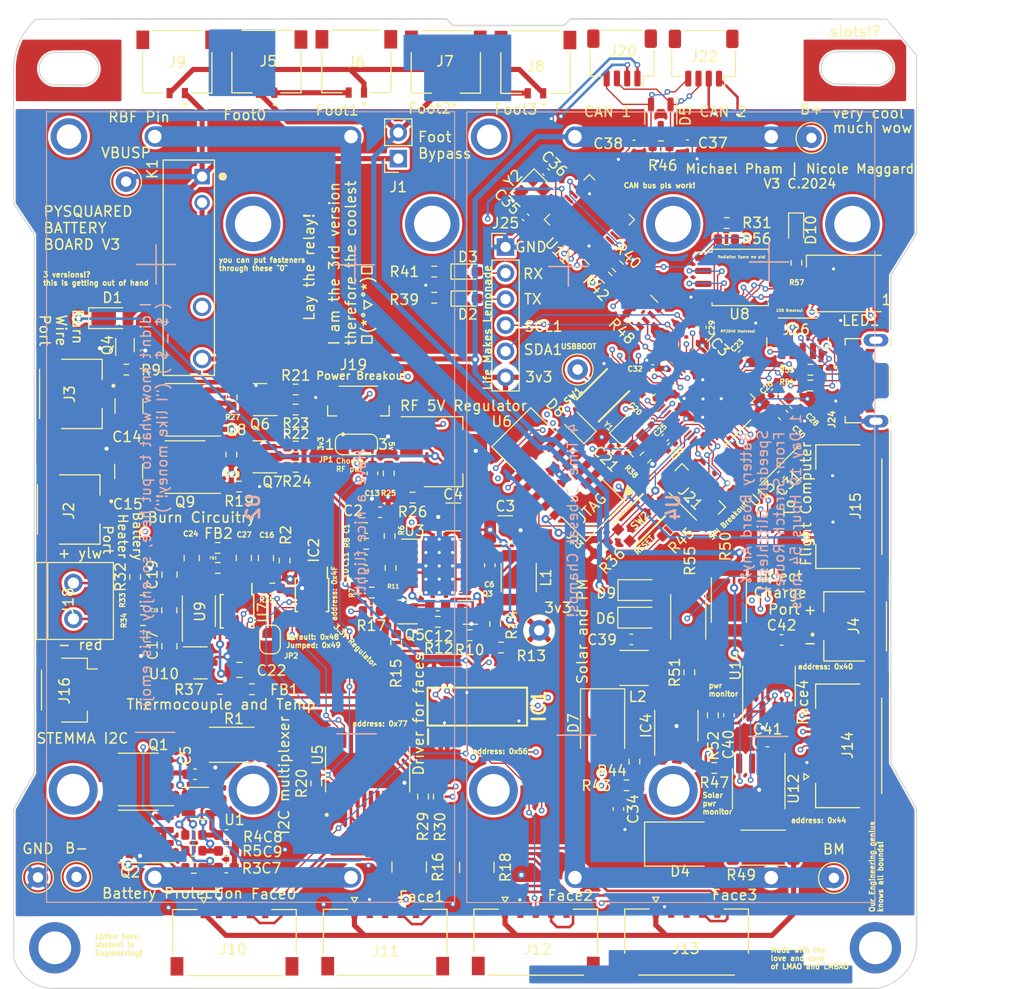
<source format=kicad_pcb>
(kicad_pcb (version 20221018) (generator pcbnew)
  (layers (0 "F.Cu" signal) (1 "In1.Cu" signal) (2 "In2.Cu" signal) (31 "B.Cu" signal) (34 "B.Paste" user) (35 "F.Paste" user) (36 "B.SilkS" user "B.Silkscreen") (37 "F.SilkS" user "F.Silkscreen") (38 "B.Mask" user) (39 "F.Mask" user) (44 "Edge.Cuts" user))
  (net 0 "")
  (net 1 "VSOLAR_I")
  (net 2 "+3V3")
  (net 3 "VBUSP")
  (net 4 "Net-(C5-Pad1)")
  (net 5 "Net-(U3-SW1)")
  (net 6 "Net-(U3-VBST)")
  (net 7 "B-")
  (net 8 "Net-(U1-V-)")
  (net 9 "Net-(U1-VC)")
  (net 10 "/VDD")
  (net 11 "Net-(U3-SS)")
  (net 12 "Net-(U3-VREG5)")
  (net 13 "Net-(Q5A-C1)")
  (net 14 "Net-(Q3B-B2)")
  (net 15 "BURN")
  (net 16 "GND")
  (net 17 "/V_RF")
  (net 18 "AVDD")
  (net 19 "AGND")
  (net 20 "VBatt")
  (net 21 "F0_ENB")
  (net 22 "F1_ENB")
  (net 23 "F2_ENB")
  (net 24 "F3_ENB")
  (net 25 "F4_ENB")
  (net 26 "Net-(IC3-XIN)")
  (net 27 "Net-(C21-Pad2)")
  (net 28 "1.2V")
  (net 29 "Net-(D4-K)")
  (net 30 "CANL")
  (net 31 "CANH")
  (net 32 "Net-(D7-K)")
  (net 33 "Net-(IC4-BOOST)")
  (net 34 "FC_RESET")
  (net 40 "VBatt1")
  (net 42 "BURN_RELAY_A")
  (net 43 "Net-(K1-PadNO)")
  (net 44 "Heater")
  (net 46 "ENAB_HEATER")
  (net 49 "SCL0")
  (net 50 "SDA0")
  (net 51 "Net-(IC2-OS)")
  (net 52 "FC_RX")
  (net 53 "FC_TX")
  (net 54 "/3V3_EN")
  (net 55 "SDA1")
  (net 56 "SCL1")
  (net 57 "BM")
  (net 58 "PACK+")
  (net 59 "ENABLE_BURN")
  (net 60 "SPI0_MISO")
  (net 61 "SPI0_CS0")
  (net 62 "ENAB_BURN")
  (net 63 "VBUS_RESET")
  (net 64 "SPI0_SCK")
  (net 65 "SPI0_MOSI")
  (net 66 "F3_SDA")
  (net 67 "F2_SDA")
  (net 68 "F1_SDA")
  (net 69 "F0_SDA")
  (net 70 "VBATT_SENSE")
  (net 71 "F3_SCL")
  (net 72 "F2_SCL")
  (net 73 "/USBBOOT")
  (net 74 "F0_SCL")
  (net 75 "F4_SCL")
  (net 76 "F4_SDA")
  (net 77 "Net-(IC3-XOUT)")
  (net 78 "I2C_RESET")
  (net 79 "SWCLK")
  (net 80 "SWDIO")
  (net 81 "/~{RESET}")
  (net 82 "SPI1_MISO")
  (net 83 "ENAB_RF")
  (net 84 "VSOLAR")
  (net 85 "CHRG'")
  (net 86 "SPI1_CS0")
  (net 87 "SPI1_SCK")
  (net 88 "SPI1_MOSI")
  (net 89 "D0")
  (net 90 "WDT_WDI")
  (net 91 "D1")
  (net 92 "NEOPIX")
  (net 93 "NEO_PWR")
  (net 94 "/A0")
  (net 95 "/A1")
  (net 96 "/A2")
  (net 97 "/A3")
  (net 98 "USB_D-")
  (net 99 "USB_D+")
  (net 100 "/QSPI_DATA[3]")
  (net 101 "/QSPI_SCK")
  (net 102 "/QSPI_DATA[0]")
  (net 103 "/QSPI_DATA[2]")
  (net 104 "/QSPI_DATA[1]")
  (net 105 "/QSPI_CS")
  (net 106 "Net-(IC4-VIN_REG)")
  (net 108 "Net-(IC4-VFB)")
  (net 110 "Net-(IC4-SENSE)")
  (net 111 "Net-(J5-Pin_1)")
  (net 112 "Net-(J7-Pin_1)")
  (net 113 "+5V")
  (net 114 "VBUS")
  (net 115 "Net-(JP2-A)")
  (net 116 "Net-(Q4-C)")
  (net 118 "Net-(Q1-G)")
  (net 119 "Net-(Q1-D-Pad5)")
  (net 120 "Net-(Q2-G)")
  (net 121 "Net-(Q3A-B1)")
  (net 122 "Net-(Q5A-B1)")
  (net 123 "Net-(Q5B-B2)")
  (net 124 "Net-(Q6-G)")
  (net 125 "Net-(Q6-D)")
  (net 126 "Net-(Q7-G)")
  (net 127 "Net-(Q7-D)")
  (net 128 "Net-(U3-VFB)")
  (net 129 "Net-(U3-PG)")
  (net 130 "Net-(R13-Pad2)")
  (net 131 "Net-(U6-SENSE{slash}ADJ)")
  (net 132 "Net-(D2-PadC)")
  (net 133 "Net-(D3-PadC)")
  (net 134 "Net-(D8-PadA)")
  (net 135 "Net-(D10-PadA)")
  (net 151 "OUT")
  (net 152 "TXCAN")
  (net 153 "RXCAN")
  (net 154 "D-")
  (net 155 "D+")
  (net 156 "F1_SCL")
  (net 157 "Break_SDA")
  (net 158 "Break_SCL")
  (net 159 "Net-(U9--IN)")
  (net 160 "Net-(U9-+IN)")
  (net 161 "Net-(U9-+Vs)")
  (net 162 "Net-(U11-OSC1)")
  (net 163 "Net-(U11-OSC2)")
  (net 164 "Net-(U10-K)")
  (net 165 "Net-(U11-RESET)")
  (net 166 "Net-(U13-~{RESET})")
  (net 177 "Net-(U13-~{MR})")
  (net 179 "Net-(J18-Pin_2)")
  (net 180 "Net-(J18-Pin_1)")
  (footprint "Resistor_SMD:R_0603_1608Metric" (layer "F.Cu") (at 186.79 64.76 90)
    (fp_text reference "R57")
    (fp_text value "10k")
  )
  (footprint "Battery Board:JST_BM04B-SRSS-TB(LF)(SN)" (layer "F.Cu") (at 176.211472 88.008528 135)
    (fp_text reference "J21")
    (fp_text value "BM04B-SRSS-TB(LF)(SN)")
  )
  (footprint "" (layer "F.Cu") (at 194.5 131.53)
    (fp_text reference "")
    (fp_text value "")
  )
  (footprint "Capacitor_SMD:C_0603_1608Metric" (layer "F.Cu") (at 144.8575 90.615)
    (fp_text reference "C1")
    (fp_text value "22uF")
  )
  (footprint "TestPoint:TestPoint_Loop_D1.80mm_Drill1.0mm_Beaded" (layer "F.Cu") (at 121.45 56.84)
    (fp_text reference "TP6")
    (fp_text value "VBUSP")
  )
  (footprint "LED_SMD:LED_WS2812B_PLCC4_5.0x5.0mm_P3.2mm" (layer "F.Cu") (at 191.42 66.77 180)
    (fp_text reference "LED1")
    (fp_text value "WS2812B_SK6812_1515")
  )
  (footprint "Package_SO:SOIC-8_3.9x4.9mm_P1.27mm" (layer "F.Cu") (at 122.649999 120.68 180)
    (fp_text reference "Q2")
    (fp_text value "IRF7458")
  )
  (footprint "Package_TO_SOT_SMD:SOT-363_SC-70-6" (layer "F.Cu") (at 155.0075 98.83)
    (fp_text reference "Q3")
    (fp_text value "MBT2222ADW1T1")
  )
  (footprint "Resistor_SMD:R_0603_1608Metric" (layer "F.Cu") (at 128.05 120.53)
    (fp_text reference "R4")
    (fp_text value "330")
  )
  (footprint "Package_SO:SOIC-8-1EP_3.9x4.9mm_P1.27mm_EP2.514x3.2mm" (layer "F.Cu") (at 127.202502 84.669999 180)
    (fp_text reference "Q9")
    (fp_text value "NDS8434")
  )
  (footprint "Package_TO_SOT_SMD:SOT-23-6" (layer "F.Cu") (at 128.68 117.45)
    (fp_text reference "U1")
    (fp_text value "R5460N208AA")
  )
  (footprint "Battery Board:MOLEX_5040500591" (layer "F.Cu") (at 146.71 131 180)
    (fp_text reference "J11")
    (fp_text value "Face1")
  )
  (footprint "Capacitor_SMD:C_0402_1005Metric" (layer "F.Cu") (at 185.3 85.4 -135)
    (fp_text reference "C31")
    (fp_text value "0.1uF")
  )
  (footprint "Battery Board:MOLEX_504050-0291" (layer "F.Cu") (at 152.62 45.17 180)
    (fp_text reference "J7")
    (fp_text value "Foot2")
  )
  (footprint "Capacitor_SMD:C_0402_1005Metric" (layer "F.Cu") (at 172.3 80.21 -45)
    (fp_text reference "C20")
    (fp_text value "22pF")
  )
  (footprint "Battery Board:MOLEX_5040500591" (layer "F.Cu") (at 176.09 130.97 180)
    (fp_text reference "J13")
    (fp_text value "Face3")
  )
  (footprint "Resistor_SMD:R_0603_1608Metric" (layer "F.Cu") (at 130.39 94.502499 180)
    (fp_text reference "FB3")
    (fp_text value "FerriteBead")
  )
  (footprint "Diode_SMD:D_PowerDI-123" (layer "F.Cu") (at 120.115001 70.154998)
    (fp_text reference "D1")
    (fp_text value "DFLS130L")
  )
  (footprint "Resistor_SMD:R_0603_1608Metric" (layer "F.Cu") (at 132.46 86.564998 180)
    (fp_text reference "R19")
    (fp_text value "634k")
  )
  (footprint "Capacitor_SMD:C_0603_1608Metric" (layer "F.Cu") (at 180.22 108.86 -90)
    (fp_text reference "C40")
    (fp_text value "10uF")
  )
  (footprint "Resistor_SMD:R_Array_Convex_4x0603" (layer "F.Cu") (at 171.75 69.45 135)
    (fp_text reference "R48")
    (fp_text value "10k")
  )
  (footprint "Battery Board:MOLEX_504050-0291" (layer "F.Cu") (at 161.36 45.19 180)
    (fp_text reference "J8")
    (fp_text value "Foot3")
  )
  (footprint "Resistor_SMD:R_0603_1608Metric" (layer "F.Cu") (at 180 60.88 180)
    (fp_text reference "R31")
    (fp_text value "10k")
  )
  (footprint "Resistor_SMD:R_0603_1608Metric" (layer "F.Cu") (at 170.24 115.69)
    (fp_text reference "R43")
    (fp_text value "200k")
  )
  (footprint "Resistor_SMD:R_0603_1608Metric" (layer "F.Cu") (at 169.38014 65.100232 135)
    (fp_text reference "R40")
    (fp_text value "10k")
  )
  (footprint "Capacitor_SMD:C_0603_1608Metric" (layer "F.Cu") (at 145.4675 85.28 90)
    (fp_text reference "C13")
    (fp_text value "10uF")
  )
  (footprint "Capacitor_SMD:C_0805_2012Metric" (layer "F.Cu") (at 125.665 98.632499 -90)
    (fp_text reference "C18")
    (fp_text value "0.1uF")
  )
  (footprint "Package_SO:SOIC-8_3.9x4.9mm_P1.27mm" (layer "F.Cu") (at 184.12 106.02 90)
    (fp_text reference "U14")
    (fp_text value "INA219AxD")
  )
  (footprint "Package_TO_SOT_SMD:SOT-223-6" (layer "F.Cu") (at 152.4075 83.17)
    (fp_text reference "U6")
    (fp_text value "TPS7A4501DCQT")
  )
  (footprint "Package_SO:SO-8_3.9x4.9mm_P1.27mm" (layer "F.Cu") (at 182.79 83.24 -135)
    (fp_text reference "U13")
    (fp_text value "MAX706RESA")
  )
  (footprint "Battery Board:BTN_KMR2_4.6X2.8" (layer "F.Cu") (at 167.93 77.67 -135)
    (fp_text reference "SW1")
    (fp_text value "KMR2")
  )
  (footprint "Battery Board:MOLEX_5040500591" (layer "F.Cu") (at 191.89 111.845 -90)
    (fp_text reference "J14")
    (fp_text value "Face4")
  )
  (footprint "Resistor_SMD:R_0603_1608Metric" (layer "F.Cu") (at 133.715 106.322499)
    (fp_text reference "FB1")
    (fp_text value "FerriteBead")
  )
  (footprint "Battery Board:BTN_KMR2_4.6X2.8" (layer "F.Cu") (at 171.43 89.86 45)
    (fp_text reference "SW2")
    (fp_text value "KMR2")
  )
  (footprint "TestPoint:TestPoint_Loop_D1.80mm_Drill1.0mm_Beaded" (layer "F.Cu") (at 161.72 100.59)
    (fp_text reference "TP1")
    (fp_text value "3v3")
  )
  (footprint "Capacitor_SMD:C_0603_1608Metric" (layer "F.Cu") (at 151.8275 98.16)
    (fp_text reference "C12")
    (fp_text value "10uF")
  )
  (footprint "Capacitor_SMD:C_0603_1608Metric" (layer "F.Cu") (at 156.9075 94.24 90)
    (fp_text reference "C6")
    (fp_text value "0.1uF")
  )
  (footprint "TCA9548APWR:SOP65P640X120-24N" (layer "F.Cu") (at 144.995 114.13 90)
    (fp_text reference "U5")
    (fp_text value "TCA9548APWR")
  )
  (footprint "Package_TO_SOT_SMD:SOT-23" (layer "F.Cu") (at 134.470001 83.669998 180)
    (fp_text reference "Q7")
    (fp_text value "IRLML2803")
  )
  (footprint "TestPoint:TestPoint_Loop_D1.80mm_Drill1.0mm_Beaded" (layer "F.Cu") (at 116.62 124.62)
    (fp_text reference "TP2")
    (fp_text value "B-")
  )
  (footprint "Resistor_SMD:R_0603_1608Metric" (layer "F.Cu") (at 188.165 76.72)
    (fp_text reference "R54")
    (fp_text value "22")
  )
  (footprint "Resistor_SMD:R_2512_6332Metric" (layer "F.Cu") (at 131.75 111.74 180)
    (fp_text reference "R1")
    (fp_text value "0.01")
  )
  (footprint "Connector_PinHeader_2.54mm:PinHeader_1x06_P2.54mm_Vertical" (layer "F.Cu") (at 158.44 63.22)
    (fp_text reference "J25")
    (fp_text value "Life Makes Lemonade")
  )
  (footprint "Connector_JST:JST_SH_SM04B-SRSS-TB_1x04-1MP_P1.00mm_Horizontal" (layer "F.Cu") (at 169.8 44.78 180)
    (fp_text reference "J20")
    (fp_text value "CAN1")
  )
  (footprint "Battery Board:ScrewTerminal" (layer "F.Cu") (at 116.315001 97.7225 -90)
    (fp_text reference "J18")
    (fp_text value "Screw_Terminal_01x02")
  )
  (footprint "Package_SO:HTSSOP-14-1EP_4.4x5mm_P0.65mm_EP3.4x5mm_Mask3x3.1mm_ThermalVias" (layer "F.Cu") (at 151.9775 94.3)
    (fp_text reference "U3")
    (fp_text value "TPS54226PWPRPWP14_2P31X2P46-L")
  )
  (footprint "Resistor_SMD:R_0603_1608Metric" (layer "F.Cu") (at 174.3 90.82 45)
    (fp_text reference "R45")
    (fp_text value "10k")
  )
  (footprint "Connector_PinSocket_2.54mm:PinSocket_1x02_P2.54mm_Vertical" (layer "F.Cu") (at 147.99 54.6 180)
    (fp_text reference "J1")
    (fp_text value "Bypass")
  )
  (footprint "Resistor_SMD:R_0603_1608Metric" (layer "F.Cu") (at 178.65 108.86 90)
    (fp_text reference "R52")
    (fp_text value "412k")
  )
  (footprint "Resistor_SMD:R_0603_1608Metric" (layer "F.Cu") (at 154.9375 101.06 180)
    (fp_text reference "R10")
    (fp_text value "100K")
  )
  (footprint "Resistor_SMD:R_0603_1608Metric" (layer "F.Cu") (at 139.99 115.505 90)
    (fp_text reference "R20")
    (fp_text value "10K")
  )
  (footprint "Capacitor_SMD:C_0805_2012Metric" (layer "F.Cu") (at 132.924999 93.5225 -90)
    (fp_text reference "C27")
    (fp_text value "0.1uF")
  )
  (footprint "Resistor_SMD:R_0603_1608Metric" (layer "F.Cu") (at 188.165 75.18)
    (fp_text reference "R53")
    (fp_text value "22")
  )
  (footprint "Resistor_SMD:R_Array_Convex_4x0603" (layer "F.Cu") (at 155.64 123.69 -90)
    (fp_text reference "R18")
    (fp_text value "10k")
  )
  (footprint "Resistor_SMD:R_0603_1608Metric" (layer "F.Cu") (at 121.4775 75.17 180)
    (fp_text reference "R9")
    (fp_text value "10k")
  )
  (footprint "Resistor_SMD:R_0603_1608Metric" (layer "F.Cu") (at 167.783363 92.526637 45)
    (fp_text reference "R36")
    (fp_text value "10k")
  )
  (footprint "Diode_SMD:D_0603_1608Metric_Pad1.05x0.95mm_HandSolder" (layer "F.Cu") (at 186.77 61.56 -90)
    (fp_text reference "D10")
    (fp_text value "Blue")
  )
  (footprint "Resistor_SMD:R_2512_6332Metric" (layer "F.Cu") (at 183.56 121.77)
    (fp_text reference "R49")
    (fp_text value "0.002")
  )
  (footprint "Diode_SMD:D_SMB" (layer "F.Cu") (at 175.6525 121.42)
    (fp_text reference "D4")
    (fp_text value "D_Schottky")
  )
  (footprint "Connector_JST:JST_SH_SM04B-SRSS-TB_1x04-1MP_P1.00mm_Horizontal" (layer "F.Cu") (at 177.75 44.8 180)
    (fp_text reference "J22")
    (fp_text value "CAN2")
  )
  (footprint "Capacitor_SMD:C_0402_1005Metric" (layer "F.Cu") (at 169.05 83.04 135)
    (fp_text reference "C21")
    (fp_text value "22pF")
  )
  (footprint "Diode_SMD:D_SOD-323F" (layer "F.Cu") (at 165.55 80.65 135)
    (fp_text reference "D8")
    (fp_text value "NSR0320")
  )
  (footprint "Package_TO_SOT_SMD:SOT-23-3" (layer "F.Cu") (at 173.5725 50.45 -90)
    (fp_text reference "D5")
    (fp_text value "PESD1CAN")
  )
  (footprint "Package_SO:SOIC-8_3.9x4.9mm_P1.27mm" (layer "F.Cu") (at 183.12 116.03 -90)
    (fp_text reference "U12")
    (fp_text value "INA219AxD")
  )
  (footprint "Resistor_SMD:R_0603_1608Metric" (layer "F.Cu") (at 147.1375 91.385 90)
    (fp_text reference "R6")
    (fp_text value "73.2K")
  )
  (footprint "Resistor_SMD:R_0603_1608Metric" (layer "F.Cu") (at 172.1 83.72 -135)
    (fp_text reference "R38")
    (fp_text value "1k")
  )
  (footprint "Diode_SMD:D_0603_1608Metric_Pad1.05x0.95mm_HandSolder" (layer "F.Cu") (at 154.795 68.24)
    (fp_text reference "D2")
    (fp_text value "green")
  )
  (footprint "Package_TO_SOT_SMD:SOT-523" (layer "F.Cu") (at 121.341957 72.780562 90)
    (fp_text reference "Q4")
    (fp_text value "MMBT2222AT")
  )
  (footprint "Resistor_SMD:R_2512_6332Metric" (layer "F.Cu") (at 176.25 99.27 -90)
    (fp_text reference "R55")
    (fp_text value "0.1")
  )
  (footprint "Resistor_SMD:R_0603_1608Metric" (layer "F.Cu") (at 130.585 106.302499)
    (fp_text reference "R37")
    (fp_text value "1k")
  )
  (footprint "Resistor_SMD:R_0603_1608Metric" (layer "F.Cu") (at 147.0575 85.28 -90)
    (fp_text reference "R25")
    (fp_text value "10K")
  )
  (footprint "Resistor_SMD:R_0603_1608Metric" (layer "F.Cu") (at 149.3775 87.64)
    (fp_text reference "R26")
    (fp_text value "3.3K")
  )
  (footprint "Capacitor_SMD:C_0402_1005Metric" (layer "F.Cu") (at 160.389277 60.323726 -45)
    (fp_text reference "C35")
    (fp_text value "22pf")
  )
  (footprint "Capacitor_SMD:C_0603_1608Metric" (layer "F.Cu") (at 169.45 118.01 -90)
    (fp_text reference "C34")
    (fp_text value "10uF")
  )
  (footprint "Battery Board:MOLEX_504050-0291" (layer "F.Cu") (at 135.14 45.1375 180)
    (fp_text reference "J5")
    (fp_text value "Foot0")
  )
  (footprint "Capacitor_SMD:C_0402_1005Metric" (layer "F.Cu") (at 162.376247 55.904308 -45)
    (fp_text reference "C36")
    (fp_text value "22pf")
  )
  (footprint "Capacitor_SMD:C_0805_2012Metric" (layer "F.Cu") (at 135.085 93.542499 -90)
    (fp_text reference "C16")
    (fp_text value "10uF")
  )
  (footprint "Package_SO:MSOP-8_3x3mm_P0.65mm" (layer "F.Cu") (at 128.545 98.7225 90)
    (fp_text reference "U9")
    (fp_text value "AD8495")
  )
  (footprint "Resistor_SMD:R_0603_1608Metric" (layer "F.Cu") (at 178.79 114 180)
    (fp_text reference "R47")
    (fp_text value "10K")
  )
  (footprint "Capacitor_SMD:C_0402_1005Metric" (layer "F.Cu") (at 174 81.8 -135)
    (fp_text reference "C33")
    (fp_text value "0.1uF")
  )
  (footprint "Capacitor_SMD:C_1210_3225Metric" (layer "F.Cu") (at 153.3475 89.53 180)
    (fp_text reference "C4")
    (fp_text value "100uF")
  )
  (footprint "Diode_SMD:D_PowerDI-123" (layer "F.Cu") (at 171.7 99.35)
    (fp_text reference "D6")
    (fp_text value "DFLS130L")
  )
  (footprint "PCA9685:SOP65P640X110-28N" (layer "F.Cu") (at 155.69 108.02 90)
    (fp_text reference "IC1")
    (fp_text value "PCA9685PW,118" hide)
  )
  (footprint "Capacitor_SMD:C_0603_1608Metric" (layer "F.Cu") (at 131.22 123.72 180)
    (fp_text reference "C7")
    (fp_text value "0.1uF")
  )
  (footprint "Capacitor_SMD:C_0402_1005Metric" (layer "F.Cu") (at 184.67 77.37 -135)
    (fp_text reference "C26")
    (fp_text value "0.1uF")
  )
  (footprint "Resistor_SMD:R_0603_1608Metric" (layer "F.Cu") (at 151.8375 99.75)
    (fp_text reference "R12")
    (fp_text value "20K")
  )
  (footprint "Resistor_SMD:R_0603_1608Metric" (layer "F.Cu") (at 137.992501 82.669999 180)
    (fp_text reference "R22")
    (fp_text value "10k")
  )
  (footprint "Package_SO:SOIC-8_5.275x5.275mm_P1.27mm" (layer "F.Cu") (at 181.32 66.18)
    (fp_text reference "U8")
    (fp_text value "W25Q128JV")
  )
  (footprint "Battery Board:MOLEX_5040500591" (layer "F.Cu") (at 161.39 130.98 180)
    (fp_text reference "J12")
    (fp_text value "Face2")
  )
  (footprint "Resistor_SMD:R_0603_1608Metric" (layer "F.Cu") (at 147.7775 101.77 90)
    (fp_text reference "R15")
    (fp_text value "100K")
  )
  (footprint "Resistor_SMD:R_0603_1608Metric" (layer "F.Cu") (at 179.98 62.45)
    (fp_text reference "R56")
    (fp_text value "1k")
  )
  (footprint "TestPoint:TestPoint_Loop_D1.80mm_Drill1.0mm_Beaded" (layer "F.Cu") (at 165.47 75.16)
    (fp_text reference "TP8")
    (fp_text value "USBBOOT")
  )
  (footprint "Capacitor_SMD:C_0603_1608Metric" (layer "F.Cu") (at 144.8475 95.26 180)
    (fp_text reference "C10")
    (fp_text value "3.3nF")
  )
  (footprint "Package_TO_SOT_SMD:SOT-363_SC-70-6" (layer "F.Cu") (at 148.6375 98.79 180)
    (fp_text reference "Q5")
    (fp_text value "MBT2222ADW1T1")
  )
  (footprint "Package_TO_SOT_SMD:SOT-23" (layer "F.Cu") (at 134.502502 78.089999 180)
    (fp_text reference "Q6")
    (fp_text value "IRLML2803")
  )
  (footprint "Resistor_SMD:R_0603_1608Metric" (layer "F.Cu") (at 130.385 92.5525 180)
    (fp_text reference "FB2")
    (fp_text value "FerriteBead")
  )
  (footprint "Capacitor_SMD:C_0603_1608Metric" (layer "F.Cu") (at 144.8525 93.73 180)
    (fp_text reference "C11")
    (fp_text value "1uF")
  )
  (footprint "Package_TO_SOT_SMD:SOT-23" (layer "F.Cu") (at 128.705 103.7525)
    (fp_text reference "U10")
    (fp_text value "TLVH431 DBZ SOT-23")
  )
  (footprint "Capacitor_SMD:C_0603_1608Metric" (layer "F.Cu") (at 131.240001 120.54 180)
    (fp_text reference "C8")
    (fp_text value "0.1uF")
  )
  (footprint "Resistor_SMD:R_0603_1608Metric" (layer "F.Cu") (at 128.06 123.74 180)
    (fp_text reference "R3")
    (fp_text value "1K")
  )
  (footprint "Connector_JST:JST_SH_SM04B-SRSS-TB_1x04-1MP_P1.00mm_Horizontal" (layer "F.Cu") (at 115.89 106.41 -90)
    (fp_text reference "J16")
    (fp_text value "Breakout")
  )
  (footprint "Resistor_SMD:R_0603_1608Metric" (layer "F.Cu") (at 158.0075 102.26)
    (fp_text reference "R13")
    (fp_text value "100K")
  )
  (footprint "Battery Board:MOLEX_5040500591" (layer "F.Cu") (at 132.015 131.02 180)
    (fp_text reference "J10")
    (fp_text value "Face0")
  )
  (footprint "TestPoint:TestPoint_Loop_D1.80mm_Drill1.0mm_Beaded" (layer "F.Cu") (at 188.26 52.58)
    (fp_text reference "TP5")
    (fp_text value "B+")
  )
  (footprint "Capacitor_SMD:C_0603_1608Metric" (layer "F.Cu") (at 185.35 101.52)
    (fp_text reference "C42")
    (fp_text value "0.1uF")
  )
  (footprint "Jumper:SolderJumper-3_P1.3mm_Open_RoundedPad1.0x1.5mm_NumberLabels" (layer "F.Cu") (at 143.9075 82.46)
    (fp_text reference "JP1")
    (fp_text value "SolderJumper_3_Open")
  )
  (footprint "Capacitor_SMD:C_0603_1608Metric" (layer "F.Cu") (at 131.23 122.09 180)
    (fp_text reference "C9")
    (fp_text value "0.1uF")
  )
  (footprint "Capacitor_SMD:C_1210_3225Metric" (layer "F.Cu") (at 121.7325 78.709998 90)
    (fp_text reference "C14")
    (fp_text value "200uF")
  )
  (footprint "Resistor_SMD:R_0603_1608Metric" (layer "F.Cu") (at 151.94 116.795 90)
    (fp_text reference "R30")
    (fp_text value "10K")
  )
  (footprint "Capacitor_SMD:C_0402_1005Metric" (layer "F.Cu") (at 177.63 71.05 90)
    (fp_text reference "C29")
    (fp_text value "0.1uF")
  )
  (footprint "Resistor_SMD:R_2512_6332Metric" (layer "F.Cu") (at 180.21 97.63 90)
    (fp_text reference "R50")
    (fp_text value "0.002")
  )
  (footprint "Capacitor_SMD:C_0402_1005Metric" (layer "F.Cu") (at 176.17 53.13)
    (fp_text reference "C37")
    (fp_text value "47pf")
  )
  (footprint "FC_DEV_BOARD:MOLEX_105164-0001" (layer "F.Cu") (at 196 76.2475 90)
    (fp_text reference "J24")
    (fp_text value "USB_B_Micro")
    (fp_line (start -4.9 0) (end -3.4 0) (stroke (width 0.01)) (layer "Edge.Cuts"))
    (fp_line (start -3.4 0) (end -2.825 -0.5) (stroke (width 0.01)) (layer "Edge.Cuts"))
    (fp_line (start -2.825 -1.15) (end -2.825 -0.5) (stroke (width 0.01)) (layer "Edge.Cuts"))
    (fp_line (start -1.925 -1.15) (end -1.925 -0.5) (stroke (width 0.01)) (layer "Edge.Cuts"))
    (fp_line (start 0.00053 0.004943) (end -1.29947 0.004943) (stroke (width 0.01)) (layer "Edge.Cuts"))
    (fp_line (start 0.00053 0.004943) (end 1.3 0) (stroke (width 0.01)) (layer "Edge.Cuts"))
    (fp_line (start 1.925 -1.15) (end 1.925 -0.5) (stroke (width 0.01)) (layer "Edge.Cuts"))
    (fp_line (start 2.825 -1.15) (end 2.825 -0.5) (stroke (width 0.01)) (layer "Edge.Cuts"))
    (fp_line (start 3.4 0) (end 2.825 -0.5) (stroke (width 0.01)) (layer "Edge.Cuts"))
    (fp_line (start 4.9 0) (end 3.4 0) (stroke (width 0.01)) (layer "Edge.Cuts"))
    (fp_arc (start -2.825 -1.15) (mid -2.375 -1.6) (end -1.925 -1.15) (stroke (width 0.01)) (layer "Edge.Cuts"))
    (fp_arc (start -1.29947 0.004943) (mid -1.716881 -0.117891) (end -1.924999 -0.5) (stroke (width 0.01)) (layer "Edge.Cuts"))
    (fp_arc (start 1.925 -1.15) (mid 2.375 -1.6) (end 2.825 -1.15) (stroke (width 0.01)) (layer "Edge.Cuts"))
    (fp_arc (start 1.925529 -0.504943) (mid 1.717412 -0.122833) (end 1.3 0) (stroke (width 0.01)) (layer "Edge.Cuts"))
  )
  (footprint "Diode_SMD:D_SMB" (layer "F.Cu") (at 167.9 109.9425 -90)
    (fp_text reference "D7")
    (fp_text value "D_Schottky")
  )
  (footprint "Resistor_SMD:R_0603_1608Metric" (layer "F.Cu") (at 131.742501 77.879999 -90)
    (fp_text reference "R27")
    (fp_text value "100k")
  )
  (footprint "Battery Board:MOLEX_504050-0291" (layer "F.Cu") (at 192.52 100.2 90)
    (fp_text reference "J4")
    (fp_text value "CHARGE")
  )
  (footprint "Capacitor_SMD:C_0603_1608Metric" (layer "F.Cu") (at 146.2225 89.075)
    (fp_text reference "C2")
    (fp_text value "22uF")
  )
  (footprint "Resistor_SMD:R_0603_1608Metric" (layer "F.Cu") (at 151.485 68.16 180)
    (fp_text reference "R39")
    (fp_text value "1k")
  )
  (footprint "Resistor_SMD:R_Array_Convex_4x0603" (layer "F.Cu") (at 149.05 123.66 -90)
    (fp_text reference "R16")
    (fp_text value "10k")
  )
  (footprint "Resistor_SMD:R_0603_1608Metric" (layer "F.Cu") (at 137.972502 79.059999)
    (fp_text reference "R23")
    (fp_text value "4.7k")
  )
  (footprint "Capacitor_SMD:C_0402_1005Metric" (layer "F.Cu") (at 172.79 75.05 180)
    (fp_text reference "C32")
    (fp_text value "0.1uF")
  )
  (footprint "Battery Board:MOLEX_504050-0291" (layer "F.Cu") (at 115.86 88.805 -90)
    (fp_text reference "J2")
    (fp_text value "Heater")
  )
  (footprint "Package_DFN_QFN:QFN-56-1EP_7x7mm_P0.4mm_EP3.2x3.2mm" (layer "F.Cu") (at 177.666528 77.997887 -45)
    (fp_text reference "IC3")
    (fp_text value "RP2040_QFN56")
  )
  (footprint "Capacitor_SMD:C_1210_3225Metric" (layer "F.Cu") (at 121.7025 85.089998 90)
    (fp_text reference "C15")
    (fp_text value "200uF")
  )
  (footprint "Battery Board:MOLEX_5040500591" (layer "F.Cu") (at 191.91 88.53 -90)
    (fp_text reference "J15")
    (fp_text value "FC")
  )
  (footprint "Resistor_SMD:R_0603_1608Metric" (layer "F.Cu") (at 144.8575 92.145)
    (fp_text reference "R8")
    (fp_text value "22.1K")
  )
  (footprint "Capacitor_SMD:C_0805_2012Metric" (layer "F.Cu") (at 125.675 102.132499 90)
    (fp_text reference "C17")
    (fp_text value "0.01uF")
  )
  (footprint "Package_SO:TSSOP-10_3x3mm_P0.5mm" (layer "F.Cu") (at 132.265001 98.7225 -90)
    (fp_text reference "U7")
    (fp_text value "ADS1015IDGS")
  )
  (footprint "Capacitor_SMD:C_0402_1005Metric" (layer "F.Cu") (at 170.97 53.17)
    (fp_text reference "C38")
    (fp_text value "47pf")
  )
  (footprint "Inductor_SMD:L_1812_4532Metric" (layer "F.Cu") (at 170.96 104.25)
    (fp_text reference "L2")
    (fp_text value "10uH")
  )
  (footprint "Resistor_SMD:R_0603_1608Metric" (layer "F.Cu") (at 123.095001 99.592499)
    (fp_text reference "R33")
    (fp_text value "100-Ohm")
  )
  (footprint "Package_DFN_QFN:QFN-28-1EP_6x6mm_P0.65mm_EP4.25x4.25mm" (layer "F.Cu") (at 166.611817 60.55 135)
    (fp_text reference "U11")
    (fp_text value "MCP25625-E/ML")
  )
  (footprint "Battery Board:JTAG_2X05_1.27MM_BOX_NOCREAM" (layer "F.Cu") (at 163.592962 85.382962 135)
    (fp_text reference "J23")
    (fp_text value "Conn_ARM_JTAG_SWD_10")
  )
  (footprint "Resistor_SMD:R_0603_1608Metric" (layer "F.Cu") (at 145.4075 96.9)
    (fp_text reference "R7")
    (fp_text value "73.2K")
  )
  (footprint "Capacitor_SMD:C_0805_2012Metric" (layer "F.Cu") (at 127.845 93.5325 90)
    (fp_text reference "C24")
    (fp_text value "10uF")
  )
  (footprint "Package_SO:SOIC-8_3.9x4.9mm_P1.27mm" (layer "F.Cu") (at 122.639999 115.12 180)
    (fp_text reference "Q1")
    (fp_text value "IRF7458")
  )
  (footprint "Resistor_SMD:R_0603_1608Metric" (layer "F.Cu") (at 145.3575 98.7 180)
    (fp_text reference "R17")
    (fp_text value "10K")
  )
  (footprint "Resistor_SMD:R_0603_1608Metric" (layer "F.Cu") (at 150.4 116.795 90)
    (fp_text reference "R29")
    (fp_text value "10K")
  )
  (footprint "Resistor_SMD:R_0603_1608Metric" (layer "F.Cu") (at 171 113.38 -90)
    (fp_text reference "R44")
    (fp_text value "85k")
  )
  (footprint "APAN3105:RELAY_APAN3105" (layer "F.Cu") (at 128.8625 56.35 -90)
    (fp_text reference "K1")
    (fp_text value "APAN3105")
  )
  (footprint "Resistor_SMD:R_0603_1608Metric" (layer "F.Cu") (at 128.060001 122.07)
    (fp_text reference "R5")
    (fp_text value "330")
  )
  (footprint "Resistor_SMD:R_0603_1608Metric" (layer "F.Cu") (at 137.982501 77.109998 180)
    (fp_text reference "R21")
    (fp_text value "10k")
  )
  (footprint "Battery Board:MOLEX_504050-0291" (layer "F.Cu") (at 126.44 45.1675 180)
    (fp_text reference "J9")
    (fp_text value "RBF")
  )
  (footprint "Resistor_SMD:R_0603_1608Metric" (layer "F.Cu") (at 173.6 53.4 180)
    (fp_text reference "R46")
    (fp_text value "120")
  )
  (footprint "Package_SO:TSSOP-8_3x3mm_P0.65mm" (layer "F.Cu") (at 139.57 97.132499 -90)
    (fp_text reference "IC2")
    (fp_text value "PCT2075DP,118")
  )
  (footprint "Battery Board:JST_BM04B-SRSS-TB(LF)(SN)" (layer "F.Cu") (at 144.0975 77.48)
    (fp_text reference "J19")
    (fp_text value "BM04B-SRSS-TB(LF)(SN)")
  )
  (footprint "Capacitor_SMD:C_0603_1608Metric" (layer "F.Cu") (at 181.59 73.74 45)
    (fp_text reference "C23")
    (fp_text value "1uF")
  )
  (footprint "Capacitor_SMD:C_0603_1608Metric" (layer "F.Cu") (at 186.62 78.51 -45)
    (fp_text reference "C28")
    (fp_text value "1uF")
  )
  (footprint "Diode_SMD:D_PowerDI-123" (layer "F.Cu") (at 171.71 96.66)
    (fp_text reference "D9")
    (fp_text value "DFLS130L")
  )
  (footprint "Resistor_SMD:R_0603_1608Metric" (layer "F.Cu") (at 122.335 95.382501 90)
    (fp_text reference "R32")
    (fp_text value "1-MOhm")
  )
  (footprint "Capacitor_SMD:C_1210_3225Metric" (layer "F.Cu") (at 158.4175 90.78)
    (fp_text reference "C3")
    (fp_text value "100uF")
  )
  (footprint "Resistor_SMD:R_0603_1608Metric" (layer "F.Cu") (at 136.9 93.782499 90)
    (fp_text reference "R2")
    (fp_text value "10K")
  )
  (footprint "Package_SO:SOIC-8-1EP_3.9x4.9mm_P1.27mm_EP2.514x3.2mm" (layer "F.Cu") (at 127.22 79.085 180)
    (fp_text reference "Q8")
    (fp_text value "NDS8434")
  )
  (footprint "Capacitor_SMD:C_0805_2012Metric" (layer "F.Cu") (at 125.685001 95.1525 90)
    (fp_text reference "C19")
    (fp_text value "0.01uF")
  )
  (footprint "" (layer "F.Cu") (at 114.5 131.53)
    (fp_text reference "")
    (fp_text value "")
  )
  (footprint "TestPoint:TestPoint_Loop_D1.80mm_Drill1.0mm_Beaded" (layer "F.Cu") (at 112.86 124.67)
    (fp_text reference "TP4")
    (fp_text value "GND")
  )
  (footprint "Inductor_SMD:L_1812_4532Metric" (layer "F.Cu") (at 159.7275 95.45 -90)
    (fp_text reference "L1")
    (fp_text value "3.3uH")
  )
  (footprint "TestPoint:TestPoint_Loop_D1.80mm_Drill1.0mm_Beaded" (layer "F.Cu") (at 190.45 124.72)
    (fp_text reference "TP3")
    (fp_text value "BM")
  )
  (footprint "Package_SO:MSOP-12-1EP_3x4mm_P0.65mm_EP1.65x2.85mm" (layer "F.Cu") (at 175.09 109.88 90)
    (fp_text reference "IC4")
    (fp_text value "LT3652IMSE#PBF")
  )
  (footprint "Crystal:Crystal_SMD_2520-4Pin_2.5x2.0mm" (layer "F.Cu") (at 170.73 81.53 -45)
    (fp_text reference "Y1")
    (fp_text value "Crystal_GND24")
  )
  (footprint "Resistor_SMD:R_0603_1608Metric" (layer "F.Cu") (at 147.2375 94.5 90)
    (fp_text reference "R11")
    (fp_text value "100K")
  )
  (footprint "Resistor_SMD:R_0603_1608Metric" (layer "F.Cu") (at 135.705 96.502499 180)
    (fp_text reference "R35")
    (fp_text value "10k-Ohm")
  )
  (footprint "Resistor_SMD:R_0603_1608Metric" (layer "F.Cu") (at 123.085001 97.682499 180)
    (fp_text reference "R34")
    (fp_text value "100-Ohm")
  )
  (footprint "Resistor_SMD:R_0603_1608Metric" (layer "F.Cu") (at 176.36 104.68 90)
    (fp_text reference "R51")
    (fp_text value "634k")
  )
  (footprint "Resistor_SMD:R_0603_1608Metric" (layer "F.Cu") (at 137.972501 84.639998)
    (fp_text reference "R24")
    (fp_text value "4.7k")
  )
  (footprint "Capacitor_SMD:C_0603_1608Metric" (layer "F.Cu") (at 170.71 101.47)
    (fp_text reference "C39")
    (fp_text value "1uF")
  )
  (footprint "Capacitor_SMD:C_0805_2012Metric" (layer "F.Cu") (at 132.505 104.442499)
    (fp_text reference "C22")
    (fp_text value "1uF")
  )
  (footprint "Capacitor_SMD:C_0603_1608Metric" (layer "F.Cu") (at 128.17 114.61)
    (fp_text reference "C5")
    (fp_text value "0.1uF")
  )
  (footprint "Battery Board:MOLEX_504050-0291" (layer "F.Cu") (at 143.895 45.12 180)
    (fp_text reference "J6")
    (fp_text value "Foot1")
  )
  (footprint "Capacitor_SMD:C_0603_1608Metric" (layer "F.Cu") (at 183.99 111.43)
    (fp_text reference "C41")
    (fp_text value "0.1uF")
  )
  (footprint "Capacitor_SMD:C_0402_1005Metric" (layer "F.Cu") (at 174.58 82.67 45)
    (fp_text reference "C25")
    (fp_text value "0.1uF")
  )
  (footprint "Battery Board:MOLEX_504050-0291" (layer "F.Cu") (at 116.0675 77.54 -90)
    (fp_text reference "J3")
    (fp_text value "BURN")
  )
  (footprint "Resistor_SMD:R_0603_1608Metric" (layer "F.Cu") (at 168.280589 66.206854 135)
    (fp_text reference "R42")
    (fp_text value "10k")
  )
  (footprint "Resistor_SMD:R_0603_1608Metric" (layer "F.Cu") (at 157.4275 99.96 90)
    (fp_text reference "R14")
    (fp_text value "100K")
  )
  (footprint "Resistor_SMD:R_0603_1608Metric" (layer "F.Cu") (at 131.7125 83.45 -90)
    (fp_text reference "R28")
    (fp_text value "100k")
  )
  (footprint "Crystal:Crystal_SMD_2520-4Pin_2.5x2.0mm" (layer "F.Cu") (at 161.046887 57.756928 -135)
    (fp_text reference "Y2")
    (fp_text value "Crystal_GND24")
  )
  (footprint "Battery Board:JST_BM04B-SRSS-TB(LF)(SN)" (layer "F.Cu") (at 186.91 70.84)
    (fp_text reference "J26")
    (fp_text value "BM04B-SRSS-TB(LF)(SN)")
  )
  (footprint "Jumper:SolderJumper-2_P1.3mm_Open_RoundedPad1.0x1.5mm" (layer "F.Cu") (at 135.485 101.472499 -90)
    (fp_text reference "JP2")
    (fp_text value "SolderJumper_2_Open")
  )
  (footprint "Diode_SMD:D_0603_1608Metric_Pad1.05x0.95mm_HandSolder" (layer "F.Cu") (at 154.78 65.61)
    (fp_text reference "D3")
    (fp_text value "red")
  )
  (footprint "Resistor_SMD:R_0603_1608Metric" (layer "F.Cu") (at 151.495 65.61 180)
    (fp_text reference "R41")
    (fp_text value "1k")
  )
  (footprint "Capacitor_SMD:C_0603_1608Metric" (layer "F.Cu") (at 185.51 79.59 -45)
    (fp_text reference "C30")
    (fp_text value "1uF")
  )
  (footprint "1049:1049" (layer "B.Cu") (at 133.5885 88.56 90)
    (fp_text reference "U2")
    (fp_text value "1049" hide)
  )
  (footprint "1049:1049" (layer "B.Cu") (at 174.55 88.58 90)
    (fp_text reference "U4")
    (fp_text value "1049" hide)
  )
  (footprint "LOGO" (layer "B.Cu") (at 132.753208 45.962133 180)
    (fp_text reference "G***" hide)
    (fp_text value "LOGO" hide)
  )
  (footprint "LOGO" (layer "B.Cu") (at 155.33 131.91 180)
    (fp_text reference "G***" hide)
    (fp_text value "LOGO" hide)
  )
  (gr_line locked (start 190.158162 40.989322) (end 195.598162 41.004322) (stroke (width 0.1)) (layer "Edge.Cuts"))
  (gr_line (start 196 81.1475) (end 196 113.5) (stroke (width 0.1)) (layer "Edge.Cuts"))
  (gr_line locked (start 117.133162 40.989322) (end 120.308162 40.989322) (stroke (width 0.15)) (layer "Edge.Cuts"))
  (gr_line (start 198.5 118) (end 196 113.5) (stroke (width 0.1)) (layer "Edge.Cuts"))
  (gr_arc (start 110.5 46) (mid 111.034894 43.270084) (end 112.66352 41.014845) (stroke (width 0.1)) (layer "Edge.Cuts"))
  (gr_line locked (start 164.123162 41.624322) (end 164.758162 40.989322) (stroke (width 0.15)) (layer "Edge.Cuts"))
  (gr_arc locked (start 117.173162 44.229322) (mid 118.773158 45.829322) (end 117.173162 47.429322) (stroke (width 0.1)) (layer "Edge.Cuts"))
  (gr_line (start 198.5 61.944322) (end 198.5 44.5) (stroke (width 0.1)) (layer "Edge.Cuts"))
  (gr_line (start 112.66352 41.014845) (end 117.133162 40.989322) (stroke (width 0.1)) (layer "Edge.Cuts"))
  (gr_line (start 110.5 46) (end 110.5 59) (stroke (width 0.1)) (layer "Edge.Cuts"))
  (gr_line locked (start 153.328162 41.624322) (end 152.693162 40.989322) (stroke (width 0.15)) (layer "Edge.Cuts"))
  (gr_line (start 198.5 131.5) (end 198.5 118) (stroke (width 0.15)) (layer "Edge.Cuts"))
  (gr_line (start 196 71.3475) (end 196 66) (stroke (width 0.1)) (layer "Edge.Cuts"))
  (gr_line locked (start 190.773162 47.329322) (end 194.623162 47.379322) (stroke (width 0.1)) (layer "Edge.Cuts"))
  (gr_line (start 110.5 59) (end 112.5 62) (stroke (width 0.1)) (layer "Edge.Cuts"))
  (gr_arc (start 198.5 131.5) (mid 197.176415 134.176415) (end 194.5 135.5) (stroke (width 0.1)) (layer "Edge.Cuts"))
  (gr_line (start 194.5 135.5) (end 114.5 135.5) (stroke (width 0.15)) (layer "Edge.Cuts"))
  (gr_line (start 110.5 118) (end 110.5 132.5) (stroke (width 0.1)) (layer "Edge.Cuts"))
  (gr_line locked (start 114.472939 44.255106) (end 117.173162 44.229322) (stroke (width 0.1)) (layer "Edge.Cuts"))
  (gr_line (start 195.598162 41.004322) (end 198.5 44.5) (stroke (width 0.1)) (layer "Edge.Cuts"))
  (gr_line locked (start 164.758162 40.989322) (end 190.158162 40.989322) (stroke (width 0.15)) (layer "Edge.Cuts"))
  (gr_line (start 198.5 61.944322) (end 196 66) (stroke (width 0.1)) (layer "Edge.Cuts"))
  (gr_line locked (start 194.623162 44.179322) (end 190.823137 44.180115) (stroke (width 0.1)) (layer "Edge.Cuts"))
  (gr_line locked (start 152.693162 40.989322) (end 120.308162 40.989322) (stroke (width 0.15)) (layer "Edge.Cuts"))
  (gr_line (start 112.5 62) (end 112.5 114.5) (stroke (width 0.1)) (layer "Edge.Cuts"))
  (gr_arc (start 114.5 135.5) (mid 111.987619 134.683175) (end 110.5 132.5) (stroke (width 0.1)) (layer "Edge.Cuts"))
  (gr_arc locked (start 194.623162 44.179322) (mid 196.223158 45.779322) (end 194.623162 47.379322) (stroke (width 0.1)) (layer "Edge.Cuts"))
  (gr_arc locked (start 114.422964 47.404313) (mid 112.978754 45.806395) (end 114.472939 44.255106) (stroke (width 0.1)) (layer "Edge.Cuts"))
  (gr_line (start 112.5 114.5) (end 110.5 118) (stroke (width 0.1)) (layer "Edge.Cuts"))
  (gr_arc locked (start 190.773162 47.329322) (mid 189.198356 45.729331) (end 190.823137 44.180115) (stroke (width 0.1)) (layer "Edge.Cuts"))
  (gr_line locked (start 114.422964 47.404313) (end 117.173162 47.429322) (stroke (width 0.1)) (layer "Edge.Cuts"))
  (gr_line locked (start 164.123162 41.624322) (end 153.328162 41.624322) (stroke (width 0.15)) (layer "Edge.Cuts"))
  (gr_text "+" (at 164.566817 64.715) (layer "B.SilkS") (effects (font (size 5 5)) (justify mirror)))
  (gr_text "+" (at 143.75 64.55) (layer "B.SilkS") (effects (font (size 5 5)) (justify mirror)))
  (gr_text "+" (at 124.375 64.516) (layer "B.SilkS") (effects (font (size 5 5)) (justify mirror)))
  (gr_text "Have a nice flight!" (at 144.89 82.84 90) (layer "B.SilkS") (effects (font (size 1 1)) (justify left bottom mirror)))
  (gr_text "4 Time Cubesat Champs!" (at 165.58 80.29 90) (layer "B.SilkS") (effects (font (size 1 1)) (justify left bottom mirror)))
  (gr_text "-" (at 165.35 110.4) (layer "B.SilkS") (effects (font (size 5 5)) (justify mirror)))
  (gr_text "-" (at 143.925 110.275) (layer "B.SilkS") (effects (font (size 5 5)) (justify mirror)))
  (gr_text "I didn't know what to put here, so enjoy this emoji:\n( $ _ $ ) ({dblquote}I like money!{dblquote})" (at 125.56 68.51 90) (layer "B.SilkS") (effects (font (size 1 1)) (justify left bottom mirror)))
  (gr_text "Battery Board Any% \nSpeedrun Glitchless|\nFrom Scratch Route:\n1 Day 19 Hours 54 mins" (at 184.32 89.02 90) (layer "B.SilkS") (effects (font (size 1 1)) (justify mirror)))
  (gr_text "-" (at 124.275 110.125) (layer "B.SilkS") (effects (font (size 5 5)) (justify mirror)))
  (gr_text "-" (at 184.05 110.525) (layer "B.SilkS") (effects (font (size 5 5)) (justify mirror)))
  (gr_text "+" (at 184.125 64.275) (layer "B.SilkS") (effects (font (size 5 5)) (justify mirror)))
  (gr_text "Face3" (at 180.77 126.38) (layer "F.SilkS") (effects (font (size 1 1))))
  (gr_text "GND" (at 159.3 63.81) (layer "F.SilkS") (effects (font (size 1 1)) (justify left bottom)))
  (gr_text "very cool" (at 190.25 50.75) (layer "F.SilkS") (effects (font (size 1 1)) (justify left bottom)))
  (gr_text "+" (at 187.42 99.16) (layer "F.SilkS") (effects (font (size 1 1)) (justify left bottom)))
  (gr_text "CAN 1" (at 165.98 50.61) (layer "F.SilkS") (effects (font (size 1 1)) (justify left bottom)))
  (gr_text "RX" (at 160.05 66.42) (layer "F.SilkS") (effects (font (size 1 1)) (justify left bottom)))
  (gr_text "STEMMA I2C" (at 112.63 111.7) (layer "F.SilkS") (effects (font (size 1 1)) (justify left bottom)))
  (gr_text "TX" (at 160.15 68.89) (layer "F.SilkS") (effects (font (size 1 1)) (justify left bottom)))
  (gr_text "SPI Breakout" (at 178.56 91.9 45) (layer "F.SilkS") (effects (font (size 0.5 0.5) (thickness 0.125)) (justify left bottom)))
  (gr_text "Solar and PM" (at 165.93 100.68 90) (layer "F.SilkS") (effects (font (size 1 1))))
  (gr_text "address: 0x40" (at 186.87 104.42) (layer "F.SilkS") (effects (font (size 0.5 0.5) (thickness 0.125)) (justify left bottom)))
  (gr_text "Thermocouple and Temp" (at 130.71 107.8) (layer "F.SilkS") (effects (font (size 1 1))))
  (gr_text "5v" (at 147.03 82.1 -90) (layer "F.SilkS") (effects (font (size 0.5 0.5) (thickness 0.125)) (justify left bottom)))
  (gr_text "much wow" (at 190.23 52.17) (layer "F.SilkS") (effects (font (size 1 1)) (justify left bottom)))
  (gr_text "Power Breakout" (at 139.9 76.2) (layer "F.SilkS") (effects (font (size 0.75 0.75)) (justify left bottom)))
  (gr_text "Choose \nRF pwr" (at 141.86 85.16) (layer "F.SilkS") (effects (font (size 0.5 0.5) (thickness 0.1)) (justify left bottom)))
  (gr_text "address: 0x44" (at 186.21 119.4) (layer "F.SilkS") (effects (font (size 0.5 0.5) (thickness 0.125)) (justify left bottom)))
  (gr_text "SDA1" (at 160.12 73.81) (layer "F.SilkS") (effects (font (size 1 1)) (justify left bottom)))
  (gr_text "Face2" (at 164.76 126.43) (layer "F.SilkS") (effects (font (size 1 1))))
  (gr_text "Foot \nBypass" (at 149.82 54.68) (layer "F.SilkS") (effects (font (size 1 1)) (justify left bottom)))
  (gr_text "Foot0" (at 133.02 50.33) (layer "F.SilkS") (effects (font (size 1 1))))
  (gr_text "SCL1" (at 160.19 71.55) (layer "F.SilkS") (effects (font (size 1 1)) (justify left bottom)))
  (gr_text "PYSQUARED \nBATTERY \nBOARD V3" (at 113.31 63.56) (layer "F.SilkS") (effects (font (size 1 1)) (justify left bottom)))
  (gr_text "RF 5V Regulator" (at 154.34 78.69) (layer "F.SilkS") (effects (font (size 1 1))))
  (gr_text "Battery Protection" (at 125.97 126.22) (layer "F.SilkS") (effects (font (size 1 1))))
  (gr_text "slots!?" (at 189.96 42.81) (layer "F.SilkS") (effects (font (size 1 1)) (justify left bottom)))
  (gr_text "3v3" (at 140.72 83.13 90) (layer "F.SilkS") (effects (font (size 0.5 0.5) (thickness 0.125)) (justify left bottom)))
  (gr_text "address: 0x56" (at 155.16 112.67) (layer "F.SilkS") (effects (font (size 0.5 0.5) (thickness 0.125)) (justify left bottom)))
  (gr_text "Face4" (at 187.42 107.6 90) (layer "F.SilkS") (effects (font (size 1 1))))
  (gr_text "you can put fasteners\nthrough these ^0^" (at 130.43 65.58) (layer "F.SilkS") (effects (font (size 0.5 0.5) (thickness 0.125)) (justify left bottom)))
  (gr_text "+ ylw" (at 114.7 93.65) (layer "F.SilkS") (effects (font (size 1 1)) (justify left bottom)))
  (gr_text "Life Makes Lemonade" (at 157.11 77.25 90) (layer "F.SilkS") (effects (font (size 0.75 0.75)) (justify left bottom)))
  (gr_text "I2C multiplexer" (at 136.85 114.72 90) (layer "F.SilkS") (effects (font (size 1 1))))
  (gr_text "Burn Circuitry" (at 128.79 89.58) (layer "F.SilkS") (effects (font (size 1 1))))
  (gr_text "RESET" (at 171.3 93.35 45) (layer "F.SilkS") (effects (font (size 0.5 0.5) (thickness 0.125)) (justify left bottom)))
  (gr_text "Listen here,\nstudent in\nEngineering!" (at 118.35 132.32) (layer "F.SilkS") (effects (font (size 0.5 0.5) (thickness 0.125)) (justify left bottom)))
  (gr_text "Face0" (at 135.84 126.29) (layer "F.SilkS") (effects (font (size 1 1))))
  (gr_text "address: 0x77" (at 143.44 109.98) (layer "F.SilkS") (effects (font (size 0.5 0.5) (thickness 0.125)) (justify left bottom)))
  (gr_text "- red" (at 114.71 102.57) (layer "F.SilkS") (effects (font (size 1 1)) (justify left bottom)))
  (gr_text "RP2040 Madness!" (at 179.36 71.57) (layer "F.SilkS") (effects (font (size 0.25 0.25) (thickness 0.0625)) (justify left bottom)))
  (gr_text "address: 0x4F" (at 142.05 99.73 90) (layer "F.SilkS") (effects (font (size 0.5 0.5) (thickness 0.125)) (justify left bottom)))
  (gr_text "Solar\npwr\nmonitor" (at 177.58 118.56) (layer "F.SilkS") (effects (font (size 0.5 0.5) (thickness 0.125)) (justify left bottom)))
  (gr_text "RBF Pin" (at 122.715 50.5475) (layer "F.SilkS") (effects (font (size 1 1))))
  (gr_text "Radiation Spare me pls!" (at 179.1 64.33) (layer "F.SilkS") (effects (font (size 0.25 0.25) (thickness 0.0625)) (justify left bottom)))
  (gr_text "Foot3" (at 159.45 49.79) (layer "F.SilkS") (effects (font (size 1 1))))
  (gr_text "Our Engineering genius\nknows all bounds!" (at 195.28 128.12 90) (layer "F.SilkS") (effects (font (size 0.5 0.5) (thickness 0.125)) (justify left bottom)))
  (gr_text "Face1" (at 150.25 126.54) (layer "F.SilkS") (effects (font (size 1 1))))
  (gr_text "JTAG" (at 165.98 90.33 45) (layer "F.SilkS") (effects (font (size 1 1)) (justify left bottom)))
  (gr_text "I am the 3rd version\ntherefore the coolest\n╰(*°▽°*)╯" (at 145.55 72.9 90) (layer "F.SilkS") (effects (font (size 1 1)) (justify left bottom)))
  (gr_text "To \nFlight Computer" (at 186.93 88.25 90) (layer "F.SilkS") (effects (font (size 1 1))))
  (gr_text "Direct \nCharge \nPort" (at 185.59 96.92) (layer "F.SilkS") (effects (font (size 1 1))))
  (gr_text "3.3V Regulator" (at 143.8 102.06 -45) (layer "F.SilkS") (effects (font (size 0.5 0.5) (thickness 0.125))))
  (gr_text "CAN 2" (at 177.24 50.61) (layer "F.SilkS") (effects (font (size 1 1)) (justify left bottom)))
  (gr_text "Battery \nHeater \nPort" (at 121.13 91.75 -90) (layer "F.SilkS") (effects (font (size 0.9 0.9))))
  (gr_text "Lay the relay!" (at 139.89 70.51 90) (layer "F.SilkS") (effects (font (size 1 1)) (justify left bottom)))
  (gr_text "3 versions!? \nthis is getting out of hand" (at 113.3 67.01) (layer "F.SilkS") (effects (font (size 0.5 0.5) (thickness 0.125)) (justify left bottom)))
  (gr_text "-" (at 187.41 102.4) (layer "F.SilkS") (effects (font (size 1 1)) (justify left bottom)))
  (gr_text "Foot2" (at 151.05 49.7) (layer "F.SilkS") (effects (font (size 1 1))))
  (gr_text "Burn \nWire\nPort" (at 115.13 71.35 -90) (layer "F.SilkS") (effects (font (size 1 1))))
  (gr_text "Foot1" (at 142.03 49.88) (layer "F.SilkS") (effects (font (size 1 1))))
  (gr_text "CAN bus pls work!" (at 169.9 57.51) (layer "F.SilkS") (effects (font (size 0.5 0.5) (thickness 0.125)) (justify left bottom)))
  (gr_text "pwr\nmonitor" (at 178.17 107.07) (layer "F.SilkS") (effects (font (size 0.5 0.5) (thickness 0.125)) (justify left bottom)))
  (gr_text "Default: 0x48\nJumped: 0x49" (at 136.99 102.33) (layer "F.SilkS") (effects (font (size 0.5 0.5) (thickness 0.125)) (justify left bottom)))
  (gr_text "3v3" (at 160.26 76.48) (layer "F.SilkS") (effects (font (size 1 1)) (justify left bottom)))
  (gr_text "USB Breakout" (at 184.79 69.54) (layer "F.SilkS") (effects (font (size 0.25 0.25) (thickness 0.0625)) (justify left bottom)))
  (gr_text "Michael Pham | Nicole Maggard\nV3 C.2024\n" (at 187.13 56.32) (layer "F.SilkS") (effects (font (size 0.9 0.9))))
  (gr_text "Made with the \nlove and care \nof LMAO and LMBAO" (at 184.21 133.65) (layer "F.SilkS") (effects (font (size 0.5 0.5) (thickness 0.125)) (justify left bottom)))
  (gr_text "Driver for faces" (at 149.96 108.75 90) (layer "F.SilkS") (effects (font (size 1 1))))
  (segment (start 181.043528 121.77) (end 183.755 119.058528) (width 0.5) (layer "F.Cu") (net 1))
  (segment (start 177.8025 121.42) (end 180.2475 121.42) (width 0.5) (layer "F.Cu") (net 1))
  (segment (start 183.755 119.058528) (end 183.755 118.505) (width 0.5) (layer "F.Cu") (net 1))
  (segment (start 180.2475 121.42) (end 180.5975 121.77) (width 0.5) (layer "F.Cu") (net 1))
  (segment (start 180.5975 121.77) (end 181.043528 121.77) (width 0.5) (layer "F.Cu") (net 1))
  (segment (start 170.3 46.78) (end 170.3 45.48) (width 0.25) (layer "F.Cu") (net 2))
  (segment (start 183.190089 78.590089) (end 184.510089 78.590089) (width 0.127) (layer "F.Cu") (net 2))
  (segment (start 136.9 94.607499) (end 136.9 95.06) (width 0.25) (layer "F.Cu") (net 2))
  (segment (start 180.295803 75.651455) (end 180.964725 75.651455) (width 0.127) (layer "F.Cu") (net 2))
  (segment (start 187.801992 77.961992) (end 187.86 78.02) (width 0.127) (layer "F.Cu") (net 2))
  (segment (start 186.071992 77.961992) (end 187.801992 77.961992) (width 0.127) (layer "F.Cu") (net 2))
  (segment (start 181.935685 78.590089) (end 183.189911 78.590089) (width 0.127) (layer "F.Cu") (net 2))
  (segment (start 180.354428 82.1) (end 180.55 82.1) (width 0.127) (layer "F.Cu") (net 2))
  (segment (start 159.7275 97.5875) (end 159.7275 98.5975) (width 0.25) (layer "F.Cu") (net 2))
  (segment (start 146.9975 87.6175) (end 146.98 87.6) (width 0.127) (layer "F.Cu") (net 2))
  (segment (start 181.93618 74.68) (end 181.99 74.68) (width 0.127) (layer "F.Cu") (net 2))
  (segment (start 174.486669 81.460589) (end 174.339411 81.460589) (width 0.127) (layer "F.Cu") (net 2))
  (segment (start 174.528742 76.274314) (end 174.494314 76.274314) (width 0.127) (layer "F.Cu") (net 2))
  (segment (start 177.074326 73.375674) (end 177.62 72.83) (width 0.127) (layer "F.Cu") (net 2))
  (segment (start 170.3 45.48) (end 170.32 45.46) (width 0.25) (layer "F.Cu") (net 2))
  (segment (start 180.521472 75.991472) (end 180.238629 75.708629) (width 0.127) (layer "F.Cu") (net 2))
  (segment (start 181.652842 77.122842) (end 181.935685 77.405685) (width 0.127) (layer "F.Cu") (net 2))
  (segment (start 175.37727 80.569988) (end 175.420012 80.569988) (width 0.127) (layer "F.Cu") (net 2))
  (segment (start 169.9635 63.5635) (end 170.86 64.46) (width 0.127) (layer "F.Cu") (net 2))
  (segment (start 173.27 75.05) (end 174.04 75.05) (width 0.127) (layer "F.Cu") (net 2))
  (segment (start 183.189911 78.590089) (end 183.19 78.59) (width 0.127) (layer "F.Cu") (net 2))
  (segment (start 174.04 75.05) (end 174.07 75.08) (width 0.127) (layer "F.Cu") (net 2))
  (segment (start 168.706078 63.5635) (end 169.9635 63.5635) (width 0.127) (layer "F.Cu") (net 2))
  (segment (start 146.9975 89.075) (end 146.9975 87.6175) (width 0.127) (layer "F.Cu") (net 2))
  (segment (start 180.238629 75.708629) (end 180.295803 75.651455) (width 0.127) (layer "F.Cu") (net 2))
  (segment (start 184.510089 78.590089) (end 184.961992 79.041992) (width 0.127) (layer "F.Cu") (net 2))
  (segment (start 177.074326 73.72873) (end 177.074326 73.375674) (width 0.127) (layer "F.Cu") (net 2))
  (segment (start 183.19 78.59) (end 183.190089 78.590089) (width 0.127) (layer "F.Cu") (net 2))
  (segment (start 175.420012 80.569988) (end 176.05 79.94) (width 0.127) (layer "F.Cu") (net 2))
  (segment (start 159.7275 98.5975) (end 161.72 100.59) (width 0.25) (layer "F.Cu") (net 2))
  (segment (start 175.37727 80.569988) (end 174.486669 81.460589) (width 0.127) (layer "F.Cu") (net 2))
  (segment (start 179.390101 81.135673) (end 180.354428 82.1) (width 0.127) (layer "F.Cu") (net 2))
  (segment (start 178.25 49.65) (end 178.83 50.23) (width 0.25) (layer "F.Cu") (net 2))
  (segment (start 174.494314 76.274314) (end 173.27 75.05) (width 0.127) (layer "F.Cu") (net 2))
  (segment (start 168.158613 63.016035) (end 168.706078 63.5635) (width 0.127) (layer "F.Cu") (net 2))
  (segment (start 178.25 46.8) (end 178.25 49.65) (width 0.25) (layer "F.Cu") (net 2))
  (segment (start 169.963503 65.683595) (end 169.963503 65.356497) (width 0.127) (layer "F.Cu") (net 2))
  (segment (start 169.963503 65.356497) (end 170.86 64.46) (width 0.127) (layer "F.Cu") (net 2))
  (segment (start 181.935685 78.590089) (end 181.935685 77.405685) (width 0.127) (layer "F.Cu") (net 2))
  (segment (start 180.964725 75.651455) (end 181.93618 74.68) (width 0.127) (layer "F.Cu") (net 2))
  (segment (start 136.9 95.06) (end 137.44 95.6) (width 0.25) (layer "F.Cu") (net 2))
  (via (at 180.55 82.1) (size 0.56) (drill 0.3) (layers "F.Cu" "B.Cu") (net 2))
  (via (at 136.94 121.95) (size 0.56) (drill 0.3) (layers "F.Cu" "B.Cu") (net 2))
  (via (at 176.05 79.94) (size 0.56) (drill 0.3) (layers "F.Cu" "B.Cu") (net 2))
  (via (at 167.82 81.75) (size 0.56) (drill 0.3) (layers "F.Cu" "B.Cu") (net 2))
  (via (at 181.99 74.68) (size 0.56) (drill 0.3) (layers "F.Cu" "B.Cu") (net 2))
  (via (at 183.19 78.59) (size 0.56) (drill 0.3) (layers "F.Cu" "B.Cu") (net 2))
  (via (at 137.44 95.6) (size 0.8) (drill 0.4) (layers "F.Cu" "B.Cu") (net 2))
  (via (at 170.86 64.46) (size 0.56) (drill 0.3) (layers "F.Cu" "B.Cu") (net 2))
  (via (at 178.83 50.23) (size 0.56) (drill 0.3) (layers "F.Cu" "B.Cu") (net 2))
  (via (at 153.3 127.28) (size 0.56) (drill 0.3) (layers "F.Cu" "B.Cu") (net 2))
  (via (at 125.59 127.61) (size 0.56) (drill 0.3) (layers "F.Cu" "B.Cu") (net 2))
  (via (at 163.84 50.47) (size 0.56) (drill 0.3) (layers "F.Cu" "B.Cu") (net 2))
  (via (at 140.7 127.3) (size 0.56) (drill 0.3) (layers "F.Cu" "B.Cu") (net 2))
  (via (at 174.07 75.08) (size 0.56) (drill 0.3) (layers "F.Cu" "B.Cu") (net 2))
  (via (at 170.32 45.46) (size 0.56) (drill 0.3) (layers "F.Cu" "B.Cu") (net 2))
  (via (at 177.62 72.83) (size 0.56) (drill 0.3) (layers "F.Cu" "B.Cu") (net 2))
  (via (at 146.98 87.6) (size 0.56) (drill 0.3) (layers "F.Cu" "B.Cu") (net 2))
  (via (at 145.08 123.51) (size 0.56) (drill 0.3) (layers "F.Cu" "B.Cu") (net 2))
  (via (at 187.86 78.02) (size 0.56) (drill 0.3) (layers "F.Cu" "B.Cu") (net 2))
  (via (at 159.98 124.43) (size 0.8) (drill 0.4) (layers "F.Cu" "B.Cu") (net 2))
  (segment (start 187.86 78.02) (end 183.76 78.02) (width 0.127) (layer "B.Cu") (net 2))
  (segment (start 170.32 45.46) (end 168.85 45.46) (width 0.25) (layer "B.Cu") (net 2))
  (segment (start 168.85 45.46) (end 163.84 50.47) (width 0.25) (layer "B.Cu") (net 2))
  (segment (start 183.76 78.02) (end 183.19 78.59) (width 0.127) (layer "B.Cu") (net 2))
  (segment (start 150.05 81.9) (end 149.27 81.9) (width 0.25) (layer "F.Cu") (net 3))
  (segment (start 116.82 70.2) (end 119.219999 70.2) (width 0.25) (layer "F.Cu") (net 3))
  (segment (start 159.5575 100.2475) (end 158.87 99.56) (width 0.25) (layer "F.Cu") (net 3))
  (segment (start 145.37 100.1875) (end 147.7775 102.595) (width 0.25) (layer "F.Cu") (net 3))
  (segment (start 147.99 54.6) (end 130.6125 54.6) (width 0.5) (layer "F.Cu") (net 3))
  (segment (start 128.8625 56.35) (end 119.265001 65.947499) (width 0.5) (layer "F.Cu") (net 3))
  (segment (start 154.2275 102.595) (end 147.7775 102.595) (width 0.25) (layer "F.Cu") (net 3))
  (segment (start 151.53 83.38) (end 151.57 83.42) (width 0.25) (layer "F.Cu") (net 3))
  (segment (start 158.24125 92.07875) (end 156.9425 90.78) (width 0.25) (layer "F.Cu") (net 3))
  (segment (start 157.97 92.35) (end 154.84 92.35) (width 0.25) (layer "F.Cu") (net 3))
  (segment (start 155.3725 92.35) (end 156.9425 90.78) (width 0.25) (layer "F.Cu") (net 3))
  (segment (start 130.6125 54.6) (end 128.8625 56.35) (width 0.5) (layer "F.Cu") (net 3))
  (segment (start 156.0725 90.78) (end 154.8225 89.53) (width 0.25) (layer "F.Cu") (net 3))
  (segment (start 119.219999 70.2) (end 119.265001 70.154998) (width 0.25) (layer "F.Cu") (net 3))
  (segment (start 157.1825 102.26) (end 157.9825 103.06) (width 0.25) (layer "F.Cu") (net 3))
  (segment (start 151.57 83.42) (end 151.57 83.6) (width 0.25) (layer "F.Cu") (net 3))
  (segment (start 159.5575 102.7525) (end 159.5575 100.2475) (width 0.25) (layer "F.Cu") (net 3))
  (segment (start 119.265001 65.947499) (end 119.265001 70.154998) (width 0.5) (layer "F.Cu") (net 3))
  (segment (start 158.24125 92.07875) (end 157.97 92.35) (width 0.25) (layer "F.Cu") (net 3))
  (segment (start 151.53 83.38) (end 150.05 81.9) (width 0.25) (layer "F.Cu") (net 3))
  (segment (start 157.1825 102.26) (end 156.9625 102.26) (width 0.25) (layer "F.Cu") (net 3))
  (segment (start 156.9425 90.78) (end 156.0725 90.78) (width 0.25) (layer "F.Cu") (net 3))
  (segment (start 155.7625 101.06) (end 154.2275 102.595) (width 0.25) (layer "F.Cu") (net 3))
  (segment (start 154.84 92.35) (end 155.3725 92.35) (width 0.25) (layer "F.Cu") (net 3))
  (segment (start 156.9625 102.26) (end 155.7625 101.06) (width 0.25) (layer "F.Cu") (net 3))
  (segment (start 154.8225 89.53) (end 154.8225 86.6725) (width 0.25) (layer "F.Cu") (net 3))
  (segment (start 144.5825 96.9) (end 145.37 97.6875) (width 0.25) (layer "F.Cu") (net 3))
  (segment (start 157.9825 103.06) (end 159.25 103.06) (width 0.25) (layer "F.Cu") (net 3))
  (segment (start 159.25 103.06) (end 159.5575 102.7525) (width 0.25) (layer "F.Cu") (net 3))
  (segment (start 154.84 93) (end 154.84 92.35) (width 0.25) (layer "F.Cu") (net 3))
  (segment (start 154.8225 86.6725) (end 151.53 83.38) (width 0.25) (layer "F.Cu") (net 3))
  (segment (start 145.37 97.6875) (end 145.37 100.1875) (width 0.25) (layer "F.Cu") (net 3))
  (segment (start 128.8625 49.88) (end 127.19 48.2075) (width 0.5) (layer "F.Cu") (net 3))
  (segment (start 128.8625 56.35) (end 128.8625 49.88) (width 0.5) (layer "F.Cu") (net 3))
  (via (at 151.57 83.6) (size 0.8) (drill 0.4) (layers "F.Cu" "B.Cu") (net 3))
  (via (at 158.87 99.56) (size 0.8) (drill 0.4) (layers "F.Cu" "B.Cu") (net 3))
  (via (at 116.82 70.2) (size 0.8) (drill 0.4) (layers "F.Cu" "B.Cu") (net 3))
  (via (at 158.24125 92.07875) (size 0.8) (drill 0.4) (layers "F.Cu" "B.Cu") (net 3))
  (via (at 156.9425 90.78) (size 0.8) (drill 0.4) (layers "F.Cu" "B.Cu") (net 3))
  (segment (start 158.87 92.7075) (end 156.9425 90.78) (width 0.25) (layer "B.Cu") (net 3))
  (segment (start 123.200088 70.2) (end 116.82 70.2) (width 0.25) (layer "B.Cu") (net 3))
  (segment (start 136.600088 83.6) (end 123.200088 70.2) (width 0.25) (layer "B.Cu") (net 3))
  (segment (start 158.87 99.56) (end 158.87 92.7075) (width 0.25) (layer "B.Cu") (net 3))
  (segment (start 151.57 83.6) (end 136.600088 83.6) (width 0.25) (layer "B.Cu") (net 3))
  (segment (start 128.8625 56.35) (end 121.94 56.35) (width 0.5) (layer "B.Cu") (net 3))
  (segment (start 121.94 56.35) (end 121.45 56.84) (width 0.5) (layer "B.Cu") (net 3))
  (segment (start 128.7875 111.74) (end 128.7875 113.2175) (width 0.5) (layer "F.Cu") (net 4))
  (segment (start 127.27 114.485) (end 127.395 114.61) (width 0.5) (layer "F.Cu") (net 4))
  (segment (start 125.114999 114.485) (end 127.27 114.485) (width 0.5) (layer "F.Cu") (net 4))
  (segment (start 128.7875 113.2175) (end 127.395 114.61) (width 0.5) (layer "F.Cu") (net 4))
  (segment (start 125.114999 114.485) (end 125.114999 117.025) (width 0.5) (layer "F.Cu") (net 4))
  (segment (start 156.9075 95.015) (end 158.025 95.015) (width 0.25) (layer "F.Cu") (net 5))
  (segment (start 154.84 94.3) (end 154.84 94.95) (width 0.25) (layer "F.Cu") (net 5))
  (segment (start 154.84 94.95) (end 156.8425 94.95) (width 0.25) (layer "F.Cu") (net 5))
  (segment (start 156.8425 94.95) (end 156.9075 95.015) (width 0.25) (layer "F.Cu") (net 5))
  (segment (start 158.025 95.015) (end 159.7275 93.3125) (width 0.25) (layer "F.Cu") (net 5))
  (segment (start 156.9075 93.465) (end 156.7225 93.65) (width 0.25) (layer "F.Cu") (net 6))
  (segment (start 156.7225 93.65) (end 154.84 93.65) (width 0.25) (layer "F.Cu") (net 6))
  (segment (start 130.9935 119.518499) (end 132.015001 120.54) (width 0.5) (layer "F.Cu") (net 7))
  (segment (start 134.239204 111.74) (end 134.7125 111.74) (width 0.5) (layer "F.Cu") (net 7))
  (segment (start 132.015001 120.54) (end 132.015001 123.699999) (width 0.5) (layer "F.Cu") (net 7))
  (segment (start 130.56 116.5) (end 130.9935 116.9335) (width 0.5) (layer "F.Cu") (net 7))
  (segment (start 130.9935 116.9335) (end 130.9935 119.518499) (width 0.5) (layer "F.Cu") (net 7))
  (segment (start 129.8175 116.161704) (end 134.239204 111.74) (width 0.5) (layer "F.Cu") (net 7))
  (segment (start 130.045 125.67) (end 125.2485 125.67) (width 0.5) (layer "F.Cu") (net 7))
  (segment (start 129.8175 116.5) (end 130.56 116.5) (width 0.5) (layer "F.Cu") (net 7))
  (segment (start 131.995 123.72) (end 130.045 125.67) (width 0.5) (layer "F.Cu") (net 7))
  (segment (start 132.015001 123.699999) (end 131.995 123.72) (width 0.5) (layer "F.Cu") (net 7))
  (segment (start 129.8175 116.5) (end 129.8175 116.161704) (width 0.5) (layer "F.Cu") (net 7))
  (segment (start 125.2485 125.67) (end 124.2485 124.67) (width 0.5) (layer "F.Cu") (net 7))
  (segment (start 124.2485 124.67) (end 143.3785 124.67) (width 2) (layer "B.Cu") (net 7))
  (segment (start 128.95 123.74) (end 129.63 123.06) (width 0.25) (layer "F.Cu") (net 8))
  (segment (start 130.445 123.72) (end 128.905 123.72) (width 0.5) (layer "F.Cu") (net 8))
  (segment (start 127.5425 118.4) (end 127.5425 119.0425) (width 0.25) (layer "F.Cu") (net 8))
  (segment (start 127.5425 119.0425) (end 127.98 119.48) (width 0.25) (layer "F.Cu") (net 8))
  (segment (start 128.905 123.72) (end 128.885 123.74) (width 0.5) (layer "F.Cu") (net 8))
  (segment (start 128.885 123.74) (end 128.95 123.74) (width 0.25) (layer "F.Cu") (net 8))
  (via (at 127.98 119.48) (size 0.8) (drill 0.4) (layers "F.Cu" "B.Cu") (net 8))
  (via (at 129.63 123.06) (size 0.8) (drill 0.4) (layers "F.Cu" "B.Cu") (net 8))
  (segment (start 129.63 123.06) (end 128.127365 123.06) (width 0.25) (layer "B.Cu") (net 8))
  (segment (start 128.127365 123.06) (end 127.98 122.912635) (width 0.25) (layer "B.Cu") (net 8))
  (segment (start 127.98 122.912635) (end 127.98 119.48) (width 0.25) (layer "B.Cu") (net 8))
  (segment (start 128.885 120.54) (end 128.875 120.53) (width 0.5) (layer "F.Cu") (net 9))
  (segment (start 129.8175 119.892499) (end 130.465001 120.54) (width 0.5) (layer "F.Cu") (net 9))
  (segment (start 130.465001 120.54) (end 128.885 120.54) (width 0.5) (layer "F.Cu") (net 9))
  (segment (start 129.8175 118.4) (end 129.8175 119.892499) (width 0.5) (layer "F.Cu") (net 9))
  (segment (start 129.433249 117.45) (end 128.83 118.053249) (width 0.25) (layer "F.Cu") (net 10))
  (segment (start 129.69 122.09) (end 128.905001 122.09) (width 0.5) (layer "F.Cu") (net 10))
  (segment (start 129.647359 121.3895) (end 129.647359 122.047359) (width 0.25) (layer "F.Cu") (net 10))
  (segment (start 129.647359 122.047359) (end 129.69 122.09) (width 0.25) (layer "F.Cu") (net 10))
  (segment (start 128.83 119.145482) (end 128.957916 119.273398) (width 0.25) (layer "F.Cu") (net 10))
  (segment (start 128.905001 122.09) (end 128.885001 122.07) (width 0.5) (layer "F.Cu") (net 10))
  (segment (start 130.455 122.09) (end 129.69 122.09) (width 0.5) (layer "F.Cu") (net 10))
  (segment (start 128.83 118.053249) (end 128.83 119.145482) (width 0.25) (layer "F.Cu") (net 10))
  (segment (start 129.8175 117.45) (end 129.433249 117.45) (width 0.25) (layer "F.Cu") (net 10))
  (via (at 129.647359 121.3895) (size 0.8) (drill 0.4) (layers "F.Cu" "B.Cu") (net 10))
  (via (at 128.957916 119.273398) (size 0.8) (drill 0.4) (layers "F.Cu" "B.Cu") (net 10))
  (segment (start 128.957916 119.273398) (end 128.957916 120.700057) (width 0.25) (layer "B.Cu") (net 10))
  (segment (start 128.957916 120.700057) (end 129.647359 121.3895) (width 0.25) (layer "B.Cu") (net 10))
  (segment (start 149.015 94.4) (end 149.115 94.3) (width 0.25) (layer "F.Cu") (net 11))
  (segment (start 146.4825 94.4) (end 149.015 94.4) (width 0.25) (layer "F.Cu") (net 11))
  (segment (start 145.6225 95.26) (end 146.4825 94.4) (width 0.25) (layer "F.Cu") (net 11))
  (segment (start 145.7075 93.65) (end 145.6275 93.73) (width 0.25) (layer "F.Cu") (net 12))
  (segment (start 149.115 93.65) (end 145.7075 93.65) (width 0.25) (layer "F.Cu") (net 12))
  (segment (start 149.5875 98.14) (end 151.0325 98.14) (width 0.25) (layer "F.Cu") (net 13))
  (segment (start 148.9375 98.265) (end 149.0625 98.14) (width 0.25) (layer "F.Cu") (net 13))
  (segment (start 148.9375 98.765) (end 148.9375 98.265) (width 0.25) (layer "F.Cu") (net 13))
  (segment (start 147.6875 99.44) (end 148.2625 99.44) (width 0.25) (layer "F.Cu") (net 13))
  (segment (start 149.0625 98.14) (end 149.5875 98.14) (width 0.25) (layer "F.Cu") (net 13))
  (segment (start 151.0325 98.14) (end 151.0525 98.16) (width 0.25) (layer "F.Cu") (net 13))
  (segment (start 148.2625 99.44) (end 148.9375 98.765) (width 0.25) (layer "F.Cu") (net 13))
  (segment (start 147.6875 99.44) (end 147.6875 100.855) (width 0.25) (layer "F.Cu") (net 13))
  (segment (start 147.6875 100.855) (end 147.7775 100.945) (width 0.25) (layer "F.Cu") (net 13))
  (segment (start 155.237348 97.852653) (end 155.237348 98.634848) (width 0.25) (layer "F.Cu") (net 14))
  (segment (start 152.6025 98.16) (end 153.2375 97.525) (width 0.25) (layer "F.Cu") (net 14))
  (segment (start 155.237348 98.634848) (end 155.4325 98.83) (width 0.25) (layer "F.Cu") (net 14))
  (segment (start 153.2375 97.525) (end 154.909695 97.525) (width 0.25) (layer "F.Cu") (net 14))
  (segment (start 157.1225 98.83) (end 155.9575 98.83) (width 0.25) (layer "F.Cu") (net 14))
  (segment (start 155.4325 98.83) (end 155.9575 98.83) (width 0.25) (layer "F.Cu") (net 14))
  (segment (start 154.909695 97.525) (end 155.237348 97.852653) (width 0.25) (layer "F.Cu") (net 14))
  (segment (start 157.4275 99.135) (end 157.1225 98.83) (width 0.25) (layer "F.Cu") (net 14))
  (segment (start 121.7325 80.184998) (end 123.777498 80.184998) (width 0.5) (layer "F.Cu") (net 15))
  (segment (start 124.5825 77.18) (end 124.5825 80.99) (width 0.5) (layer "F.Cu") (net 15))
  (segment (start 121.002498 80.184998) (end 119.1075 78.29) (width 0.5) (layer "F.Cu") (net 15))
  (segment (start 123.777498 80.184998) (end 124.5825 80.99) (width 0.5) (layer "F.Cu") (net 15))
  (segment (start 121.7325 80.184998) (end 121.002498 80.184998) (width 0.5) (layer "F.Cu") (net 15))
  (segment (start 189.48 100.95) (end 189.3115 100.7815) (width 0.127) (layer "F.Cu") (net 16))
  (segment (start 188.41 72.14) (end 189.71 70.84) (width 0.127) (layer "F.Cu") (net 16))
  (segment (start 161.243108 61.177557) (end 160.728688 60.663137) (width 0.127) (layer "F.Cu") (net 16))
  (segment (start 152.8965 109.6) (end 152.49 109.6) (width 0.127) (layer "F.Cu") (net 16))
  (segment (start 162.126889 57.666875) (end 160.146991 57.666875) (width 0.127) (layer "F.Cu") (net 16))
  (segment (start 171.205 112.555) (end 171 112.555) (width 0.25) (layer "F.Cu") (net 16))
  (segment (start 135.440002 77.139999) (end 134.539999 77.139999) (width 0.127) (layer "F.Cu") (net 16))
  (segment (start 185.3135 100.7815) (end 184.575 101.52) (width 0.127) (layer "F.Cu") (net 16))
  (segment (start 132.202501 103.19) (end 131.34 103.19) (width 0.25) (layer "F.Cu") (net 16))
  (segment (start 163.226543 61.177557) (end 163.8541 60.55) (width 0.127) (layer "F.Cu") (net 16))
  (segment (start 183.11 114.2) (end 183.755 113.555) (width 0.25) (layer "F.Cu") (net 16))
  (segment (start 145.4475 89.075) (end 145.4475 89.25) (width 0.25) (layer "F.Cu") (net 16))
  (segment (start 153.415 110.1185) (end 152.8965 109.6) (width 0.127) (layer "F.Cu") (net 16))
  (segment (start 173.88 109.88) (end 171.205 112.555) (width 0.25) (layer "F.Cu") (net 16))
  (segment (start 180.17 109.685) (end 180.22 109.635) (width 0.25) (layer "F.Cu") (net 16))
  (segment (start 191.89 77.5475) (end 191.073 77.5475) (width 0.127) (layer "F.Cu") (net 16))
  (segment (start 184.575 101.52) (end 184.575 103.365) (width 0.25) (layer "F.Cu") (net 16))
  (segment (start 187.168008 79.058008) (end 187.59 79.48) (width 0.127) (layer "F.Cu") (net 16))
  (segment (start 125.124999 122.585) (end 122.825 122.585) (width 0.5) (layer "F.Cu") (net 16))
  (segment (start 172.571765 84.361714) (end 170.853744 82.643693) (width 0.127) (layer "F.Cu") (net 16))
  (segment (start 172.82776 79.926708) (end 173.084938 80.183886) (width 0.127) (layer "F.Cu") (net 16))
  (segment (start 131.34 103.19) (end 131.34 103.117999) (width 0.25) (layer "F.Cu") (net 16))
  (segment (start 182.138008 72.811992) (end 184.11 70.84) (width 0.127) (layer "F.Cu") (net 16))
  (segment (start 172.888286 84.361714) (end 172.761714 84.361714) (width 0.127) (layer "F.Cu") (net 16))
  (segment (start 188.97 62.885) (end 186.77 60.685) (width 0.127) (layer "F.Cu") (net 16))
  (segment (start 150.67 68.15) (end 150.66 68.16) (width 0.127) (layer "F.Cu") (net 16))
  (segment (start 128.945 114.61) (end 129.49 114.61) (width 0.25) (layer "F.Cu") (net 16))
  (segment (start 171.3 46.78) (end 171.3 45.47) (width 0.25) (layer "F.Cu") (net 16))
  (segment (start 176.202944 88) (end 174.231573 86.028629) (width 0.127) (layer "F.Cu") (net 16))
  (segment (start 145.21 128.13) (end 145.21 126.85) (width 0.127) (layer "F.Cu") (net 16))
  (segment (start 189.04 83.12) (end 186.058008 80.138008) (width 0.127) (layer "F.Cu") (net 16))
  (segment (start 189.04 85.53) (end 189.04 83.12) (width 0.127) (layer "F.Cu") (net 16))
  (segment (start 147.6875 98.14) (end 147.92 98.14) (width 0.25) (layer "F.Cu") (net 16))
  (segment (start 151.8725 89.31) (end 150.2025 87.64) (width 0.25) (layer "F.Cu") (net 16))
  (segment (start 190.65 70.84) (end 191.11 70.38) (width 0.127) (layer "F.Cu") (net 16))
  (segment (start 160.728688 60.931312) (end 158.44 63.22) (width 0.127) (layer "F.Cu") (net 16))
  (segment (start 175.11 109.91) (end 175.09 109.88) (width 0.25) (layer "F.Cu") (net 16))
  (segment (start 124.195001 94.2025) (end 123.84 94.557501) (width 0.25) (layer "F.Cu") (net 16))
  (segment (start 178.455 109.88) (end 178.65 109.685) (width 0.25) (layer "F.Cu") (net 16))
  (segment (start 181.06 48.61) (end 181.06 50.31) (width 0.25) (layer "F.Cu") (net 16))
  (segment (start 154.84 96.25) (end 154.84 95.6) (width 0.25) (layer "F.Cu") (net 16))
  (segment (start 170.125129 82.643693) (end 170.853744 82.643693) (width 0.127) (layer "F.Cu") (net 16))
  (segment (start 148.57 117) (end 148.57 115.46) (width 0.25) (layer "F.Cu") (net 16))
  (segment (start 128.87 100.835) (end 128.87 102.98) (width 0.25) (layer "F.Cu") (net 16))
  (segment (start 183.04 70.84) (end 182.83 70.63) (width 0.127) (layer "F.Cu") (net 16))
  (segment (start 182.138008 73.191992) (end 182.138008 72.811992) (width 0.127) (layer "F.Cu") (net 16))
  (segment (start 180.22 109.635) (end 181.075 109.635) (width 0.25) (layer "F.Cu") (net 16))
  (segment (start 147.92 98.14) (end 148.43 97.63) (width 0.25) (layer "F.Cu") (net 16))
  (segment (start 190.18 65.12) (end 190.41 65.35) (width 0.127) (layer "F.Cu") (net 16))
  (segment (start 129.565 94.502499) (end 125.985 94.502499) (width 0.25) (layer "F.Cu") (net 16))
  (segment (start 137.167501 81.577501) (end 137.03 81.44) (width 0.25) (layer "F.Cu") (net 16))
  (segment (start 176.65 54.16) (end 177.11 54.62) (width 0.127) (layer "F.Cu") (net 16))
  (segment (start 135.407501 82.719998) (end 137.117502 82.719998) (width 0.25) (layer "F.Cu") (net 16))
  (segment (start 160.146991 57.666875) (end 159.933194 57.880672) (width 0.127) (layer "F.Cu") (net 16))
  (segment (start 169.389411 83.379411) (end 170.125129 82.643693) (width 0.127) (layer "F.Cu") (net 16))
  (segment (start 155.57 83.17) (end 155.57 83.12) (width 0.25) (layer "F.Cu") (net 16))
  (segment (start 139.94 77.89) (end 140.35 77.48) (width 0.25) (layer "F.Cu") (net 16))
  (segment (start 134.539999 77.139999) (end 134.11 76.71) (width 0.127) (layer "F.Cu") (net 16))
  (segment (start 143.5975 80.005) (end 143.5975 78.98) (width 0.25) (layer "F.Cu") (net 16))
  (segment (start 170.546117 91.875254) (end 173.445254 88.976117) (width 0.127) (layer "F.Cu") (net 16))
  (segment (start 144.0825 90.615) (end 144.0825 95.25) (width 0.25) (layer "F.Cu") (net 16))
  (segment (start 172.31 75.05) (end 172.31 74.36) (width 0.127) (layer "F.Cu") (net 16))
  (segment (start 135.440002 77.139999) (end 137.1275 77.139999) (width 0.127) (layer "F.Cu") (net 16))
  (segment (start 130.515 126.785) (end 130.56 126.74) (width 0.25) (layer "F.Cu") (net 16))
  (segment (start 179.25 46.8) (end 181.06 48.61) (width 0.25) (layer "F.Cu") (net 16))
  (segment (start 175.09 109.88) (end 178.455 109.88) (width 0.25) (layer "F.Cu") (net 16))
  (segment (start 128.87 102.98) (end 129.6425 103.7525) (width 0.25) (layer "F.Cu") (net 16))
  (segment (start 151.8725 89.53) (end 151.88 89.53) (width 0.25) (layer "F.Cu") (net 16))
  (segment (start 130.205 103.19) (end 129.6425 103.7525) (width 0.25) (layer "F.Cu") (net 16))
  (segment (start 129.49 114.61) (end 130.15 113.95) (width 0.25) (layer "F.Cu") (net 16))
  (segment (start 190.3 85.53) (end 190.32 85.51) (width 0.127) (layer "F.Cu") (net 16))
  (segment (start 130.515 128.15) (end 130.515 126.785) (width 0.25) (layer "F.Cu") (net 16))
  (segment (start 165.130863 77.77) (end 164.83 77.77) (width 0.127) (layer "F.Cu") (net 16))
  (segment (start 159.933194 57.880672) (end 159.933194 58.006806) (width 0.127) (layer "F.Cu") (net 16))
  (segment (start 173.5725 51.5875) (end 173.5725 54.5175) (width 0.127) (layer "F.Cu") (net 16))
  (segment (start 185.009411 77.943809) (end 186.12361 79.058008) (width 0.127) (layer "F.Cu") (net 16))
  (segment (start 159.915 110.958) (end 159.915 109.585) (width 0.127) (layer "F.Cu") (net 16))
  (segment (start 133.455 104.442499) (end 132.202501 103.19) (width 0.25) (layer "F.Cu") (net 16))
  (segment (start 184.755 104.595) (end 183.485 105.865) (width 0.25) (layer "F.Cu") (net 16))
  (segment (start 145.5975 80.005) (end 145.5975 78.98) (width 0.25) (layer "F.Cu") (net 16))
  (segment (start 162.16058 56.798797) (end 162.715658 56.243719) (width 0.127) (layer "F.Cu") (net 16))
  (segment (start 120.6525 75.17) (end 120.6525 74.8325) (width 0.5) (layer "F.Cu") (net 16))
  (segment (start 171.3 45.47) (end 171.29 45.46) (width 0.25) (layer "F.Cu") (net 16))
  (segment (start 174.240589 82.719411) (end 173.660589 82.139411) (width 0.127) (layer "F.Cu") (net 16))
  (segment (start 145.41 86.1125) (end 145.4675 86.055) (width 0.25) (layer "F.Cu") (net 16))
  (segment (start 188.97 65.12) (end 190.18 65.12) (width 0.127) (layer "F.Cu") (net 16))
  (segment (start 145.5975 78.78) (end 146.8975 77.48) (width 0.25) (layer "F.Cu") (net 16))
  (segment (start 163.226543 61.177557) (end 161.243108 61.177557) (width 0.127) (layer "F.Cu") (net 16))
  (segment (start 191.073 77.5475) (end 190.63 77.9905) (width 0.127) (layer "F.Cu") (net 16))
  (segment (start 154.787348 98.834848) (end 155.4325 99.48) (width 0.25) (layer "F.Cu") (net 16))
  (segment (start 152.11 109.6) (end 151.465 110.245) (width 0.127) (layer "F.Cu") (net 16))
  (segment (start 184.575 103.365) (end 184.755 103.545) (width 0.25) (layer "F.Cu") (net 16))
  (segment (start 174.240589 83.009411) (end 172.888286 84.361714) (width 0.127) (layer "F.Cu") (net 16))
  (segment (start 175.09 109.88) (end 173.88 109.88) (width 0.25) (layer "F.Cu") (net 16))
  (segment (start 189.02 113.345) (end 187.945 113.345) (width 0.127) (layer "F.Cu") (net 16))
  (segment (start 185.009411 77.030589) (end 185.009411 77.943809) (width 0.127) (layer "F.Cu") (net 16))
  (segment (start 155.4325 99.48) (end 155.9575 99.48) (width 0.25) (layer "F.Cu") (net 16))
  (segment (start 183.755 113.555) (end 183.755 111.97) (width 0.25) (layer "F.Cu") (net 16))
  (segment (start 122.825 122.585) (end 122.81 122.57) (width 0.5) (layer "F.Cu") (net 16))
  (segment (start 120.6525 76.154998) (end 121.7325 77.234998) (width 0.5) (layer "F.Cu") (net 16))
  (segment (start 183.485 111.16) (end 183.215 111.43) (width 0.25) (layer "F.Cu") (net 16))
  (segment (start 188.41 73.365) (end 188.41 72.14) (width 0.127) (layer "F.Cu") (net 16))
  (segment (start 165.97 82.5) (end 165.97 83.005924) (width 0.127) (layer "F.Cu") (net 16))
  (segment (start 170.820053 80.630104) (end 170.606256 80.416307) (width 0.127) (layer "F.Cu") (net 16))
  (segment (start 149.5875 99.44) (end 149.5875 100.6675) (width 0.25) (layer "F.Cu") (net 16))
  (segment (start 138.61 96.48) (end 138.587501 96.502499) (width 0.25) (layer "F.Cu") (net 16))
  (segment (start 172.31 74.36) (end 172.2 74.25) (width 0.127) (layer "F.Cu") (net 16))
  (segment (start 159.89 126.91) (end 159.83 126.85) (width 0.127) (layer "F.Cu") (net 16))
  (segment (start 125.124999 122.585) (end 125.124999 120.045) (width 0.5) (layer "F.Cu") (net 16))
  (segment (start 133.285 86.564998) (end 134.454998 86.564998) (width 0.25) (layer "F.Cu") (net 16))
  (segment (start 177.72 68.085) (end 176.535 68.085) (width 0.127) (layer "F.Cu") (net 16))
  (segment (start 173.084938 80.183886) (end 174.066316 80.183886) (width 0.127) (layer "F.Cu") (net 16))
  (segment (start 188.97 65.12) (end 188.97 62.885) (width 0.127) (layer "F.Cu") (net 16))
  (segment (start 163.8541 60.55) (end 166.611817 60.55) (width 0.127) (layer "F.Cu") (net 16))
  (segment (start 140.35 77.48) (end 141.2975 77.48) (width 0.25) (layer "F.Cu") (net 16))
  (segment (start 178.191371 89.988427) (end 176.21 88.007056) (width 0.127) (layer "F.Cu") (net 16))
  (segment (start 187.59 79.48) (end 187.59 80.18) (width 0.127) (layer "F.Cu") (net 16))
  (segment (start 142.0975 77.48) (end 141.2975 77.48) (width 0.25) (layer "F.Cu") (net 16))
  (segment (start 137.167501 82.669999) (end 137.167501 81.577501) (width 0.25) (layer "F.Cu") (net 16))
  (segment (start 145.41 87.76) (end 145.41 86.1125) (width 0.25) (layer "F.Cu") (net 16))
  (segment (start 183.485 105.865) (end 183.485 108.495) (width 0.25) (layer "F.Cu") (net 16))
  (segment (start 134.454998 86.564998) (end 134.46 86.57) (width 0.25) (layer "F.Cu") (net 16))
  (segment (start 183.485 110.095) (end 183.485 111.16) (width 0.25) (layer "F.Cu") (net 16))
  (segment (start 189.04 85.53) (end 190.3 85.53) (width 0.127) (layer "F.Cu") (net 16))
  (segment (start 150.67 65.61) (end 150.67 68.15) (width 0.127) (layer "F.Cu") (net 16))
  (segment (start 163.31719 82.066631) (end 163.870603 81.513218) (width 0.127) (layer "F.Cu") (net 16))
  (segment (start 137.1275 77.139999) (end 137.157501 77.109998) (width 0.127) (layer "F.Cu") (net 16))
  (segment (start 154.715 105.082) (end 154.715 106.605) (width 0.127) (layer "F.Cu") (net 16))
  (segment (start 148.47 83.17) (end 145.5975 80.2975) (width 0.25) (layer "F.Cu") (net 16))
  (segment (start 145.5975 80.005) (end 145.5975 78.78) (width 0.25) (layer "F.Cu") (net 16))
  (segment (start 173.445254 88.976117) (end 174.231573 88.189798) (width 0.127) (layer "F.Cu") (net 16))
  (segment (start 186.12361 79.058008) (end 187.168008 79.058008) (width 0.127) (layer "F.Cu") (net 16))
  (segment (start 164.983218 81.513218) (end 165.97 82.5) (width 0.127) (layer "F.Cu") (net 16))
  (segment (start 173.5725 54.5175) (end 173.26 54.83) (width 0.127) (layer "F.Cu") (net 16))
  (segment (start 181.075 109.635) (end 182.215 108.495) (width 0.25) (layer "F.Cu") (net 16))
  (segment (start 138.61 94.997499) (end 138.595 94.982499) (width 0.25) (layer "F.Cu") (net 16))
  (segment (start 137.117502 82.719998) (end 137.167501 82.669999) (width 0.25) (layer "F.Cu") (net 16))
  (segment (start 170.853744 82.643693) (end 170.820053 82.610002) (width 0.127) (layer "F.Cu") (net 16))
  (segment (start 183.5 110.08) (end 183.485 110.095) (width 0.25) (layer "F.Cu") (net 16))
  (segment (start 189.04 85.53) (end 188.830589 85.739411) (width 0.127) (layer "F.Cu") (net 16))
  (segment (start 167.9 112.0925) (end 170.5375 112.0925) (width 0.25) (layer "F.Cu") (net 16))
  (segment (start 118.9 86.417498) (end 121.7025 83.614998) (width 0.5) (layer "F.Cu") (net 16))
  (segment (start 159.915 109.585) (end 159.75 109.42) (width 0.127) (layer "F.Cu") (net 16))
  (segment (start 148.57 115.46) (end 148.59 115.44) (width 0.25) (layer "F.Cu") (net 16))
  (segment (start 149.5875 100.6675) (end 149.6 100.68) (width 0.25) (layer "F.Cu") (net 16))
  (segment (start 154.715 106.605) (end 154.67 106.65) (width 0.127) (layer "F.Cu") (net 16))
  (segment (start 165.97 83.005924) (end 165.113242 83.862682) (width 0.127) (layer "F.Cu") (net 16))
  (segment (start 145.5975 80.2975) (end 145.5975 80.005) (width 0.25) (layer "F.Cu") (net 16))
  (segment (start 125.675 103.082499) (end 119.717501 103.082499) (width 0.25) (layer "F.Cu") (net 16))
  (segment (start 131.34 103.19) (end 130.205 103.19) (width 0.25) (layer "F.Cu") (net 16))
  (segment (start 183.755 111.97) (end 183.215 111.43) (width 0.25) (layer "F.Cu") (net 16))
  (segment (start 145.21 126.85) (end 145.18 126.82) (width 0.127) (layer "F.Cu") (net 16))
  (segment (start 151.88 89.53) (end 151.8725 89.31) (width 0.25) (layer "F.Cu") (net 16))
  (segment (start 171.414871 80.416307) (end 171.960589 79.870589) (width 0.127) (layer "F.Cu") (net 16))
  (segment (start 190.63 77.9905) (end 190.63 78.23) (width 0.127) (layer "F.Cu") (net 16))
  (segment (start 151.465 110.245) (end 151.465 110.958) (width 0.127) (layer "F.Cu") (net 16))
  (segment (start 184.993966 80.138008) (end 184.161787 80.970187) (width 0.127) (layer "F.Cu") (net 16))
  (segment (start 183.11 117.88) (end 183.11 116.18) (width 0.25) (layer "F.Cu") (net 16))
  (segment (start 183.485 110.065) (end 183.5 110.08) (width 0.25) (layer "F.Cu") (net 16))
  (segment (start 165.113242 83.862682) (end 165.113242 83.936758) (width 0.127) (layer "F.Cu") (net 16))
  (segment (start 174.231573 88.189798) (end 174.231573 86.028629) (width 0.127) (layer "F.Cu") (net 16))
  (segment (start 165.98426 57.164726) (end 165.98426 57.38426) (width 0.127) (layer "F.Cu") (net 16))
  (segment (start 184.161787 80.970187) (end 183.263762 80.072162) (width 0.127) (layer "F.Cu") (net 16))
  (segment (start 177.72 68.085) (end 177.72 70.48) (width 0.127) (layer "F.Cu") (net 16))
  (segment (start 152.49 109.6) (end 152.11 109.6) (width 0.127) (layer "F.Cu") (net 16))
  (segment (start 118.9 88.055) (end 118.9 86.417498) (width 0.5) (layer "F.Cu") (net 16))
  (segment (start 177.72 70.48) (end 177.63 70.57) (width 0.127) (layer "F.Cu") (net 16))
  (segment (start 123.204438 73.425562) (end 123.32 73.31) (width 0.5) (layer "F.Cu") (net 16))
  (segment (start 174.51 128.1) (end 173.94 127.53) (width 0.127) (layer "F.Cu") (net 16))
  (segment (start 183.11 116.08) (end 183.11 114.2) (width 0.25) (layer "F.Cu") (net 16))
  (segment (start 169.45 119.37) (end 170.08 120) (width 0.127) (layer "F.Cu") (net 16))
  (segment (start 149.27 83.17) (end 148.47 83.17) (width 0.25) (layer "F.Cu") (net 16))
  (segment (start 172.761714 84.361714) (end 172.571765 84.361714) (width 0.127) (layer "F.Cu") (net 16))
  (segment (start 172.016708 79.926708) (end 172.82776 79.926708) (width 0.127) (layer "F.Cu") (net 16))
  (segment (start 154.84 95.6) (end 151.9775 95.6) (width 0.25) (layer "F.Cu") (net 16))
  (segment (start 143.5975 78.98) (end 143.50375 78.88625) (width 0.25) (layer "F.Cu") (net 16))
  (segment (start 170.49 53.63) (end 169.45 54.67) (width 0.127) (layer "F.Cu") (net 16))
  (segment (start 178.65 109.685) (end 180.17 109.685) (width 0.25) (layer "F.Cu") (net 16))
  (segment (start 184.11 70.84) (end 183.04 70.84) (width 0.127) (layer "F.Cu") (net 16))
  (segment (start 163.870603 81.513218) (end 164.983218 81.513218) (width 0.127) (layer "F.Cu") (net 16))
  (segment (start 145.4475 87.7975) (end 145.41 87.76) (width 0.25) (layer "F.Cu") (net 16))
  (segment (start 174.240589 83.009411) (end 174.240589 82.719411) (width 0.127) (layer "F.Cu") (net 16))
  (segment (start 121.7025 83.614998) (end 120.294998 83.614998) (width 0.5) (layer "F.Cu") (net 16))
  (segment (start 176.65 53.13) (end 176.65 54.16) (width 0.127) (layer "F.Cu") (net 16))
  (segment (start 155.59 99.48) (end 155.12 99.95) (width 0.25) (layer "F.Cu") (net 16))
  (segment (start 176.535 68.085) (end 176.52 68.1) (width 0.127) (layer "F.Cu") (net 16))
  (segment (start 168.04 74.880863) (end 168.04 74.58) (width 0.127) (layer "F.Cu") (net 16))
  (segment (start 138.61 96.48) (end 138.61 94.997499) (width 0.25) (layer "F.Cu") (net 16))
  (segment (start 176.21 88.007056) (end 176.21 88) (width 0.127) (layer "F.Cu") (net 16))
  (segment (start 155.9575 99.48) (end 155.59 99.48) (width 0.25) (layer "F.Cu") (net 16))
  (segment (start 176.715 112.03) (end 176.715 111.353959) (width 0.25) (layer "F.Cu") (net 16))
  (segment (start 183.11 116.18) (end 183.16 116.13) (width 0.25) (layer "F.Cu") (net 16))
  (segment (start 188.830589 85.739411) (end 184.960589 85.739411) (width 0.127) (layer "F.Cu") (net 16))
  (segment (start 153.415 105.082) (end 154.715 105.082) (width 0.127) (layer "F.Cu") (net 16))
  (segment (start 153.415 110.958) (end 153.415 110.1185) (width 0.127) (layer "F.Cu") (net 16))
  (segment (start 165.98426 57.38426) (end 166.63 58.03) (width 0.127) (layer "F.Cu") (net 16))
  (segment (start 126.279999 123.74) (end 125.124999 122.585) (width 0.25) (layer "F.Cu") (net 16))
  (segment (start 162.16058 57.633184) (end 162.126889 57.666875) (width 0.127) (layer "F.Cu") (net 16))
  (segment (start 125.985 94.502499) (end 125.685001 94.2025) (width 0.25) (layer "F.Cu") (net 16))
  (segment (start 162.16058 57.633184) (end 162.16058 56.798797) (width 0.127) (layer "F.Cu") (net 16))
  (segment (start 120.294998 83.614998) (end 119.55 82.87) (width 0.5) (layer "F.Cu") (net 16))
  (segment (start 143.50375 78.88625) (end 142.0975 77.48) (width 0.25) (layer "F.Cu") (net 16))
  (segment (start 187.168008 79.058008) (end 187.138008 79.058008) (width 0.127) (layer "F.Cu") (net 16))
  (segment (start 176.21 88) (end 176.202944 88) (width 0.127) (layer "F.Cu") (net 16))
  (segment (start 120.6525 75.17) (end 120.6525 76.154998) (width 0.5) (layer "F.Cu") (net 16))
  (segment (start 144.0825 95.25) (end 144.0725 95.26) (width 0.25) (layer "F.Cu") (net 16))
  (segment (start 186.058008 80.138008) (end 184.993966 80.138008) (width 0.127) (layer "F.Cu") (net 16))
  (segment (start 170.820053 82.610002) (end 170.820053 80.630104) (width 0.127) (layer "F.Cu") (net 16))
  (segment (start 189.3115 100.7815) (end 185.3135 100.7815) (width 0.127) (layer "F.Cu") (net 16))
  (segment (start 154.6325 98.18) (end 154.787348 98.334848) (width 0.25) (layer "F.Cu") (net 16))
  (segment (start 189.04 90.03) (end 190.36 90.03) (width 0.25) (layer "F.Cu") (net 16))
  (segment (start 165.914746 78.553883) (end 165.130863 77.77) (width 0.127) (layer "F.Cu") (net 16))
  (segment (start 165.113242 83.936758) (end 163.68 85.37) (width 0.127) (layer "F.Cu") (net 16))
  (segment (start 169.45 118.785) (end 169.45 119.37) (width 0.127) (layer "F.Cu") (net 16))
  (segment (start 122.335 94.557501) (end 123.84 94.557501) (width 0.25) (layer "F.Cu") (net 16))
  (segment (start 171.960589 79.870589) (end 172.016708 79.926708) (width 0.127) (layer "F.Cu") (net 16))
  (segment (start 120.6525 74.8325) (end 118.9 73.08) (width 0.5) (layer "F.Cu") (net 16))
  (segment (start 182.485 118.505) (end 183.11 117.88) (width 0.25) (layer "F.Cu") (net 16))
  (segment (start 145.4475 89.075) (end 145.4475 87.7975) (width 0.25) (layer "F.Cu") (net 16))
  (segment (start 187.138008 79.058008) (end 186.058008 80.138008) (width 0.127) (layer "F.Cu") (net 16))
  (segment (start 127.235 123.74) (end 126.279999 123.74) (width 0.25) (layer "F.Cu") (net 16))
  (segment (start 121.841957 73.425562) (end 123.204438 73.425562) (width 0.5) (layer "F.Cu") (net 16))
  (segment (start 189.71 70.84) (end 190.65 70.84) (width 0.127) (layer "F.Cu") (net 16))
  (segment (start 183.485 108.495) (end 183.485 110.065) (width 0.25) (layer "F.Cu") (net 16))
  (segment (start 119.552498 77.234998) (end 119.1075 76.79) (width 0.5) (layer "F.Cu") (net 16))
  (segment (start 138.587501 96.502499) (end 136.53 96.502499) (width 0.25) (layer "F.Cu") (net 16))
  (segment (start 159.933194 58.006806) (end 159.19 58.75) (width 0.127) (layer "F.Cu") (net 16))
  (segment (start 166.011267 84.760708) (end 165.113242 83.862682) (width 0.127) (layer "F.Cu") (net 16))
  (segment (start 170.606256 80.416307) (end 171.414871 80.416307) (width 0.127) (layer "F.Cu") (net 16))
  (segment (start 176.715 111.353959) (end 175.241041 109.88) (width 0.25) (layer "F.Cu") (net 16))
  (segment (start 184.755 103.545) (end 184.755 104.595) (width 0.25) (layer "F.Cu") (net 16))
  (segment (start 174.066316 80.183886) (end 174.528742 79.72146) (width 0.127) (layer "F.Cu") (net 16))
  (segment (start 170.49 53.17) (end 170.49 53.63) (width 0.127) (layer "F.Cu") (net 16))
  (segment (start 119.717501 103.082499) (end 117.89 104.91) (width 0.25) (layer "F.Cu") (net 16))
  (segment (start 183.16 116.13) (end 183.11 116.08) (width 0.25) (layer "F.Cu") (net 16))
  (segment (start 155.57 83.12) (end 155.54 83.09) (width 0.25) (layer "F.Cu") (net 16))
  (segment (start 174.59 128.1) (end 174.51 128.1) (width 0.127) (layer "F.Cu") (net 16))
  (segment (start 121.7325 77.234998) (end 119.552498 77.234998) (width 0.5) (layer "F.Cu") (net 16))
  (segment (start 168.813883 75.654746) (end 168.04 74.880863) (width 0.127) (layer "F.Cu") (net 16))
  (segment (start 164.605402 58.543585) (end 166.611817 60.55) (width 0.127) (layer "F.Cu") (net 16))
  (segment (start 125.685001 94.2025) (end 124.195001 94.2025) (width 0.25) (layer "F.Cu") (net 16))
  (segment (start 159.89 128.11) (end 159.89 126.91) (width 0.127) (layer "F.Cu") (net 16))
  (segment (start 154.787348 98.334848) (end 154.787348 98.834848) (width 0.25) (layer "F.Cu") (net 16))
  (segment (start 154.0575 98.18) (end 154.6325 98.18) (width 0.25) (layer "F.Cu") (net 16))
  (segment (start 149.115 94.95) (end 151.3275 94.95) (width 0.25) (layer "F.Cu") (net 16))
  (segment (start 160.728688 60.663137) (end 160.728688 60.931312) (width 0.127) (layer "F.Cu") (net 16))
  (segment (start 170.5375 112.0925) (end 171 112.555) (width 0.25) (layer "F.Cu") (net 16))
  (segment (start 151.3275 94.95) (end 151.9775 94.3) (width 0.25) (layer "F.Cu") (net 16))
  (segment (start 187.945 113.345) (end 187.82 113.47) (width 0.127) (layer "F.Cu") (net 16))
  (segment (start 175.241041 109.88) (end 175.11 109.91) (width 0.25) (layer "F.Cu") (net 16))
  (segment (start 182.215 108.495) (end 183.485 108.495) (width 0.25) (layer "F.Cu") (net 16))
  (segment (start 145.4475 89.25) (end 144.0825 90.615) (width 0.25) (layer "F.Cu") (net 16))
  (via (at 162.9 50.7) (size 0.56) (drill 0.3) (layers "F.Cu" "B.Cu") (net 16))
  (via (at 154.67 106.65) (size 0.56) (drill 0.3) (layers "F.Cu" "B.Cu") (net 16))
  (via (at 155.54 83.09) (size 0.8) (drill 0.4) (layers "F.Cu" "B.Cu") (net 16))
  (via (at 183.5 110.08) (size 0.8) (drill 0.4) (layers "F.Cu" "B.Cu") (net 16))
  (via (at 119.55 82.87) (size 0.8) (drill 0.4) (layers "F.Cu" "B.Cu") (net 16))
  (via (at 179.47 78) (size 0.56) (drill 0.3) (layers "F.Cu" "B.Cu") (net 16))
  (via (at 177.66 79.81) (size 0.56) (drill 0.3) (layers "F.Cu" "B.Cu") (net 16))
  (via (at 138.61 96.48) (size 0.8) (drill 0.4) (layers "F.Cu" "B.Cu") (net 16))
  (via (at 166.63 58.03) (size 0.56) (drill 0.3) (layers "F.Cu" "B.Cu") (net 16))
  (via (at 130.56 126.74) (size 0.8) (drill 0.4) (layers "F.Cu" "B.Cu") (net 16))
  (via (at 137.03 81.44) (size 0.56) (drill 0.3) (layers "F.Cu" "B.Cu") (net 16))
  (via (at 148.59 115.44) (size 0.8) (drill 0.4) (layers "F.Cu" "B.Cu") (net 16))
  (via (at 190.41 65.35) (size 0.56) (drill 0.3) (layers "F.Cu" "B.Cu") (net 16))
  (via (at 134.11 76.71) (size 0.56) (drill 0.3) (layers "F.Cu" "B.Cu") (net 16))
  (via (at 190.36 90.03) (size 0.56) (drill 0.3) (layers "F.Cu" "B.Cu") (net 16))
  (via (at 130.15 113.95) (size 0.8) (drill 0.4) (layers "F.Cu" "B.Cu") (net 16))
  (via (at 148.43 97.63) (size 0.8) (drill 0.4) (layers "F.Cu" "B.Cu") (net 16))
  (via (at 191.11 70.38) (size 0.56) (drill 0.3) (layers "F.Cu" "B.Cu") (net 16))
  (via (at 190.32 85.51) (size 0.56) (drill 0.3) (layers "F.Cu" "B.Cu") (net 16))
  (via (at 123.32 73.31) (size 0.8) (drill 0.4) (layers "F.Cu" "B.Cu") (net 16))
  (via (at 168.04 74.58) (size 0.56) (drill 0.3) (layers "F.Cu" "B.Cu") (net 16))
  (via (at 145.41 87.76) (size 0.8) (drill 0.4) (layers "F.Cu" "B.Cu") (net 16))
  (via (at 122.81 122.57) (size 0.8) (drill 0.4) (layers "F.Cu" "B.Cu") (net 16))
  (via (at 171.29 45.46) (size 0.56) (drill 0.3) (layers "F.Cu" "B.Cu") (net 16))
  (via (at 177.69 78.03) (size 0.56) (drill 0.3) (layers "F.Cu" "B.Cu") (net 16))
  (via (at 149.6 100.68) (size 0.8) (drill 0.4) (layers "F.Cu" "B.Cu") (net 16))
  (via (at 131.34 103.117999) (size 0.8) (drill 0.4) (layers "F.Cu" "B.Cu") (net 16))
  (via (at 118.9 73.08) (size 0.8) (drill 0.4) (layers "F.Cu" "B.Cu") (net 16))
  (via (at 177.11 54.62) (size 0.56) (drill 0.3) (layers "F.Cu" "B.Cu") (net 16))
  (via (at 134.46 86.57) (size 0.56) (drill 0.3) (layers "F.Cu" "B.Cu") (net 16))
  (via (at 159.75 109.42) (size 0.56) (drill 0.3) (layers "F.Cu" "B.Cu") (net 16))
  (via (at 123.84 94.557501) (size 0.8) (drill 0.4) (layers "F.Cu" "B.Cu") (net 16))
  (via (at 176.52 68.1) (size 0.56) (drill 0.3) (layers "F.Cu" "B.Cu") (net 16))
  (via (at 163.68 85.37) (size 0.56) (drill 0.3) (layers "F.Cu" "B.Cu") (net 16))
  (via (at 173.26 54.83) (size 0.56) (drill 0.3) (layers "F.Cu" "B.Cu") (net 16))
  (via (at 169.45 54.67) (size 0.56) (drill 0.3) (layers "F.Cu" "B.Cu") (net 16))
  (via (at 166.58 63.12) (size 0.56) (drill 0.3) (layers "F.Cu" "B.Cu") (net 16))
  (via (at 159.91 90.83) (size 0.8) (drill 0.4) (layers "F.Cu" "B.Cu") (net 16))
  (via (at 190.63 78.23) (size 0.56) (drill 0.3) (layers "F.Cu" "B.Cu") (net 16))
  (via (at 155.12 99.95) (size 0.8) (drill 0.4) (layers "F.Cu" "B.Cu") (net 16))
  (via (at 181.06 50.31) (size 0.56) (drill 0.3) (layers "F.Cu" "B.Cu") (net 16))
  (via (at 146.99 81.69) (size 0.8) (drill 0.4) (layers "F.Cu" "B.Cu") (net 16))
  (via (at 159.83 126.85) (size 0.56) (drill 0.3) (layers "F.Cu" "B.Cu") (net 16))
  (via (at 173.94 127.53) (size 0.56) (drill 0.3) (layers "F.Cu" "B.Cu") (net 16))
  (via (at 151.88 89.53) (size 0.8) (drill 0.4) (layers "F.Cu" "B.Cu") (net 16))
  (via (at 176.21 88) (size 0.56) (drill 0.3) (layers "F.Cu" "B.Cu") (net 16))
  (via (at 175.11 109.91) (size 0.8) (drill 0.4) (layers "F.Cu" "B.Cu") (net 16))
  (via (at 187.82 113.47) (size 0.56) (drill 0.3) (layers "F.Cu" "B.Cu") (net 16))
  (via (at 164.83 77.77) (size 0.56) (drill 0.3) (layers "F.Cu" "B.Cu") (net 16))
  (via (at 122.91 103.082499) (size 0.8) (drill 0.4) (layers "F.Cu" "B.Cu") (net 16))
  (via (at 159.19 58.75) (size 0.56) (drill 0.3) (layers "F.Cu" "B.Cu") (net 16))
  (via (at 172.2 74.25) (size 0.56) (drill 0.3) (layers "F.Cu" "B.Cu") (net 16))
  (via (at 139.94 77.89) (size 0.56) (drill 0.3) (layers "F.Cu" "B.Cu") (net 16))
  (via (at 172.761714 84.361714) (size 0.8) (drill 0.4) (layers "F.Cu" "B.Cu") (net 16))
  (via (at 177.66 76.15) (size 0.56) (drill 0.3) (layers "F.Cu" "B.Cu") (net 16))
  (via (at 183.16 116.13) (size 0.8) (drill 0.4) (layers "F.Cu" "B.Cu") (net 16))
  (via (at 150.67 66.94) (size 0.56) (drill 0.3) (layers "F.Cu" "B.Cu") (net 16))
  (via (at 187.59 80.18) (size 0.56) (drill 0.3) (layers "F.Cu" "B.Cu") (net 16))
  (via (at 175.85 77.98) (size 0.56) (drill 0.3) (layers "F.Cu" "B.Cu") (net 16))
  (via (at 152.49 109.6) (size 0.56) (drill 0.3) (layers "F.Cu" "B.Cu") (net 16))
  (via (at 145.18 126.82) (size 0.56) (drill 0.3) (layers "F.Cu" "B.Cu") (net 16))
  (via (at 170.08 120) (size 0.56) (drill 0.3) (layers "F.Cu" "B.Cu") (net 16))
  (via (at 182.83 70.63) (size 0.56) (drill 0.3) (layers "F.Cu" "B.Cu") (net 16))
  (segment (start 162.9 50.5544) (end 162.9 50.7) (width 0.25) (layer "B.Cu") (net 16))
  (segment (start 170.685 44.855) (end 168.5994 44.855) (width 0.25) (layer "B.Cu") (net 16))
  (segment (start 168.5994 44.855) (end 162.9 50.5544) (width 0.25) (layer "B.Cu") (net 16))
  (segment (start 171.29 45.46) (end 170.685 44.855) (width 0.25) (layer "B.Cu") (net 16))
  (segment (start 189.04 91.53) (end 187.75 91.53) (width 0.25) (layer "F.Cu") (net 17))
  (segment (start 143.97 82.5225) (end 143.9075 82.46) (width 0.25) (layer "F.Cu") (net 17))
  (segment (start 143.97 84.32) (end 143.97 82.5225) (width 0.25) (layer "F.Cu") (net 17))
  (via (at 187.75 91.53) (size 0.56) (drill 0.3) (layers "F.Cu" "B.Cu") (net 17))
  (via (at 143.97 84.32) (size 0.56) (drill 0.3) (layers "F.Cu" "B.Cu") (net 17))
  (via (at 157.7 85.77) (size 0.56) (drill 0.3) (layers "F.Cu" "B.Cu") (net 17))
  (via (at 169.46 86.55) (size 0.56) (drill 0.3) (layers "F.Cu" "B.Cu") (net 17))
  (segment (start 174.44 91.53) (end 169.46 86.55) (width 0.25) (layer "B.Cu") (net 17))
  (segment (start 187.75 91.53) (end 174.44 91.53) (width 0.25) (layer "B.Cu") (net 17))
  (segment (start 131.765001 96.5725) (end 131.765001 100.8725) (width 0.25) (layer "F.Cu") (net 18))
  (segment (start 131.765001 95.7475) (end 131.32 95.302499) (width 0.25) (layer "F.Cu") (net 18))
  (segment (start 130.49 94.994961) (end 130.49 93.2725) (width 0.25) (layer "F.Cu") (net 18))
  (segment (start 131.265001 100.8725) (end 132.265001 100.8725) (width 0.25) (layer "F.Cu") (net 18))
  (segment (start 130.49 93.2725) (end 131.21 92.5525) (width 0.25) (layer "F.Cu") (net 18))
  (segment (start 130.797538 95.302499) (end 130.49 94.994961) (width 0.25) (layer "F.Cu") (net 18))
  (segment (start 135.085 92.592499) (end 131.249999 92.592499) (width 0.127) (layer "F.Cu") (net 18))
  (segment (start 131.765001 96.5725) (end 131.765001 95.7475) (width 0.25) (layer "F.Cu") (net 18))
  (segment (start 131.32 95.302499) (end 130.797538 95.302499) (width 0.25) (layer "F.Cu") (net 18))
  (segment (start 131.249999 92.592499) (end 131.21 92.5525) (width 0.127) (layer "F.Cu") (net 18))
  (segment (start 132.265001 95.132498) (end 132.924999 94.4725) (width 0.25) (layer "F.Cu") (net 19))
  (segment (start 135.075 94.502499) (end 135.085 94.492499) (width 0.25) (layer "F.Cu") (net 19))
  (segment (start 131.215 94.502499) (end 135.075 94.502499) (width 0.25) (layer "F.Cu") (net 19))
  (segment (start 132.265001 96.5725) (end 132.265001 95.132498) (width 0.25) (layer "F.Cu") (net 19))
  (segment (start 146.94 51.01) (end 147.99 52.06) (width 0.5) (layer "F.Cu") (net 20))
  (segment (start 134.39 48.1775) (end 137.2225 51.01) (width 0.5) (layer "F.Cu") (net 20))
  (segment (start 147.99 52.06) (end 151.84 48.21) (width 0.5) (layer "F.Cu") (net 20))
  (segment (start 137.2225 51.01) (end 146.94 51.01) (width 0.5) (layer "F.Cu") (net 20))
  (segment (start 170.86 96.66) (end 168.09 96.66) (width 0.5) (layer "F.Cu") (net 20))
  (segment (start 151.84 48.21) (end 151.87 48.21) (width 0.5) (layer "F.Cu") (net 20))
  (segment (start 168.09 96.66) (end 167.6 96.17) (width 0.5) (layer "F.Cu") (net 20))
  (via (at 167.6 96.17) (size 0.8) (drill 0.4) (layers "F.Cu" "B.Cu") (net 20))
  (segment (start 161.761522 82.78) (end 145.6 66.618478) (width 0.5) (layer "B.Cu") (net 20))
  (segment (start 145.6 66.618478) (end 145.6 54.45) (width 0.5) (layer "B.Cu") (net 20))
  (segment (start 167.6 87.61) (end 162.77 82.78) (width 0.5) (layer "B.Cu") (net 20))
  (segment (start 167.6 96.17) (end 167.6 87.61) (width 0.5) (layer "B.Cu") (net 20))
  (segment (start 162.77 82.78) (end 161.761522 82.78) (width 0.5) (layer "B.Cu") (net 20))
  (segment (start 145.6 54.45) (end 147.99 52.06) (width 0.5) (layer "B.Cu") (net 20))
  (segment (start 134.53 127.1) (end 134.93 127.1) (width 0.127) (layer "F.Cu") (net 21))
  (segment (start 133.065 127.1) (end 134.53 127.1) (width 0.127) (layer "F.Cu") (net 21))
  (segment (start 134.93 127.1) (end 142.16 119.87) (width 0.127) (layer "F.Cu") (net 21))
  (segment (start 132.015 128.15) (end 133.065 127.1) (width 0.127) (layer "F.Cu") (net 21))
  (segment (start 154.56 112.58) (end 154.715 112.425) (width 0.127) (layer "F.Cu") (net 21))
  (segment (start 154.715 112.425) (end 154.715 110.958) (width 0.127) (layer "F.Cu") (net 21))
  (via (at 154.56 112.58) (size 0.56) (drill 0.3) (layers "F.Cu" "B.Cu") (net 21))
  (via (at 142.16 119.87) (size 0.56) (drill 0.3) (layers "F.Cu" "B.Cu") (net 21))
  (segment (start 149.45 112.58) (end 154.56 112.58) (width 0.127) (layer "B.Cu") (net 21))
  (segment (start 142.16 119.87) (end 149.45 112.58) (width 0.127) (layer "B.Cu") (net 21))
  (segment (start 155.29 112.97) (end 155.365 112.895) (width 0.127) (layer "F.Cu") (net 22))
  (segment (start 155.365 112.895) (end 155.365 110.958) (width 0.127) (layer "F.Cu") (net 22))
  (segment (start 146.71 128.13) (end 148.02 126.82) (width 0.127) (layer "F.Cu") (net 22))
  (segment (start 148.02 126.82) (end 148.74 126.82) (width 0.127) (layer "F.Cu") (net 22))
  (via (at 148.74 126.82) (size 0.56) (drill 0.3) (layers "F.Cu" "B.Cu") (net 22))
  (via (at 155.29 112.97) (size 0.56) (drill 0.3) (layers "F.Cu" "B.Cu") (net 22))
  (segment (start 156.329 111.959) (end 156.015 111.645) (width 0.127) (layer "F.Cu") (net 23))
  (segment (start 156.329 112.779) (end 156.329 111.959) (width 0.127) (layer "F.Cu") (net 23))
  (segment (start 161.39 126.81) (end 161.27 126.69) (width 0.127) (layer "F.Cu") (net 23))
  (segment (start 158.357045 113.5315) (end 157.0815 113.5315) (width 0.127) (layer "F.Cu") (net 23))
  (segment (start 160.73 118.35) (end 160.73 115.904455) (width 0.127) (layer "F.Cu") (net 23))
  (segment (start 157.0815 113.5315) (end 156.329 112.779) (width 0.127) (layer "F.Cu") (net 23))
  (segment (start 161.39 128.11) (end 161.39 126.81) (width 0.127) (layer "F.Cu") (net 23))
  (segment (start 160.73 115.904455) (end 158.357045 113.5315) (width 0.127) (layer "F.Cu") (net 23))
  (segment (start 156.015 111.645) (end 156.015 110.958) (width 0.127) (layer "F.Cu") (net 23))
  (via (at 160.73 118.35) (size 0.56) (drill 0.3) (layers "F.Cu" "B.Cu") (net 23))
  (via (at 161.27 126.69) (size 0.56) (drill 0.3) (layers "F.Cu" "B.Cu") (net 23))
  (segment (start 161.27 126.69) (end 161.27 118.89) (width 0.127) (layer "B.Cu") (net 23))
  (segment (start 161.27 118.89) (end 160.73 118.35) (width 0.127) (layer "B.Cu") (net 23))
  (segment (start 156.665 110.958) (end 156.665 111.8225) (width 0.127) (layer "F.Cu") (net 24))
  (segment (start 158.047 113.2045) (end 158.4945 113.2045) (width 0.127) (layer "F.Cu") (net 24))
  (segment (start 167.9935 126.9865) (end 174.9765 126.9865) (width 0.127) (layer "F.Cu") (net 24))
  (segment (start 156.665 111.8225) (end 158.047 113.2045) (width 0.127) (layer "F.Cu") (net 24))
  (segment (start 158.4945 113.2045) (end 161.96 116.67) (width 0.127) (layer "F.Cu") (net 24))
  (segment (start 167.8 127.18) (end 167.9935 126.9865) (width 0.127) (layer "F.Cu") (net 24))
  (segment (start 174.9765 126.9865) (end 176.09 128.1) (width 0.127) (layer "F.Cu") (net 24))
  (segment (start 161.96 116.67) (end 161.96 118.14) (width 0.127) (layer "F.Cu") (net 24))
  (via (at 161.96 118.14) (size 0.56) (drill 0.3) (layers "F.Cu" "B.Cu") (net 24))
  (via (at 167.8 127.18) (size 0.56) (drill 0.3) (layers "F.Cu" "B.Cu") (net 24))
  (segment (start 157.9325 112.44) (end 161.41 112.44) (width 0.127) (layer "F.Cu") (net 25))
  (segment (start 157.315 111.8225) (end 157.9325 112.44) (width 0.127) (layer "F.Cu") (net 25))
  (segment (start 157.315 110.958) (end 157.315 111.8225) (width 0.127) (layer "F.Cu") (net 25))
  (segment (start 187.555 111.845) (end 189.02 111.845) (width 0.127) (layer "F.Cu") (net 25))
  (segment (start 187.19 112.21) (end 187.555 111.845) (width 0.127) (layer "F.Cu") (net 25))
  (via (at 161.41 112.44) (size 0.56) (drill 0.3) (layers "F.Cu" "B.Cu") (net 25))
  (via (at 187.19 112.21) (size 0.56) (drill 0.3) (layers "F.Cu" "B.Cu") (net 25))
  (segment (start 172.677936 80.510886) (end 172.639411 80.549411) (width 0.127) (layer "F.Cu") (net 26))
  (segment (start 172.639411 80.858026) (end 171.843693 81.653744) (width 0.127) (layer "F.Cu") (net 26))
  (segment (start 174.811584 80.004302) (end 174.305 80.510886) (width 0.127) (layer "F.Cu") (net 26))
  (segment (start 172.639411 80.549411) (end 172.639411 80.858026) (width 0.127) (layer "F.Cu") (net 26))
  (segment (start 174.305 80.510886) (end 172.677936 80.510886) (width 0.127) (layer "F.Cu") (net 26))
  (segment (start 168.710589 82.311974) (end 169.616307 81.406256) (width 0.127) (layer "F.Cu") (net 27))
  (segment (start 168.710589 83.511641) (end 168.710589 82.700589) (width 0.127) (layer "F.Cu") (net 27))
  (segment (start 169.502311 84.303363) (end 168.710589 83.511641) (width 0.127) (layer "F.Cu") (net 27))
  (segment (start 168.710589 82.700589) (end 168.710589 82.311974) (width 0.127) (layer "F.Cu") (net 27))
  (segment (start 171.516637 84.303363) (end 169.502311 84.303363) (width 0.127) (layer "F.Cu") (net 27))
  (segment (start 181.710017 76.499983) (end 181.37 76.84) (width 0.127) (layer "F.Cu") (net 28))
  (segment (start 180.590016 78.359984) (end 180.590016 77.180016) (width 0.127) (layer "F.Cu") (net 28))
  (segment (start 176.00013 80.512814) (end 177.282814 80.512814) (width 0.127) (layer "F.Cu") (net 28))
  (segment (start 179.955786 75.425786) (end 179.61577 75.765802) (width 0.127) (layer "F.Cu") (net 28))
  (segment (start 180.590016 77.180016) (end 181.029984 77.180016) (width 0.127) (layer "F.Cu") (net 28))
  (segment (start 175.660113 80.852831) (end 176.00013 80.512814) (width 0.127) (layer "F.Cu") (net 28))
  (segment (start 175.039411 82.210589) (end 174.919411 82.330589) (width 0.127) (layer "F.Cu") (net 28))
  (segment (start 179.955786 75.425786) (end 179.955786 75.374214) (width 0.127) (layer "F.Cu") (net 28))
  (segment (start 179.955786 75.374214) (end 181.041992 74.288008) (width 0.127) (layer "F.Cu") (net 28))
  (segment (start 177.282814 80.512814) (end 177.71 80.94) (width 0.127) (layer "F.Cu") (net 28))
  (segment (start 179.61577 75.765802) (end 179.61577 76.20577) (width 0.127) (layer "F.Cu") (net 28))
  (segment (start 175.039411 81.473533) (end 175.660113 80.852831) (width 0.127) (layer "F.Cu") (net 28))
  (segment (start 175.039411 81.473533) (end 175.039411 82.210589) (width 0.127) (layer "F.Cu") (net 28))
  (segment (start 177.71 80.94) (end 178.01 80.94) (width 0.127) (layer "F.Cu") (net 28))
  (segment (start 179.61577 76.20577) (end 180.590016 77.180016) (width 0.127) (layer "F.Cu") (net 28))
  (segment (start 183.121161 76.499983) (end 181.710017 76.499983) (width 0.127) (layer "F.Cu") (net 28))
  (segment (start 178.01 80.94) (end 180.590016 78.359984) (width 0.127) (layer "F.Cu") (net 28))
  (segment (start 181.029984 77.180016) (end 181.37 76.84) (width 0.127) (layer "F.Cu") (net 28))
  (segment (start 184.330589 77.709411) (end 183.121161 76.499983) (width 0.127) (layer "F.Cu") (net 28))
  (segment (start 171.84 114.64) (end 171.84 116.14) (width 0.25) (layer "F.Cu") (net 29))
  (segment (start 174.765 112.03) (end 174.765 112.706041) (width 0.25) (layer "F.Cu") (net 29))
  (segment (start 170.745 117.235) (end 169.45 117.235) (width 0.25) (layer "F.Cu") (net 29))
  (segment (start 173.07 112.03) (end 171.62 113.48) (width 0.25) (layer "F.Cu") (net 29))
  (segment (start 169.45 115.725) (end 169.415 115.69) (width 0.25) (layer "F.Cu") (net 29))
  (segment (start 174.765 112.706041) (end 174.391041 113.08) (width 0.25) (layer "F.Cu") (net 29))
  (segment (start 174.391041 113.08) (end 174.377437 113.08) (width 0.25) (layer "F.Cu") (net 29))
  (segment (start 170.507538 113.48) (end 169.415 114.572538) (width 0.25) (layer "F.Cu") (net 29))
  (segment (start 173.5025 121.2875) (end 169.45 117.235) (width 0.25) (layer "F.Cu") (net 29))
  (segment (start 174.377437 113.08) (end 173.907437 113.55) (width 0.25) (layer "F.Cu") (net 29))
  (segment (start 172.93 113.55) (end 171.84 114.64) (width 0.25) (layer "F.Cu") (net 29))
  (segment (start 171.84 116.14) (end 170.745 117.235) (width 0.25) (layer "F.Cu") (net 29))
  (segment (start 169.415 114.572538) (end 169.415 115.69) (width 0.25) (layer "F.Cu") (net 29))
  (segment (start 169.45 117.235) (end 169.45 115.725) (width 0.25) (layer "F.Cu") (net 29))
  (segment (start 173.907437 113.55) (end 172.93 113.55) (width 0.25) (layer "F.Cu") (net 29))
  (segment (start 173.5025 121.42) (end 173.5025 121.2875) (width 0.25) (layer "F.Cu") (net 29))
  (segment (start 173.465 112.03) (end 173.07 112.03) (width 0.25) (layer "F.Cu") (net 29))
  (segment (start 171.62 113.48) (end 170.507538 113.48) (width 0.25) (layer "F.Cu") (net 29))
  (segment (start 175.2275 49.3125) (end 175.57 48.97) (width 0.127) (layer "F.Cu") (net 30))
  (segment (start 168.158613 58.083965) (end 169.882578 56.36) (width 0.127) (layer "F.Cu") (net 30))
  (segment (start 177.25 47.62) (end 177.25 46.8) (width 0.127) (layer "F.Cu") (net 30))
  (segment (start 172.57 56.36) (end 174.425 54.505) (width 0.127) (layer "F.Cu") (net 30))
  (segment (start 174.425 54.505) (end 174.425 53.4) (width 0.127) (layer "F.Cu") (net 30))
  (segment (start 169.3 47.139777) (end 169.3 46.78) (width 0.127) (layer "F.Cu") (net 30))
  (segment (start 173.16 47.83) (end 169.990223 47.83) (width 0.127) (layer "F.Cu") (net 30))
  (segment (start 174.5225 53.3025) (end 174.5225 49.3125) (width 0.127) (layer "F.Cu") (net 30))
  (segment (start 174.425 53.4) (end 175.42 53.4) (width 0.127) (layer "F.Cu") (net 30))
  (segment (start 176.36 48.51) (end 177.25 47.62) (width 0.127) (layer "F.Cu") (net 30))
  (segment (start 174.5225 49.3125) (end 175.2275 49.3125) (width 0.127) (layer "F.Cu") (net 30))
  (segment (start 174.425 53.4) (end 174.5225 53.3025) (width 0.127) (layer "F.Cu") (net 30))
  (segment (start 174.5225 49.3125) (end 174.5225 49.1925) (width 0.127) (layer "F.Cu") (net 30))
  (segment (start 174.5225 49.1925) (end 173.16 47.83) (width 0.127) (layer "F.Cu") (net 30))
  (segment (start 169.882578 56.36) (end 172.57 56.36) (width 0.127) (layer "F.Cu") (net 30))
  (segment (start 169.990223 47.83) (end 169.3 47.139777) (width 0.127) (layer "F.Cu") (net 30))
  (segment (start 175.42 53.4) (end 175.69 53.13) (width 0.127) (layer "F.Cu") (net 30))
  (via (at 175.57 48.97) (size 0.56) (drill 0.3) (layers "F.Cu" "B.Cu") (net 30))
  (via (at 176.36 48.51) (size 0.56) (drill 0.3) (layers "F.Cu" "B.Cu") (net 30))
  (segment (start 175.9 48.97) (end 176.36 48.51) (width 0.127) (layer "B.Cu") (net 30))
  (segment (start 175.57 48.97) (end 175.9 48.97) (width 0.127) (layer "B.Cu") (net 30))
  (segment (start 169.8625 49.3125) (end 168.3 47.75) (width 0.127) (layer "F.Cu") (net 31))
  (segment (start 172.708196 48.373) (end 172.6225 48.458696) (width 0.127) (layer "F.Cu") (net 31))
  (segment (start 172.775 54.545) (end 172.775 53.4) (width 0.127) (layer "F.Cu") (net 31))
  (segment (start 172.545 53.17) (end 172.775 53.4) (width 0.127) (layer "F.Cu") (net 31))
  (segment (start 172.6225 48.458696) (end 172.6225 49.3125) (width 0.127) (layer "F.Cu") (net 31))
  (segment (start 169.60334 55.72) (end 171.6 55.72) (width 0.127) (layer "F.Cu") (net 31))
  (segment (start 172.775 53.4) (end 172.6225 53.2475) (width 0.127) (layer "F.Cu") (net 31))
  (segment (start 168.3 47.75) (end 168.3 46.78) (width 0.127) (layer "F.Cu") (net 31))
  (segment (start 174.22 48.09) (end 174.96 48.09) (width 0.127) (layer "F.Cu") (net 31))
  (segment (start 172.6225 53.2475) (end 172.6225 49.3125) (width 0.127) (layer "F.Cu") (net 31))
  (segment (start 172.6225 49.3125) (end 169.8625 49.3125) (width 0.127) (layer "F.Cu") (net 31))
  (segment (start 167.698994 57.624346) (end 169.60334 55.72) (width 0.127) (layer "F.Cu") (net 31))
  (segment (start 171.6 55.72) (end 172.775 54.545) (width 0.127) (layer "F.Cu") (net 31))
  (segment (start 174.96 48.09) (end 176.25 46.8) (width 0.127) (layer "F.Cu") (net 31))
  (segment (start 171.45 53.17) (end 172.545 53.17) (width 0.127) (layer "F.Cu") (net 31))
  (via (at 174.22 48.09) (size 0.56) (drill 0.3) (layers "F.Cu" "B.Cu") (net 31))
  (via (at 172.708196 48.373) (size 0.56) (drill 0.3) (layers "F.Cu" "B.Cu") (net 31))
  (segment (start 172.708196 48.373) (end 173.937 48.373) (width 0.127) (layer "B.Cu") (net 31))
  (segment (start 173.937 48.373) (end 174.22 48.09) (width 0.127) (layer "B.Cu") (net 31))
  (segment (start 167.9 107.7925) (end 167.9 105.1725) (width 0.25) (layer "F.Cu") (net 32))
  (segment (start 173.465 107.73) (end 167.9625 107.73) (width 0.25) (layer "F.Cu") (net 32))
  (segment (start 168.8225 104.25) (end 168.8225 102.5825) (width 0.25) (layer "F.Cu") (net 32))
  (segment (start 167.9 105.1725) (end 168.8225 104.25) (width 0.25) (layer "F.Cu") (net 32))
  (segment (start 167.9625 107.73) (end 167.9 107.7925) (width 0.25) (layer "F.Cu") (net 32))
  (segment (start 168.8225 102.5825) (end 169.935 101.47) (width 0.25) (layer "F.Cu") (net 32))
  (segment (start 174.115 107.053959) (end 173.671041 106.61) (width 0.25) (layer "F.Cu") (net 33))
  (segment (start 174.115 107.73) (end 174.115 107.053959) (width 0.25) (layer "F.Cu") (net 33))
  (segment (start 171.485 99.985) (end 170.85 99.35) (width 0.25) (layer "F.Cu") (net 33))
  (segment (start 171.485 101.47) (end 171.485 99.985) (width 0.25) (layer "F.Cu") (net 33))
  (segment (start 171.95 106.61) (end 171.485 106.145) (width 0.25) (layer "F.Cu") (net 33))
  (segment (start 171.485 106.145) (end 171.485 101.47) (width 0.25) (layer "F.Cu") (net 33))
  (segment (start 173.671041 106.61) (end 171.95 106.61) (width 0.25) (layer "F.Cu") (net 33))
  (segment (start 184.63 95.32) (end 184.63 91.44) (width 0.127) (layer "F.Cu") (net 34))
  (segment (start 156.015 104.2175) (end 156.5225 103.71) (width 0.127) (layer "F.Cu") (net 34))
  (segment (start 156.5225 103.71) (end 156.82 103.71) (width 0.127) (layer "F.Cu") (net 34))
  (segment (start 156.015 105.082) (end 156.015 104.2175) (width 0.127) (layer "F.Cu") (net 34))
  (segment (start 184.63 91.44) (end 189.04 87.03) (width 0.127) (layer "F.Cu") (net 34))
  (via (at 156.82 103.71) (size 0.56) (drill 0.3) (layers "F.Cu" "B.Cu") (net 34))
  (via (at 184.63 95.32) (size 0.56) (drill 0.3) (layers "F.Cu" "B.Cu") (net 34))
  (via (at 176.15 99.43) (size 0.56) (drill 0.3) (layers "F.Cu" "B.Cu") (net 34))
  (segment (start 180.26 95.32) (end 184.63 95.32) (width 0.127) (layer "B.Cu") (net 34))
  (segment (start 176.15 99.43) (end 180.26 95.32) (width 0.127) (layer "B.Cu") (net 34))
  (segment (start 159.79 45.91) (end 143.3 45.91) (width 0.5) (layer "F.Cu") (net 40))
  (segment (start 143.3 45.91) (end 144.645 47.255) (width 0.5) (layer "F.Cu") (net 40))
  (segment (start 125.69 48.2075) (end 127.9875 45.91) (width 0.5) (layer "F.Cu") (net 40))
  (segment (start 162.11 48.23) (end 159.79 45.91) (width 0.5) (layer "F.Cu") (net 40))
  (segment (start 127.9875 45.91) (end 143.3 45.91) (width 0.5) (layer "F.Cu") (net 40))
  (segment (start 144.645 47.255) (end 144.645 48.16) (width 0.5) (layer "F.Cu") (net 40))
  (segment (start 122.9725 75.84) (end 122.3025 75.17) (width 0.127) (layer "F.Cu") (net 42))
  (segment (start 173.905883 79.778633) (end 173.905883 79.784117) (width 0.127) (layer "F.Cu") (net 42))
  (segment (start 173.833114 79.856886) (end 173.220386 79.856886) (width 0.127) (layer "F.Cu") (net 42))
  (segment (start 120.841957 73.709457) (end 122.3025 75.17) (width 0.5) (layer "F.Cu") (net 42))
  (segment (start 173.905883 79.784117) (end 173.833114 79.856886) (width 0.127) (layer "F.Cu") (net 42))
  (segment (start 172.50076 79.599708) (end 172.148938 79.247886) (width 0.127) (layer "F.Cu") (net 42))
  (segment (start 171.31 79) (end 170.16 79) (width 0.127) (layer "F.Cu") (net 42))
  (segment (start 172.963208 79.599708) (end 172.50076 79.599708) (width 0.127) (layer "F.Cu") (net 42))
  (segment (start 174.245899 79.438617) (end 173.905883 79.778633) (width 0.127) (layer "F.Cu") (net 42))
  (segment (start 172.148938 79.247886) (end 171.562114 79.247886) (width 0.127) (layer "F.Cu") (net 42))
  (segment (start 148.93 75.84) (end 122.9725 75.84) (width 0.127) (layer "F.Cu") (net 42))
  (segment (start 171.56 79.25) (end 171.31 79) (width 0.127) (layer "F.Cu") (net 42))
  (segment (start 171.562114 79.247886) (end 171.56 79.25) (width 0.127) (layer "F.Cu") (net 42))
  (segment (start 173.220386 79.856886) (end 172.963208 79.599708) (width 0.127) (layer "F.Cu") (net 42))
  (segment (start 120.841957 73.425562) (end 120.841957 73.709457) (width 0.5) (layer "F.Cu") (net 42))
  (via (at 148.93 75.84) (size 0.56) (drill 0.3) (layers "F.Cu" "B.Cu") (net 42))
  (via (at 170.16 79) (size 0.56) (drill 0.3) (layers "F.Cu" "B.Cu") (net 42))
  (via (at 162.49 79.53) (size 0.56) (drill 0.3) (layers "F.Cu" "B.Cu") (net 42))
  (segment (start 129.8575 80.99) (end 129.8575 80.59) (width 0.5) (layer "F.Cu") (net 43))
  (segment (start 129.850003 86.564998) (end 129.840002 86.574999) (width 0.5) (layer "F.Cu") (net 43))
  (segment (start 129.8575 80.59) (end 131.742501 78.704999) (width 0.5) (layer "F.Cu") (net 43))
  (segment (start 131.7125 84.275) (end 131.7125 85.35) (width 0.5) (layer "F.Cu") (net 43))
  (segment (start 129.8575 78.45) (end 129.8575 80.99) (width 0.5) (layer "F.Cu") (net 43))
  (segment (start 131.7125 84.275) (end 130.080003 84.275) (width 0.5) (layer "F.Cu") (net 43))
  (segment (start 131.635 86.564998) (end 129.850003 86.564998) (width 0.5) (layer "F.Cu") (net 43))
  (segment (start 131.76 80.99) (end 129.8575 80.99) (width 0.5) (layer "F.Cu") (net 43))
  (segment (start 130.080003 84.275) (end 129.840002 84.034999) (width 0.5) (layer "F.Cu") (net 43))
  (segment (start 131.7125 85.35) (end 131.7125 86.487498) (width 0.5) (layer "F.Cu") (net 43))
  (segment (start 131.487502 78.45) (end 131.742501 78.704999) (width 0.5) (layer "F.Cu") (net 43))
  (segment (start 129.8575 78.45) (end 131.487502 78.45) (width 0.5) (layer "F.Cu") (net 43))
  (segment (start 131.7125 86.487498) (end 131.635 86.564998) (width 0.5) (layer "F.Cu") (net 43))
  (segment (start 129.840002 84.034999) (end 129.840002 86.574999) (width 0.5) (layer "F.Cu") (net 43))
  (via (at 131.76 80.99) (size 0.8) (drill 0.4) (layers "F.Cu" "B.Cu") (net 43))
  (via (at 131.7125 85.35) (size 0.8) (drill 0.4) (layers "F.Cu" "B.Cu") (net 43))
  (segment (start 121.712501 86.574999) (end 121.7025 86.564998) (width 0.5) (layer "F.Cu") (net 44))
  (segment (start 121.7025 86.564998) (end 121.71 86.572498) (width 0.5) (layer "F.Cu") (net 44))
  (segment (start 124.565002 86.574999) (end 124.565002 82.764999) (width 0.5) (layer "F.Cu") (net 44))
  (segment (start 121.71 86.572498) (end 121.71 88.77) (width 0.5) (layer "F.Cu") (net 44))
  (segment (start 124.565002 86.574999) (end 121.712501 86.574999) (width 0.5) (layer "F.Cu") (net 44))
  (segment (start 121.71 88.77) (end 120.925 89.555) (width 0.5) (layer "F.Cu") (net 44))
  (segment (start 120.925 89.555) (end 118.9 89.555) (width 0.5) (layer "F.Cu") (net 44))
  (segment (start 142.82 96.06) (end 142.82 88.662497) (width 0.25) (layer "F.Cu") (net 46))
  (segment (start 155.365 105.082) (end 155.365 104.0945) (width 0.25) (layer "F.Cu") (net 46))
  (segment (start 138.797501 84.639998) (end 138.797501 82.689999) (width 0.5) (layer "F.Cu") (net 46))
  (segment (start 154.7805 103.51) (end 154.57 103.51) (width 0.25) (layer "F.Cu") (net 46))
  (segment (start 154.57 103.51) (end 154.56 103.52) (width 0.25) (layer "F.Cu") (net 46))
  (segment (start 138.797501 82.689999) (end 138.817501 82.669999) (width 0.5) (layer "F.Cu") (net 46))
  (segment (start 155.365 104.0945) (end 154.7805 103.51) (width 0.25) (layer "F.Cu") (net 46))
  (segment (start 142.82 88.662497) (end 138.797501 84.639998) (width 0.25) (layer "F.Cu") (net 46))
  (via (at 142.82 96.06) (size 0.56) (drill 0.3) (layers "F.Cu" "B.Cu") (net 46))
  (via (at 154.56 103.52) (size 0.56) (drill 0.3) (layers "F.Cu" "B.Cu") (net 46))
  (segment (start 154.56 103.52) (end 150.28 103.52) (width 0.25) (layer "B.Cu") (net 46))
  (segment (start 150.28 103.52) (end 142.82 96.06) (width 0.25) (layer "B.Cu") (net 46))
  (segment (start 138.198331 97.83) (end 139.895 96.133331) (width 0.127) (layer "F.Cu") (net 49))
  (segment (start 184.06 87.92) (end 183.99 87.99) (width 0.127) (layer "F.Cu") (net 49))
  (segment (start 133.58 99.58) (end 133.265001 99.894999) (width 0.127) (layer "F.Cu") (net 49))
  (segment (start 153.4535 107.1935) (end 162.5265 107.1935) (width 0.127) (layer "F.Cu") (net 49))
  (segment (start 142.72 109.882082) (end 142.153959 109.316041) (width 0.127) (layer "F.Cu") (net 49))
  (segment (start 172.477523 73.327523) (end 172.07 72.92) (width 0.127) (layer "F.Cu") (net 49))
  (segment (start 133.265001 99.894999) (end 133.265001 100.8725) (width 0.127) (layer "F.Cu") (net 49))
  (segment (start 152.765 106.455) (end 152.765 105.082) (width 0.127) (layer "F.Cu") (net 49))
  (segment (start 183.99 87.99) (end 183.99 97.52) (width 0.127) (layer "F.Cu") (net 49))
  (segment (start 181.215 115.205) (end 181.29 115.28) (width 0.127) (layer "F.Cu") (net 49))
  (segment (start 137.35 97.83) (end 138.198331 97.83) (width 0.127) (layer "F.Cu") (net 49))
  (segment (start 175.37727 75.425786) (end 173.279007 73.327523) (width 0.127) (layer "F.Cu") (net 49))
  (segment (start 139.895 96.133331) (end 139.895 94.982499) (width 0.127) (layer "F.Cu") (net 49))
  (segment (start 162.5265 107.1935) (end 162.58 107.14) (width 0.127) (layer "F.Cu") (net 49))
  (segment (start 173.279007 73.327523) (end 173.032477 73.327523) (width 0.127) (layer "F.Cu") (net 49))
  (segment (start 181.215 113.555) (end 181.215 115.205) (width 0.127) (layer "F.Cu") (net 49))
  (segment (start 152.74 106.48) (end 153.4535 107.1935) (width 0.127) (layer "F.Cu") (net 49))
  (segment (start 185.9 106.85) (end 185.9 108.37) (width 0.127) (layer "F.Cu") (net 49))
  (segment (start 142.72 111.26) (end 142.72 109.882082) (width 0.127) (layer "F.Cu") (net 49))
  (segment (start 172.07 72.92) (end 171.537868 72.387868) (width 0.127) (layer "F.Cu") (net 49))
  (segment (start 152.74 106.48) (end 152.765 106.455) (width 0.127) (layer "F.Cu") (net 49))
  (segment (start 173.032477 73.327523) (end 172.477523 73.327523) (width 0.127) (layer "F.Cu") (net 49))
  (segment (start 171.537868 72.387868) (end 171.537868 70.934924) (width 0.127) (layer "F.Cu") (net 49))
  (segment (start 185.9 108.37) (end 186.025 108.495) (width 0.127) (layer "F.Cu") (net 49))
  (via (at 137.35 97.83) (size 0.56) (drill 0.3) (layers "F.Cu" "B.Cu") (net 49))
  (via (at 185.9 106.85) (size 0.56) (drill 0.3) (layers "F.Cu" "B.Cu") (net 49))
  (via (at 183.99 97.52) (size 0.56) (drill 0.3) (layers "F.Cu" "B.Cu") (net 49))
  (via (at 162.58 107.14) (size 0.56) (drill 0.3) (layers "F.Cu" "B.Cu") (net 49))
  (via (at 172.07 72.92) (size 0.56) (drill 0.3) (layers "F.Cu" "B.Cu") (net 49))
  (via (at 184.06 87.92) (size 0.56) (drill 0.3) (layers "F.Cu" "B.Cu") (net 49))
  (via (at 133.58 99.58) (size 0.56) (drill 0.3) (layers "F.Cu" "B.Cu") (net 49))
  (via (at 181.29 115.28) (size 0.56) (drill 0.3) (layers "F.Cu" "B.Cu") (net 49))
  (via (at 152.74 106.48) (size 0.56) (drill 0.3) (layers "F.Cu" "B.Cu") (net 49))
  (via (at 142.153959 109.316041) (size 0.56) (drill 0.3) (layers "F.Cu" "B.Cu") (net 49))
  (segment (start 135.1 103.798626) (end 135.1 99.58) (width 0.127) (layer "B.Cu") (net 49))
  (segment (start 140.724874 109.4235) (end 135.1 103.798626) (width 0.127) (layer "B.Cu") (net 49))
  (segment (start 135.1 99.58) (end 133.58 99.58) (width 0.127) (layer "B.Cu") (net 49))
  (segment (start 181.29 109.561374) (end 184.474874 106.3765) (width 0.127) (layer "B.Cu") (net 49))
  (segment (start 181.29 115.28) (end 181.29 109.561374) (width 0.127) (layer "B.Cu") (net 49))
  (segment (start 136.85 97.83) (end 135.1 99.58) (width 0.127) (layer "B.Cu") (net 49))
  (segment (start 142.0465 109.4235) (end 140.724874 109.4235) (width 0.127) (layer "B.Cu") (net 49))
  (segment (start 137.35 97.83) (end 136.85 97.83) (width 0.127) (layer "B.Cu") (net 49))
  (segment (start 142.153959 109.316041) (end 142.0465 109.4235) (width 0.127) (layer "B.Cu") (net 49))
  (segment (start 184.474874 106.3765) (end 185.4265 106.3765) (width 0.127) (layer "B.Cu") (net 49))
  (segment (start 185.4265 106.3765) (end 185.9 106.85) (width 0.127) (layer "B.Cu") (net 49))
  (segment (start 152.69 107.92) (end 161.59 107.92) (width 0.127) (layer "F.Cu") (net 50))
  (segment (start 182.485 113.555) (end 182.33 113.71) (width 0.127) (layer "F.Cu") (net 50))
  (segment (start 136.624874 98.3735) (end 136.168596 97.917222) (width 0.127) (layer "F.Cu") (net 50))
  (segment (start 175.660113 75.142943) (end 172.89717 72.38) (width 0.127) (layer "F.Cu") (net 50))
  (segment (start 172.68208 72.38) (end 172.29604 71.99396) (width 0.127) (layer "F.Cu") (net 50))
  (segment (start 151.61104 106.84104) (end 152.115 106.33708) (width 0.127) (layer "F.Cu") (net 50))
  (segment (start 142.07 110) (end 140.95 108.88) (width 0.127) (layer "F.Cu") (net 50))
  (segment (start 151.61104 106.84104) (end 152.69 107.92) (width 0.127) (layer "F.Cu") (net 50))
  (segment (start 183.31 88.78) (end 183.29 88.8) (width 0.127) (layer "F.Cu") (net 50))
  (segment (start 152.115 106.33708) (end 152.115 105.082) (width 0.127) (layer "F.Cu") (net 50))
  (segment (start 184.7 106.92) (end 184.7 108.44) (width 0.127) (layer "F.Cu") (net 50))
  (segment (start 172.29604 70.561726) (end 172.103553 70.369239) (width 0.127) (layer "F.Cu") (net 50))
  (segment (start 172.29604 71.99396) (end 172.29604 70.561726) (width 0.127) (layer "F.Cu") (net 50))
  (segment (start 132.765001 99.124999) (end 132.765001 100.8725) (width 0.127) (layer "F.Cu") (net 50))
  (segment (start 184.7 108.44) (end 184.755 108.495) (width 0.127) (layer "F.Cu") (net 50))
  (segment (start 182.33 113.71) (end 182.33 115.17) (width 0.127) (layer "F.Cu") (net 50))
  (segment (start 140.545 95.945779) (end 138.117279 98.3735) (width 0.127) (layer "F.Cu") (net 50))
  (segment (start 132.9 98.99) (end 132.765001 99.124999) (width 0.127) (layer "F.Cu") (net 50))
  (segment (start 138.117279 98.3735) (end 136.624874 98.3735) (width 0.127) (layer "F.Cu") (net 50))
  (segment (start 140.545 94.982499) (end 140.545 95.945779) (width 0.127) (layer "F.Cu") (net 50))
  (segment (start 136.168596 97.917222) (end 136.168596 97.49454) (width 0.127) (layer "F.Cu") (net 50))
  (segment (start 137.64 99.388626) (end 136.624874 98.3735) (width 0.127) (layer "F.Cu") (net 50))
  (segment (start 137.64 101.02) (end 137.64 99.388626) (width 0.127) (layer "F.Cu") (net 50))
  (segment (start 172.89717 72.38) (end 172.68208 72.38) (width 0.127) (layer "F.Cu") (net 50))
  (segment (start 142.07 111.26) (end 142.07 110) (width 0.127) (layer "F.Cu") (net 50))
  (segment (start 183.29 88.8) (end 183.29 98.5) (width 0.127) (layer "F.Cu") (net 50))
  (via (at 136.168596 97.49454) (size 0.56) (drill 0.3) (layers "F.Cu" "B.Cu") (net 50))
  (via (at 172.29604 71.99396) (size 0.56) (drill 0.3) (layers "F.Cu" "B.Cu") (net 50))
  (via (at 137.64 101.02) (size 0.56) (drill 0.3) (layers "F.Cu" "B.Cu") (net 50))
  (via (at 161.59 107.92) (size 0.56) (drill 0.3) (layers "F.Cu" "B.Cu") (net 50))
  (via (at 183.29 98.5) (size 0.56) (drill 0.3) (layers "F.Cu" "B.Cu") (net 50))
  (via (at 151.61104 106.84104) (size 0.56) (drill 0.3) (layers "F.Cu" "B.Cu") (net 50))
  (via (at 132.9 98.99) (size 0.56) (drill 0.3) (layers "F.Cu" "B.Cu") (net 50))
  (via (at 183.31 88.78) (size 0.56) (drill 0.3) (layers "F.Cu" "B.Cu") (net 50))
  (via (at 184.7 106.92) (size 0.56) (drill 0.3) (layers "F.Cu" "B.Cu") (net 50))
  (via (at 140.95 108.88) (size 0.56) (drill 0.3) (layers "F.Cu" "B.Cu") (net 50))
  (via (at 182.33 115.17) (size 0.56) (drill 0.3) (layers "F.Cu" "B.Cu") (net 50))
  (segment (start 132.9 98.99) (end 134.39546 97.49454) (width 0.127) (layer "B.Cu") (net 50))
  (segment (start 182.33 109.29) (end 184.7 106.92) (width 0.127) (layer "B.Cu") (net 50))
  (segment (start 140.95 108.88) (end 140.95 104.33) (width 0.127) (layer "B.Cu") (net 50))
  (segment (start 140.95 104.33) (end 137.64 101.02) (width 0.127) (layer "B.Cu") (net 50))
  (segment (start 134.39546 97.49454) (end 136.168596 97.49454) (width 0.127) (layer "B.Cu") (net 50))
  (segment (start 182.33 115.17) (end 182.33 109.29) (width 0.127) (layer "B.Cu") (net 50))
  (segment (start 139.245 94.182499) (end 138.02 92.957499) (width 0.25) (layer "F.Cu") (net 51))
  (segment (start 139.245 94.982499) (end 139.245 94.182499) (width 0.25) (layer "F.Cu") (net 51))
  (segment (start 138.02 92.957499) (end 136.9 92.957499) (width 0.25) (layer "F.Cu") (net 51))
  (segment (start 158.44 65.76) (end 155.805 65.76) (width 0.127) (layer "F.Cu") (net 52))
  (segment (start 155.805 65.76) (end 155.655 65.61) (width 0.127) (layer "F.Cu") (net 52))
  (segment (start 176.451467 73.258533) (end 176.451467 73.671557) (width 0.127) (layer "F.Cu") (net 52))
  (segment (start 176.68 71.62) (end 176.68 73.03) (width 0.127) (layer "F.Cu") (net 52))
  (segment (start 176.451467 73.671557) (end 176.791483 74.011573) (width 0.127) (layer "F.Cu") (net 52))
  (segment (start 176.68 73.03) (end 176.451467 73.258533) (width 0.127) (layer "F.Cu") (net 52))
  (via (at 176.68 71.62) (size 0.56) (drill 0.3) (layers "F.Cu" "B.Cu") (net 52))
  (segment (start 155.73 68.3) (end 158.44 68.3) (width 0.127) (layer "F.Cu") (net 53))
  (segment (start 155.67 68.24) (end 155.73 68.3) (width 0.127) (layer "F.Cu") (net 53))
  (segment (start 176.073 73.858774) (end 176.073 72.68) (width 0.127) (layer "F.Cu") (net 53))
  (segment (start 176.508641 74.294415) (end 176.073 73.858774) (width 0.127) (layer "F.Cu") (net 53))
  (via (at 176.073 72.68) (size 0.56) (drill 0.3) (layers "F.Cu" "B.Cu") (net 53))
  (segment (start 148.465 96.9) (end 149.115 96.25) (width 0.25) (layer "F.Cu") (net 54))
  (segment (start 149.35 96.485) (end 149.115 96.25) (width 0.25) (layer "F.Cu") (net 54))
  (segment (start 155.9575 98.18) (end 155.9575 97.5475) (width 0.25) (layer "F.Cu") (net 54))
  (segment (start 149.35 97.22) (end 149.35 96.485) (width 0.25) (layer "F.Cu") (net 54))
  (segment (start 155.9575 97.5475) (end 155.67 97.26) (width 0.25) (layer "F.Cu") (net 54))
  (segment (start 146.2325 96.9) (end 148.465 96.9) (width 0.25) (layer "F.Cu") (net 54))
  (via (at 155.67 97.26) (size 0.8) (drill 0.4) (layers "F.Cu" "B.Cu") (net 54))
  (via (at 149.35 97.22) (size 0.8) (drill 0.4) (layers "F.Cu" "B.Cu") (net 54))
  (segment (start 155.67 97.26) (end 155.19 97.74) (width 0.25) (layer "B.Cu") (net 54))
  (segment (start 149.46 97.22) (end 149.35 97.22) (width 0.25) (layer "B.Cu") (net 54))
  (segment (start 149.98 97.74) (end 149.46 97.22) (width 0.25) (layer "B.Cu") (net 54))
  (segment (start 155.19 97.74) (end 149.98 97.74) (width 0.25) (layer "B.Cu") (net 54))
  (segment (start 175.829096 70.499096) (end 175.17 69.84) (width 0.127) (layer "F.Cu") (net 55))
  (segment (start 175.44 73.79146) (end 175.44 71.929042) (width 0.127) (layer "F.Cu") (net 55))
  (segment (start 175.860904 71.508138) (end 175.860904 70.499096) (width 0.127) (layer "F.Cu") (net 55))
  (segment (start 175.17 69.84) (end 173.837056 69.84) (width 0.127) (layer "F.Cu") (net 55))
  (segment (start 173.837056 69.84) (end 173.234924 69.237868) (width 0.127) (layer "F.Cu") (net 55))
  (segment (start 176.225798 74.577258) (end 175.44 73.79146) (width 0.127) (layer "F.Cu") (net 55))
  (segment (start 175.44 71.929042) (end 175.860904 71.508138) (width 0.127) (layer "F.Cu") (net 55))
  (segment (start 175.860904 70.499096) (end 175.829096 70.499096) (width 0.127) (layer "F.Cu") (net 55))
  (via (at 175.17 69.84) (size 0.56) (drill 0.3) (layers "F.Cu" "B.Cu") (net 55))
  (segment (start 175.17 69.84) (end 161.98 69.84) (width 0.127) (layer "B.Cu") (net 55))
  (segment (start 161.98 69.84) (end 158.44 73.38) (width 0.127) (layer "B.Cu") (net 55))
  (segment (start 174.913381 71.446619) (end 174.896619 71.446619) (width 0.127) (layer "F.Cu") (net 56))
  (segment (start 174.913381 73.830527) (end 174.913381 71.446619) (width 0.127) (layer "F.Cu") (net 56))
  (segment (start 162.11 70.84) (end 158.44 70.84) (width 0.127) (layer "F.Cu") (net 56))
  (segment (start 162.19 70.76) (end 162.11 70.84) (width 0.127) (layer "F.Cu") (net 56))
  (segment (start 174.896619 71.446619) (end 174.22 70.77) (width 0.127) (layer "F.Cu") (net 56))
  (segment (start 174.22 70.77) (end 173.635686 70.77) (width 0.127) (layer "F.Cu") (net 56))
  (segment (start 173.635686 70.77) (end 172.669239 69.803553) (width 0.127) (layer "F.Cu") (net 56))
  (segment (start 175.942955 74.860101) (end 174.913381 73.830527) (width 0.127) (layer "F.Cu") (net 56))
  (via (at 174.22 70.77) (size 0.56) (drill 0.3) (layers "F.Cu" "B.Cu") (net 56))
  (via (at 162.19 70.76) (size 0.56) (drill 0.3) (layers "F.Cu" "B.Cu") (net 56))
  (segment (start 174.22 70.77) (end 162.2 70.77) (width 0.127) (layer "B.Cu") (net 56))
  (segment (start 162.2 70.77) (end 162.19 70.76) (width 0.127) (layer "B.Cu") (net 56))
  (segment (start 127.225 120.09965) (end 127.225 120.53) (width 0.25) (layer "F.Cu") (net 57))
  (segment (start 126.627675 119.502325) (end 127.225 120.09965) (width 0.25) (layer "F.Cu") (net 57))
  (via (at 126.627675 119.502325) (size 0.8) (drill 0.4) (layers "F.Cu" "B.Cu") (net 57))
  (segment (start 190.42 124.69) (end 190.45 124.72) (width 2) (layer "B.Cu") (net 57))
  (segment (start 184.34 124.69) (end 190.42 124.69) (width 2) (layer "B.Cu") (net 57))
  (segment (start 132.79 123.01) (end 144.25 123.01) (width 0.25) (layer "B.Cu") (net 57))
  (segment (start 127.375 118.755) (end 128.435001 118.755) (width 0.25) (layer "B.Cu") (net 57))
  (segment (start 165.21 124.69) (end 184.34 124.69) (width 2) (layer "B.Cu") (net 57))
  (segment (start 143.3785 52.45) (end 124.2485 52.45) (width 2) (layer "B.Cu") (net 57))
  (segment (start 129.9 119.190177) (end 129.9 120.12) (width 0.25) (layer "B.Cu") (net 57))
  (segment (start 126.627675 119.502325) (end 127.375 118.755) (width 0.25) (layer "B.Cu") (net 57))
  (segment (start 128.435001 118.755) (end 128.641603 118.548398) (width 0.25) (layer "B.Cu") (net 57))
  (segment (start 129.258221 118.548398) (end 129.9 119.190177) (width 0.25) (layer "B.Cu") (net 57))
  (segment (start 165.21 89.480531) (end 143.3785 67.649031) (width 2) (layer "B.Cu") (net 57))
  (segment (start 129.9 120.12) (end 132.79 123.01) (width 0.25) (layer "B.Cu") (net 57))
  (segment (start 165.21 124.69) (end 165.21 89.480531) (width 2) (layer "B.Cu") (net 57))
  (segment (start 143.3785 67.649031) (end 143.3785 52.45) (width 2) (layer "B.Cu") (net 57))
  (segment (start 128.641603 118.548398) (end 129.258221 118.548398) (width 0.25) (layer "B.Cu") (net 57))
  (segment (start 125.98 124.54) (end 124.795 123.355) (width 0.25) (layer "F.Cu") (net 58))
  (segment (start 180.72 95.1775) (end 180.21 94.6675) (width 0.25) (layer "F.Cu") (net 58))
  (segment (start 127.652462 124.54) (end 125.98 124.54) (width 0.25) (layer "F.Cu") (net 58))
  (segment (start 181.545 103.545) (end 180.8 102.8) (width 0.25) (layer "F.Cu") (net 58))
  (segment (start 121.725 123.355) (end 121.66 123.42) (width 0.25) (layer "F.Cu") (net 58))
  (segment (start 155.43 74.13) (end 155.48 74.18) (width 0.5) (layer "F.Cu") (net 58))
  (segment (start 127.235001 121.973581) (end 126.579499 121.318079) (width 0.25) (layer "F.Cu") (net 58))
  (segment (start 127.235001 122.07) (end 128.16 122.994999) (width 0.25) (layer "F.Cu") (net 58))
  (segment (start 128.16 122.994999) (end 128.16 124.032462) (width 0.25) (layer "F.Cu") (net 58))
  (segment (start 181.24 93.6375) (end 180.21 94.6675) (width 0.5) (layer "F.Cu") (net 58))
  (segment (start 124.795 123.355) (end 121.725 123.355) (width 0.25) (layer "F.Cu") (net 58))
  (segment (start 181.24 93.02) (end 181.24 93.6375) (width 0.5) (layer "F.Cu") (net 58))
  (segment (start 127.235001 122.07) (end 127.235001 121.973581) (width 0.25) (layer "F.Cu") (net 58))
  (segment (start 128.8625 74.13) (end 155.43 74.13) (width 0.5) (layer "F.Cu") (net 58))
  (segment (start 180.72 96.45) (end 180.72 95.1775) (width 0.25) (layer "F.Cu") (net 58))
  (segment (start 182.215 103.545) (end 181.545 103.545) (width 0.25) (layer "F.Cu") (net 58))
  (segment (start 128.16 124.032462) (end 127.652462 124.54) (width 0.25) (layer "F.Cu") (net 58))
  (via (at 126.579499 121.318079) (size 0.56) (drill 0.3) (layers "F.Cu" "B.Cu") (net 58))
  (via (at 123.12 111.97) (size 0.56) (drill 0.3) (layers "F.Cu" "B.Cu") (net 58))
  (via (at 155.48 74.18) (size 0.8) (drill 0.4) (layers "F.Cu" "B.Cu") (net 58))
  (via (at 123.31 90.96) (size 0.56) (drill 0.3) (layers "F.Cu" "B.Cu") (net 58))
  (via (at 121.66 123.42) (size 0.8) (drill 0.4) (layers "F.Cu" "B.Cu") (net 58))
  (via (at 180.72 96.45) (size 0.8) (drill 0.4) (layers "F.Cu" "B.Cu") (net 58))
  (via (at 181.24 93.02) (size 0.8) (drill 0.4) (layers "F.Cu" "B.Cu") (net 58))
  (via (at 180.8 102.8) (size 0.8) (drill 0.4) (layers "F.Cu" "B.Cu") (net 58))
  (segment (start 184.34 52.47) (end 188.15 52.47) (width 2) (layer "B.Cu") (net 58))
  (segment (start 180.8 102.8) (end 180.8 96.53) (width 0.25) (layer "B.Cu") (net 58))
  (segment (start 161.6 52.47) (end 165.21 52.47) (width 0.5) (layer "B.Cu") (net 58))
  (segment (start 123.12 117.85858) (end 123.12 111.97) (width 0.25) (layer "B.Cu") (net 58))
  (segment (start 181.24 93.02) (end 169.14 93.02) (width 0.5) (layer "B.Cu") (net 58))
  (segment (start 161.950736 81.979264) (end 155.48 75.508528) (width 0.5) (layer "B.Cu") (net 58))
  (segment (start 188.15 52.47) (end 188.26 52.58) (width 2) (layer "B.Cu") (net 58))
  (segment (start 155.48 74.18) (end 155.48 58.59) (width 0.5) (layer "B.Cu") (net 58))
  (segment (start 180.8 96.53) (end 180.72 96.45) (width 0.25) (layer "B.Cu") (net 58))
  (segment (start 163.179264 81.979264) (end 161.950736 81.979264) (width 0.5) (layer "B.Cu") (net 58))
  (segment (start 126.579499 121.318079) (end 123.12 117.85858) (width 0.25) (layer "B.Cu") (net 58))
  (segment (start 155.48 58.59) (end 161.6 52.47) (width 0.5) (layer "B.Cu") (net 58))
  (segment (start 169.14 93.02) (end 168.3 92.18) (width 0.5) (layer "B.Cu") (net 58))
  (segment (start 168.3 87.1) (end 163.179264 81.979264) (width 0.5) (layer "B.Cu") (net 58))
  (segment (start 165.21 52.47) (end 184.34 52.47) (width 2) (layer "B.Cu") (net 58))
  (segment (start 155.48 75.508528) (end 155.48 74.18) (width 0.5) (layer "B.Cu") (net 58))
  (segment (start 168.3 92.18) (end 168.3 87.1) (width 0.5) (layer "B.Cu") (net 58))
  (segment (start 175.434443 76.048645) (end 175.094427 75.708629) (width 0.127) (layer "F.Cu") (net 59))
  (segment (start 176.17 76) (end 176.121355 76.048645) (width 0.127) (layer "F.Cu") (net 59))
  (segment (start 176.121355 76.048645) (end 175.434443 76.048645) (width 0.127) (layer "F.Cu") (net 59))
  (via (at 176.17 76) (size 0.56) (drill 0.3) (layers "F.Cu" "B.Cu") (net 59))
  (segment (start 165.41 64.509534) (end 165.98426 63.935274) (width 0.127) (layer "F.Cu") (net 60))
  (segment (start 173.5101 75.821358) (end 174.245899 76.557157) (width 0.127) (layer "F.Cu") (net 60))
  (segment (start 165.41 64.98) (end 165.41 64.509534) (width 0.127) (layer "F.Cu") (net 60))
  (segment (start 172.968641 75.821358) (end 173.5101 75.821358) (width 0.127) (layer "F.Cu") (net 60))
  (via (at 165.41 64.98) (size 0.56) (drill 0.3) (layers "F.Cu" "B.Cu") (net 60))
  (via (at 172.968641 75.821358) (size 0.56) (drill 0.3) (layers "F.Cu" "B.Cu") (net 60))
  (segment (start 173.578882 76.455826) (end 173.963056 76.84) (width 0.127) (layer "F.Cu") (net 61))
  (segment (start 166.93 66.69) (end 166.93 66.390717) (width 0.127) (layer "F.Cu") (net 61))
  (segment (start 171.394995 73.802805) (end 171.394995 75.01563) (width 0.127) (layer "F.Cu") (net 61))
  (segment (start 167.697226 65.623491) (end 167.239374 65.165639) (width 0.127) (layer "F.Cu") (net 61))
  (segment (start 171.394995 75.01563) (end 172.835191 76.455826) (width 0.127) (layer "F.Cu") (net 61))
  (segment (start 166.93 66.390717) (end 167.697226 65.623491) (width 0.127) (layer "F.Cu") (net 61))
  (segment (start 172.835191 76.455826) (end 173.578882 76.455826) (width 0.127) (layer "F.Cu") (net 61))
  (segment (start 167.239374 65.165639) (end 167.239374 63.935274) (width 0.127) (layer "F.Cu") (net 61))
  (via (at 171.394995 73.802805) (size 0.56) (drill 0.3) (layers "F.Cu" "B.Cu") (net 61))
  (via (at 166.93 66.69) (size 0.56) (drill 0.3) (layers "F.Cu" "B.Cu") (net 61))
  (segment (start 138.797502 77.119997) (end 138.807501 77.109998) (width 0.5) (layer "F.Cu") (net 62))
  (segment (start 138.797502 79.059999) (end 138.797502 77.119997) (width 0.5) (layer "F.Cu") (net 62))
  (segment (start 143.39 98.73) (end 144.5025 98.73) (width 0.127) (layer "F.Cu") (net 63))
  (segment (start 174.63883 78.48) (end 174.7 78.48) (width 0.127) (layer "F.Cu") (net 63))
  (segment (start 144.5025 98.73) (end 144.5325 98.7) (width 0.127) (layer "F.Cu") (net 63))
  (segment (start 173.963056 79.155774) (end 174.63883 78.48) (width 0.127) (layer "F.Cu") (net 63))
  (via (at 149.29 90.06) (size 0.56) (drill 0.3) (layers "F.Cu" "B.Cu") (net 63))
  (via (at 143.39 98.73) (size 0.56) (drill 0.3) (layers "F.Cu" "B.Cu") (net 63))
  (via (at 174.7 78.48) (size 0.56) (drill 0.3) (layers "F.Cu" "B.Cu") (net 63))
  (via (at 166.91 82.9) (size 0.56) (drill 0.3) (layers "F.Cu" "B.Cu") (net 63))
  (segment (start 170.28 82.9) (end 166.91 82.9) (width 0.127) (layer "B.Cu") (net 63))
  (segment (start 174.7 78.48) (end 170.28 82.9) (width 0.127) (layer "B.Cu") (net 63))
  (segment (start 164.15 63.85) (end 164.231056 63.85) (width 0.127) (layer "F.Cu") (net 64))
  (segment (start 169.57736 74.10811) (end 172.36925 76.9) (width 0.127) (layer "F.Cu") (net 64))
  (segment (start 172.36925 76.9) (end 172.911692 76.9) (width 0.127) (layer "F.Cu") (net 64))
  (segment (start 172.911692 76.9) (end 173.028866 76.782826) (width 0.127) (layer "F.Cu") (net 64))
  (segment (start 173.340198 76.782826) (end 173.680214 77.122842) (width 0.127) (layer "F.Cu") (net 64))
  (segment (start 169.57736 73.80264) (end 169.57736 74.10811) (width 0.127) (layer "F.Cu") (net 64))
  (segment (start 164.231056 63.85) (end 165.065021 63.016035) (width 0.127) (layer "F.Cu") (net 64))
  (segment (start 173.028866 76.782826) (end 173.340198 76.782826) (width 0.127) (layer "F.Cu") (net 64))
  (via (at 169.57736 73.80264) (size 0.56) (drill 0.3) (layers "F.Cu" "B.Cu") (net 64))
  (via (at 164.15 63.85) (size 0.56) (drill 0.3) (layers "F.Cu" "B.Cu") (net 64))
  (segment (start 172.412487 77.405685) (end 173.397371 77.405685) (width 0.127) (layer "F.Cu") (net 65))
  (segment (start 164.84 64.36) (end 164.84 64.160294) (width 0.127) (layer "F.Cu") (net 65))
  (segment (start 168.843959 73.837157) (end 172.412487 77.405685) (width 0.127) (layer "F.Cu") (net 65))
  (segment (start 168.843959 73.216041) (end 168.843959 73.837157) (width 0.127) (layer "F.Cu") (net 65))
  (segment (start 164.84 64.160294) (end 165.52464 63.475654) (width 0.127) (layer "F.Cu") (net 65))
  (via (at 164.84 64.36) (size 0.56) (drill 0.3) (layers "F.Cu" "B.Cu") (net 65))
  (via (at 168.843959 73.216041) (size 0.56) (drill 0.3) (layers "F.Cu" "B.Cu") (net 65))
  (segment (start 147.27 117) (end 147.27 118.45) (width 0.25) (layer "F.Cu") (net 66))
  (segment (start 148.67698 119.245) (end 149.380584 119.245) (width 0.25) (layer "F.Cu") (net 66))
  (segment (start 158.05 122.88) (end 157.39 123.54) (width 0.25) (layer "F.Cu") (net 66))
  (segment (start 164.796396 126.43) (end 177.42 126.43) (width 0.25) (layer "F.Cu") (net 66))
  (segment (start 147.27 118.45) (end 147.615 118.795) (width 0.25) (layer "F.Cu") (net 66))
  (segment (start 153.737792 120.595) (end 154.651396 120.595) (width 0.25) (layer "F.Cu") (net 66))
  (segment (start 149.685584 119.55) (end 150.561396 119.55) (width 0.25) (layer "F.Cu") (net 66))
  (segment (start 177.42 126.43) (end 179.09 128.1) (width 0.25) (layer "F.Cu") (net 66))
  (segment (start 149.380584 119.245) (end 149.685584 119.55) (width 0.25) (layer "F.Cu") (net 66))
  (segment (start 148.22698 118.795) (end 148.67698 119.245) (width 0.25) (layer "F.Cu") (net 66))
  (segment (start 156.14 123.54) (end 156.04 123.44) (width 0.25) (layer "F.Cu") (net 66))
  (segment (start 161.246396 122.88) (end 158.05 122.88) (width 0.25) (layer "F.Cu") (net 66))
  (segment (start 154.651396 120.595) (end 156.04 121.983604) (width 0.25) (layer "F.Cu") (net 66))
  (segment (start 156.04 123.44) (end 156.04 122.79) (width 0.25) (layer "F.Cu") (net 66))
  (segment (start 150.561396 119.55) (end 151.156396 120.145) (width 0.25) (layer "F.Cu") (net 66))
  (segment (start 157.39 123.54) (end 156.14 123.54) (width 0.25) (layer "F.Cu") (net 66))
  (segment (start 156.04 121.983604) (end 156.04 122.79) (width 0.25) (layer "F.Cu") (net 66))
  (segment (start 151.156396 120.145) (end 153.287792 120.145) (width 0.25) (layer "F.Cu") (net 66))
  (segment (start 147.615 118.795) (end 148.22698 118.795) (width 0.25) (layer "F.Cu") (net 66))
  (segment (start 153.287792 120.145) (end 153.737792 120.595) (width 0.25) (layer "F.Cu") (net 66))
  (segment (start 161.246396 122.88) (end 164.796396 126.43) (width 0.25) (layer "F.Cu") (net 66))
  (segment (start 145.97 117) (end 145.97 118.834416) (width 0.25) (layer "F.Cu") (net 67))
  (segment (start 150.591396 121.045) (end 152.915 121.045) (width 0.25) (layer "F.Cu") (net 67))
  (segment (start 149.007792 120.145) (end 149.312792 120.45) (width 0.25) (layer "F.Cu") (net 67))
  (segment (start 154.44 122.79) (end 154.303604 122.79) (width 0.25) (layer "F.Cu") (net 67))
  (segment (start 162.36 126.08) (end 164.39 128.11) (width 0.25) (layer "F.Cu") (net 67))
  (segment (start 154.44 122.57) (end 154.44 122.79) (width 0.25) (layer "F.Cu") (net 67))
  (segment (start 153.993604 126.08) (end 162.36 126.08) (width 0.25) (layer "F.Cu") (net 67))
  (segment (start 152.915 121.045) (end 154.44 122.57) (width 0.25) (layer "F.Cu") (net 67))
  (segment (start 146.830584 119.695) (end 147.854188 119.695) (width 0.25) (layer "F.Cu") (net 67))
  (segment (start 145.97 118.834416) (end 146.830584 119.695) (width 0.25) (layer "F.Cu") (net 67))
  (segment (start 149.312792 120.45) (end 149.996396 120.45) (width 0.25) (layer "F.Cu") (net 67))
  (segment (start 149.996396 120.45) (end 150.591396 121.045) (width 0.25) (layer "F.Cu") (net 67))
  (segment (start 154.303604 122.79) (end 153.22 123.873604) (width 0.25) (layer "F.Cu") (net 67))
  (segment (start 153.22 123.873604) (end 153.22 125.306396) (width 0.25) (layer "F.Cu") (net 67))
  (segment (start 148.304188 120.145) (end 149.007792 120.145) (width 0.25) (layer "F.Cu") (net 67))
  (segment (start 147.854188 119.695) (end 148.304188 120.145) (width 0.25) (layer "F.Cu") (net 67))
  (segment (start 153.22 125.306396) (end 153.993604 126.08) (width 0.25) (layer "F.Cu") (net 67))
  (segment (start 149.45 122.76) (end 149.45 123.4) (width 0.25) (layer "F.Cu") (net 68))
  (segment (start 149.45 121.86) (end 149.45 122.76) (width 0.25) (layer "F.Cu") (net 68))
  (segment (start 151.66 126.18) (end 149.71 128.13) (width 0.25) (layer "F.Cu") (net 68))
  (segment (start 151.66 124.67) (end 151.66 126.18) (width 0.25) (layer "F.Cu") (net 68))
  (segment (start 146.457792 120.595) (end 144.67 118.807208) (width 0.25) (layer "F.Cu") (net 68))
  (segment (start 149.66 123.61) (end 150.6 123.61) (width 0.25) (layer "F.Cu") (net 68))
  (segment (start 147.481396 120.595) (end 146.457792 120.595) (width 0.25) (layer "F.Cu") (net 68))
  (segment (start 148.635 121.045) (end 149.45 121.86) (width 0.25) (layer "F.Cu") (net 68))
  (segment (start 147.931396 121.045) (end 147.481396 120.595) (width 0.25) (layer "F.Cu") (net 68))
  (segment (start 150.6 123.61) (end 151.66 124.67) (width 0.25) (layer "F.Cu") (net 68))
  (segment (start 148.635 121.045) (end 147.931396 121.045) (width 0.25) (layer "F.Cu") (net 68))
  (segment (start 149.45 123.4) (end 149.66 123.61) (width 0.25) (layer "F.Cu") (net 68))
  (segment (start 144.67 118.807208) (end 144.67 117) (width 0.25) (layer "F.Cu") (net 68))
  (segment (start 135.015 128.15) (end 143.37 119.795) (width 0.25) (layer "F.Cu") (net 69))
  (segment (start 143.37 117) (end 143.37 118.78) (width 0.25) (layer "F.Cu") (net 69))
  (segment (start 147.35 122.76) (end 147.85 122.76) (width 0.25) (layer "F.Cu") (net 69))
  (segment (start 143.37 118.78) (end 147.35 122.76) (width 0.25) (layer "F.Cu") (net 69))
  (segment (start 143.37 119.795) (end 143.37 118.78) (width 0.25) (layer "F.Cu") (net 69))
  (segment (start 189.48 99.45) (end 185.392183 99.45) (width 0.25) (layer "F.Cu") (net 70))
  (segment (start 183.485 104.82) (end 183.485 103.545) (width 0.127) (layer "F.Cu") (net 70))
  (segment (start 180.909251 100.5925) (end 180.21 100.5925) (width 0.25) (layer "F.Cu") (net 70))
  (segment (start 183.485 101.357183) (end 183.485 103.545) (width 0.25) (layer "F.Cu") (net 70))
  (segment (start 177.228173 103.855) (end 180.21 100.873173) (width 0.25) (layer "F.Cu") (net 70))
  (segment (start 173.225 96.67) (end 173.235 96.66) (width 0.25) (layer "F.Cu") (net 70))
  (segment (start 180.22 108.085) (end 183.485 104.82) (width 0.127) (layer "F.Cu") (net 70))
  (segment (start 180.21 100.2675) (end 176.25 96.3075) (width 0.25) (layer "F.Cu") (net 70))
  (segment (start 176.25 96.3075) (end 173.5875 96.3075) (width 0.25) (layer "F.Cu") (net 70))
  (segment (start 176.36 103.855) (end 177.228173 103.855) (width 0.25) (layer "F.Cu") (net 70))
  (segment (start 180.21 100.873173) (end 180.21 100.5925) (width 0.25) (layer "F.Cu") (net 70))
  (segment (start 173.5875 96.3075) (end 173.235 96.66) (width 0.25) (layer "F.Cu") (net 70))
  (segment (start 183.485 103.168249) (end 180.909251 100.5925) (width 0.25) (layer "F.Cu") (net 70))
  (segment (start 185.392183 99.45) (end 183.485 101.357183) (width 0.25) (layer "F.Cu") (net 70))
  (segment (start 173.225 99.35) (end 173.225 96.67) (width 0.25) (layer "F.Cu") (net 70))
  (segment (start 176.36 103.855) (end 175.415 104.8) (width 0.25) (layer "F.Cu") (net 70))
  (segment (start 183.485 103.545) (end 183.485 103.168249) (width 0.25) (layer "F.Cu") (net 70))
  (segment (start 175.415 104.8) (end 175.415 107.73) (width 0.25) (layer "F.Cu") (net 70))
  (segment (start 180.21 100.5925) (end 180.21 100.2675) (width 0.25) (layer "F.Cu") (net 70))
  (segment (start 149.56698 118.795) (end 149.87099 119.09901) (width 0.25) (layer "F.Cu") (net 71))
  (segment (start 150.79901 119.09901) (end 151.31 119.61) (width 0.25) (layer "F.Cu") (net 71))
  (segment (start 168.359691 125.98) (end 178.42 125.98) (width 0.25) (layer "F.Cu") (net 71))
  (segment (start 148.52 118.345) (end 148.97 118.795) (width 0.25) (layer "F.Cu") (net 71))
  (segment (start 178.42 125.98) (end 180.07 127.63) (width 0.25) (layer "F.Cu") (net 71))
  (segment (start 151.31 119.61) (end 153.389188 119.61) (width 0.25) (layer "F.Cu") (net 71))
  (segment (start 179.835 128.925) (end 178.415 128.925) (width 0.25) (layer "F.Cu") (net 71))
  (segment (start 164.199691 121.82) (end 168.359691 125.98) (width 0.25) (layer "F.Cu") (net 71))
  (segment (start 148.97 118.795) (end 149.56698 118.795) (width 0.25) (layer "F.Cu") (net 71))
  (segment (start 154.651396 119.958604) (end 155.287792 120.595) (width 0.25) (layer "F.Cu") (net 71))
  (segment (start 147.92 117) (end 147.92 118.03) (width 0.25) (layer "F.Cu") (net 71))
  (segment (start 153.389188 119.61) (end 153.737792 119.958604) (width 0.25) (layer "F.Cu") (net 71))
  (segment (start 156.84 122.79) (end 157.81 121.82) (width 0.25) (layer "F.Cu") (net 71))
  (segment (start 157.81 121.82) (end 164.199691 121.82) (width 0.25) (layer "F.Cu") (net 71))
  (segment (start 178.415 128.925) (end 177.59 128.1) (width 0.25) (layer "F.Cu") (net 71))
  (segment (start 155.287792 120.595) (end 155.991396 120.595) (width 0.25) (layer "F.Cu") (net 71))
  (segment (start 153.737792 119.958604) (end 154.651396 119.958604) (width 0.25) (layer "F.Cu") (net 71))
  (segment (start 156.84 121.443604) (end 156.84 122.79) (width 0.25) (layer "F.Cu") (net 71))
  (segment (start 148.235 118.345) (end 148.52 118.345) (width 0.25) (layer "F.Cu") (net 71))
  (segment (start 149.87099 119.09901) (end 150.79901 119.09901) (width 0.25) (layer "F.Cu") (net 71))
  (segment (start 147.92 118.03) (end 148.235 118.345) (width 0.25) (layer "F.Cu") (net 71))
  (segment (start 155.991396 120.595) (end 156.84 121.443604) (width 0.25) (layer "F.Cu") (net 71))
  (segment (start 180.07 128.69) (end 179.835 128.925) (width 0.25) (layer "F.Cu") (net 71))
  (segment (start 180.07 127.63) (end 180.07 128.69) (width 0.25) (layer "F.Cu") (net 71))
  (segment (start 154.465 121.045) (end 153.551396 121.045) (width 0.25) (layer "F.Cu") (net 72))
  (segment (start 154.815 123.865) (end 153.865 123.865) (width 0.25) (layer "F.Cu") (net 72))
  (segment (start 163.46 129.51) (end 162.89 128.94) (width 0.25) (layer "F.Cu") (net 72))
  (segment (start 153.551396 121.045) (end 153.101396 120.595) (width 0.25) (layer "F.Cu") (net 72))
  (segment (start 154.05 125.5) (end 163.23 125.5) (width 0.25) (layer "F.Cu") (net 72))
  (segment (start 155.24 123.44) (end 154.815 123.865) (width 0.25) (layer "F.Cu") (net 72))
  (segment (start 149.499188 120) (end 149.194188 119.695) (width 0.25) (layer "F.Cu") (net 72))
  (segment (start 155.24 121.82) (end 155.24 122.79) (width 0.25) (layer "F.Cu") (net 72))
  (segment (start 154.465 121.045) (end 155.24 121.82) (width 0.25) (layer "F.Cu") (net 72))
  (segment (start 146.62 118.84802) (end 146.62 117) (width 0.25) (layer "F.Cu") (net 72))
  (segment (start 162.89 128.94) (end 162.89 128.11) (width 0.25) (layer "F.Cu") (net 72))
  (segment (start 164.69 129.51) (end 163.46 129.51) (width 0.25) (layer "F.Cu") (net 72))
  (segment (start 148.040584 119.245) (end 147.01698 119.245) (width 0.25) (layer "F.Cu") (net 72))
  (segment (start 165.02 127.29) (end 165.02 129.18) (width 0.25) (layer "F.Cu") (net 72))
  (segment (start 147.01698 119.245) (end 146.62 118.84802) (width 0.25) (layer "F.Cu") (net 72))
  (segment (start 150.375 120) (end 149.499188 120) (width 0.25) (layer "F.Cu") (net 72))
  (segment (start 150.97 120.595) (end 150.375 120) (width 0.25) (layer "F.Cu") (net 72))
  (segment (start 155.24 122.79) (end 155.24 123.44) (width 0.25) (layer "F.Cu") (net 72))
  (segment (start 153.67 125.12) (end 154.05 125.5) (width 0.25) (layer "F.Cu") (net 72))
  (segment (start 165.02 129.18) (end 164.69 129.51) (width 0.25) (layer "F.Cu") (net 72))
  (segment (start 163.23 125.5) (end 165.02 127.29) (width 0.25) (layer "F.Cu") (net 72))
  (segment (start 153.101396 120.595) (end 150.97 120.595) (width 0.25) (layer "F.Cu") (net 72))
  (segment (start 153.67 124.06) (end 153.67 125.12) (width 0.25) (layer "F.Cu") (net 72))
  (segment (start 153.865 123.865) (end 153.67 124.06) (width 0.25) (layer "F.Cu") (net 72))
  (segment (start 148.490584 119.695) (end 148.040584 119.245) (width 0.25) (layer "F.Cu") (net 72))
  (segment (start 149.194188 119.695) (end 148.490584 119.695) (width 0.25) (layer "F.Cu") (net 72))
  (segment (start 172.170886 78.920886) (end 170.036117 76.786117) (width 0.127) (layer "F.Cu") (net 73))
  (segment (start 167.096117 76.786117) (end 169.945254 76.786117) (width 0.127) (layer "F.Cu") (net 73))
  (segment (start 166.327817 81.427817) (end 167.046117 80.709517) (width 0.127) (layer "F.Cu") (net 73))
  (segment (start 173.340198 79.212948) (end 172.576448 79.212948) (width 0.127) (layer "F.Cu") (net 73))
  (segment (start 165.47 75.16) (end 167.096117 76.786117) (width 0.127) (layer "F.Cu") (net 73))
  (segment (start 173.680214 78.872932) (end 173.340198 79.212948) (width 0.127) (layer "F.Cu") (net 73))
  (segment (start 169.945254 76.786117) (end 167.046117 79.685254) (width 0.127) (layer "F.Cu") (net 73))
  (segment (start 172.576448 79.212948) (end 172.284386 78.920886) (width 0.127) (layer "F.Cu") (net 73))
  (segment (start 170.036117 76.786117) (end 169.945254 76.786117) (width 0.127) (layer "F.Cu") (net 73))
  (segment (start 172.284386 78.920886) (end 172.170886 78.920886) (width 0.127) (layer "F.Cu") (net 73))
  (segment (start 167.046117 80.709517) (end 167.046117 79.685254) (width 0.127) (layer "F.Cu") (net 73))
  (segment (start 146.271396 121.045) (end 144.02 118.793604) (width 0.25) (layer "F.Cu") (net 74))
  (segment (start 148.65 123.41) (end 148.65 122.76) (width 0.25) (layer "F.Cu") (net 74))
  (segment (start 134.475 129.11) (end 135.92 129.11) (width 0.25) (layer "F.Cu") (net 74))
  (segment (start 148.49 123.57) (end 148.65 123.41) (width 0.25) (layer "F.Cu") (net 74))
  (segment (start 137.81 127.22) (end 137.81 125.991396) (width 0.25) (layer "F.Cu") (net 74))
  (segment (start 147.295 121.045) (end 147.27 121.045) (width 0.25) (layer "F.Cu") (net 74))
  (segment (start 137.81 125.991396) (end 137.838604 125.991396) (width 0.25) (layer "F.Cu") (net 74))
  (segment (start 147.27 121.045) (end 148.65 122.425) (width 0.25) (layer "F.Cu") (net 74))
  (segment (start 147.27 121.045) (end 146.271396 121.045) (width 0.25) (layer "F.Cu") (net 74))
  (segment (start 144.02 118.793604) (end 144.02 117) (width 0.25) (layer "F.Cu") (net 74))
  (segment (start 133.515 128.15) (end 134.475 129.11) (width 0.25) (layer "F.Cu") (net 74))
  (segment (start 148.65 122.425) (end 148.65 122.76) (width 0.25) (layer "F.Cu") (net 74))
  (segment (start 140.925 122.905) (end 145.645 122.905) (width 0.25) (layer "F.Cu") (net 74))
  (segment (start 135.92 129.11) (end 137.81 127.22) (width 0.25) (layer "F.Cu") (net 74))
  (segment (start 146.31 123.57) (end 148.49 123.57) (width 0.25) (layer "F.Cu") (net 74))
  (segment (start 137.838604 125.991396) (end 140.925 122.905) (width 0.25) (layer "F.Cu") (net 74))
  (segment (start 145.645 122.905) (end 146.31 123.57) (width 0.25) (layer "F.Cu") (net 74))
  (segment (start 147.92 113.49) (end 150.4 115.97) (width 0.25) (layer "F.Cu") (net 75))
  (segment (start 147.92 111.26) (end 147.92 113.49) (width 0.25) (layer "F.Cu") (net 75))
  (segment (start 151.23 116.8) (end 153.28 116.8) (width 0.25) (layer "F.Cu") (net 75))
  (segment (start 188.905 110.46) (end 189.02 110.345) (width 0.25) (layer "F.Cu") (net 75))
  (segment (start 187.43 110.46) (end 188.905 110.46) (width 0.25) (layer "F.Cu") (net 75))
  (segment (start 150.4 115.97) (end 151.23 116.8) (width 0.25) (layer "F.Cu") (net 75))
  (via (at 153.28 116.8) (size 0.56) (drill 0.3) (layers "F.Cu" "B.Cu") (net 75))
  (via (at 187.43 110.46) (size 0.56) (drill 0.3) (layers "F.Cu" "B.Cu") (net 75))
  (via (at 167.78 115.72) (size 0.56) (drill 0.3) (layers "F.Cu" "B.Cu") (net 75))
  (segment (start 151.94 115.97) (end 148.57 112.6) (width 0.25) (layer "F.Cu") (net 76))
  (segment (start 188.995 108.87) (end 189.02 108.845) (width 0.25) (layer "F.Cu") (net 76))
  (segment (start 148.57 112.6) (end 148.57 111.26) (width 0.25) (layer "F.Cu") (net 76))
  (segment (start 153.42 115.97) (end 153.59 115.8) (width 0.25) (layer "F.Cu") (net 76))
  (segment (start 151.94 115.97) (end 153.42 115.97) (width 0.25) (layer "F.Cu") (net 76))
  (segment (start 187.36 108.87) (end 188.995 108.87) (width 0.25) (layer "F.Cu") (net 76))
  (via (at 153.59 115.8) (size 0.56) (drill 0.3) (layers "F.Cu" "B.Cu") (net 76))
  (via (at 187.36 108.87) (size 0.56) (drill 0.3) (layers "F.Cu" "B.Cu") (net 76))
  (via (at 167.82 114.52) (size 0.56) (drill 0.3) (layers "F.Cu" "B.Cu") (net 76))
  (segment (start 174.543686 80.837886) (end 174.151062 80.837886) (width 0.127) (layer "F.Cu") (net 77))
  (segment (start 174.151062 80.837886) (end 172.683363 82.305585) (width 0.127) (layer "F.Cu") (net 77))
  (segment (start 172.683363 82.305585) (end 172.683363 83.136637) (width 0.127) (layer "F.Cu") (net 77))
  (segment (start 175.094427 80.287145) (end 174.543686 80.837886) (width 0.127) (layer "F.Cu") (net 77))
  (segment (start 139.99 114.68) (end 141.100637 114.68) (width 0.127) (layer "F.Cu") (net 78))
  (segment (start 175.1565 76.5765) (end 175.1565 76.336388) (width 0.127) (layer "F.Cu") (net 78))
  (segment (start 175.1565 76.336388) (end 174.811584 75.991472) (width 0.127) (layer "F.Cu") (net 78))
  (segment (start 142.72 117) (end 142.72 116.299363) (width 0.127) (layer "F.Cu") (net 78))
  (segment (start 161.1955 81.0645) (end 157.49 84.77) (width 0.127) (layer "F.Cu") (net 78))
  (segment (start 143.24 100.68) (end 143.24 106.05) (width 0.127) (layer "F.Cu") (net 78))
  (segment (start 175.49 76.91) (end 175.1565 76.5765) (width 0.127) (layer "F.Cu") (net 78))
  (segment (start 143.24 106.05) (end 143.22 106.07) (width 0.127) (layer "F.Cu") (net 78))
  (segment (start 162.067641 81.0645) (end 161.1955 81.0645) (width 0.127) (layer "F.Cu") (net 78))
  (segment (start 142.72 116.299363) (end 141.100637 114.68) (width 0.127) (layer "F.Cu") (net 78))
  (via (at 175.49 76.91) (size 0.56) (drill 0.3) (layers "F.Cu" "B.Cu") (net 78))
  (via (at 141.100637 114.68) (size 0.56) (drill 0.3) (layers "F.Cu" "B.Cu") (net 78))
  (via (at 143.22 106.07) (size 0.56) (drill 0.3) (layers "F.Cu" "B.Cu") (net 78))
  (via (at 143.24 100.68) (size 0.56) (drill 0.3) (layers "F.Cu" "B.Cu") (net 78))
  (via (at 144.07 85.82) (size 0.56) (drill 0.3) (layers "F.Cu" "B.Cu") (net 78))
  (via (at 157.49 84.77) (size 0.56) (drill 0.3) (layers "F.Cu" "B.Cu") (net 78))
  (via (at 162.067641 81.0645) (size 0.56) (drill 0.3) (layers "F.Cu" "B.Cu") (net 78))
  (segment (start 143.22 112.560637) (end 141.100637 114.68) (width 0.127) (layer "B.Cu") (net 78))
  (segment (start 143.22 106.07) (end 143.22 112.560637) (width 0.127) (layer "B.Cu") (net 78))
  (segment (start 142.2765 99.7165) (end 143.24 100.68) (width 0.127) (layer "B.Cu") (net 78))
  (segment (start 144.07 85.82) (end 142.2765 87.6135) (width 0.127) (layer "B.Cu") (net 78))
  (segment (start 142.2765 87.6135) (end 142.2765 99.7165) (width 0.127) (layer "B.Cu") (net 78))
  (segment (start 175.542114 82.518938) (end 167.651052 90.41) (width 0.127) (layer "F.Cu") (net 79))
  (segment (start 175.465039 81.613589) (end 175.465039 82.107591) (width 0.127) (layer "F.Cu") (net 79))
  (segment (start 161.69 89.081975) (end 162.970708 87.801267) (width 0.127) (layer "F.Cu") (net 79))
  (segment (start 175.942955 81.135673) (end 175.465039 81.613589) (width 0.127) (layer "F.Cu") (net 79))
  (segment (start 175.465039 82.107591) (end 175.542114 82.184666) (width 0.127) (layer "F.Cu") (net 79))
  (segment (start 175.542114 82.184666) (end 175.542114 82.518938) (width 0.127) (layer "F.Cu") (net 79))
  (segment (start 161.84 90.41) (end 161.69 90.26) (width 0.127) (layer "F.Cu") (net 79))
  (segment (start 161.69 90.26) (end 161.69 89.081975) (width 0.127) (layer "F.Cu") (net 79))
  (segment (start 167.651052 90.41) (end 161.84 90.41) (width 0.127) (layer "F.Cu") (net 79))
  (segment (start 175.885782 81.758532) (end 175.885782 82.637718) (width 0.127) (layer "F.Cu") (net 80))
  (segment (start 167.4505 91.073) (end 163.6105 91.073) (width 0.127) (layer "F.Cu") (net 80))
  (segment (start 175.885782 82.637718) (end 174.09675 84.42675) (width 0.127) (layer "F.Cu") (net 80))
  (segment (start 162.821027 89.747) (end 163.868734 88.699293) (width 0.127) (layer "F.Cu") (net 80))
  (segment (start 162.353 89.747) (end 162.821027 89.747) (width 0.127) (layer "F.Cu") (net 80))
  (segment (start 176.225798 81.418516) (end 175.885782 81.758532) (width 0.127) (layer "F.Cu") (net 80))
  (segment (start 174.09675 84.42675) (end 167.4505 91.073) (width 0.127) (layer "F.Cu") (net 80))
  (via (at 163.6105 91.073) (size 0.8) (drill 0.4) (layers "F.Cu" "B.Cu") (net 80))
  (via (at 162.353 89.747) (size 0.8) (drill 0.4) (layers "F.Cu" "B.Cu") (net 80))
  (segment (start 162.353 89.747) (end 163.6105 91.0045) (width 0.127) (layer "B.Cu") (net 80))
  (segment (start 163.6105 91.0045) (end 163.6105 91.073) (width 0.127) (layer "B.Cu") (net 80))
  (segment (start 169.198602 92.77515) (end 168.366726 91.943274) (width 0.127) (layer "F.Cu") (net 81))
  (segment (start 169.414746 90.743883) (end 168.366726 91.791903) (width 0.127) (layer "F.Cu") (net 81))
  (segment (start 177.106041 81.103959) (end 176.508641 81.701359) (width 0.127) (layer "F.Cu") (net 81))
  (segment (start 173.046169 86.963839) (end 173.046169 87.11246) (width 0.127) (layer "F.Cu") (net 81))
  (segment (start 172.34485 92.77515) (end 169.198602 92.77515) (width 0.127) (layer "F.Cu") (net 81))
  (segment (start 158.69 86.67) (end 158.713821 86.67) (width 0.127) (layer "F.Cu") (net 81))
  (segment (start 158.713821 86.67) (end 160.276631 85.10719) (width 0.127) (layer "F.Cu") (net 81))
  (segment (start 176.508641 81.701359) (end 176.508641 81.699667) (width 0.127) (layer "F.Cu") (net 81))
  (segment (start 168.366726 91.791903) (end 168.366726 91.943274) (width 0.127) (layer "F.Cu") (net 81))
  (segment (start 172.313883 87.844746) (end 169.414746 90.743883) (width 0.127) (layer "F.Cu") (net 81))
  (segment (start 173.046169 87.11246) (end 172.313883 87.844746) (width 0.127) (layer "F.Cu") (net 81))
  (segment (start 173.716637 91.403363) (end 172.34485 92.77515) (width 0.127) (layer "F.Cu") (net 81))
  (via (at 173.046169 86.963839) (size 0.8) (drill 0.4) (layers "F.Cu" "B.Cu") (net 81))
  (via (at 158.69 86.67) (size 0.56) (drill 0.3) (layers "F.Cu" "B.Cu") (net 81))
  (via (at 177.106041 81.103959) (size 0.56) (drill 0.3) (layers "F.Cu" "B.Cu") (net 81))
  (segment (start 173.046169 85.01559) (end 173.046169 86.963839) (width 0.127) (layer "B.Cu") (net 81))
  (segment (start 177.106041 81.103959) (end 176.9578 81.103959) (width 0.127) (layer "B.Cu") (net 81))
  (segment (start 176.9578 81.103959) (end 173.046169 85.01559) (width 0.127) (layer "B.Cu") (net 81))
  (segment (start 176.451467 82.324217) (end 176.451467 84.677634) (width 0.127) (layer "F.Cu") (net 82))
  (segment (start 176.451467 84.677634) (end 176.936256 85.162423) (width 0.127) (layer "F.Cu") (net 82))
  (segment (start 176.791483 81.984201) (end 176.451467 82.324217) (width 0.127) (layer "F.Cu") (net 82))
  (segment (start 172.679081 78.590089) (end 173.397371 78.590089) (width 0.127) (layer "F.Cu") (net 83))
  (segment (start 172.284496 78.195504) (end 172.679081 78.590089) (width 0.127) (layer "F.Cu") (net 83))
  (segment (start 152.2 80.63) (end 152.37 80.46) (width 0.25) (layer "F.Cu") (net 83))
  (segment (start 149.27 80.63) (end 152.2 80.63) (width 0.25) (layer "F.Cu") (net 83))
  (via (at 163.06 80.39) (size 0.56) (drill 0.3) (layers "F.Cu" "B.Cu") (net 83))
  (via (at 172.284496 78.195504) (size 0.56) (drill 0.3) (layers "F.Cu" "B.Cu") (net 83))
  (via (at 152.37 80.46) (size 0.56) (drill 0.3) (layers "F.Cu" "B.Cu") (net 83))
  (segment (start 173.09 128.1) (end 173.09 129.31) (width 0.5) (layer "F.Cu") (net 84))
  (segment (start 143.71 129.34) (end 144.69 130.32) (width 0.5) (layer "F.Cu") (net 84))
  (segment (start 186.5225 120.0025) (end 185.025 118.505) (width 0.5) (layer "F.Cu") (net 84))
  (segment (start 144.69 130.32) (end 159.51 130.32) (width 0.5) (layer "F.Cu") (net 84))
  (segment (start 174.1 130.32) (end 184.42 130.32) (width 0.5) (layer "F.Cu") (net 84))
  (segment (start 158.39 128.11) (end 158.39 129.2) (width 0.5) (layer "F.Cu") (net 84))
  (segment (start 184.42 130.32) (end 186.5225 128.2175) (width 0.5) (layer "F.Cu") (net 84))
  (segment (start 186.5225 121.77) (end 186.5225 120.0025) (width 0.5) (layer "F.Cu") (net 84))
  (segment (start 173.09 129.31) (end 174.1 130.32) (width 0.5) (layer "F.Cu") (net 84))
  (segment (start 129.015 128.15) (end 131.185 130.32) (width 0.5) (layer "F.Cu") (net 84))
  (segment (start 158.39 129.2) (end 159.51 130.32) (width 0.5) (layer "F.Cu") (net 84))
  (segment (start 131.185 130.32) (end 144.69 130.32) (width 0.5) (layer "F.Cu") (net 84))
  (segment (start 143.71 128.13) (end 143.71 129.34) (width 0.5) (layer "F.Cu") (net 84))
  (segment (start 186.5225 128.2175) (end 186.5225 121.77) (width 0.5) (layer "F.Cu") (net 84))
  (segment (start 189.02 114.845) (end 189.02 119.2725) (width 0.5) (layer "F.Cu") (net 84))
  (segment (start 159.51 130.32) (end 174.1 130.32) (width 0.5) (layer "F.Cu") (net 84))
  (segment (start 189.02 119.2725) (end 186.5225 121.77) (width 0.5) (layer "F.Cu") (net 84))
  (segment (start 175.415 112.03) (end 175.415 112.706041) (width 0.25) (layer "F.Cu") (net 85))
  (segment (start 180.295802 80.910004) (end 180.295802 81.062001) (width 0.127) (layer "F.Cu") (net 85))
  (segment (start 181.423801 82.19) (end 181.46 82.19) (width 0.127) (layer "F.Cu") (net 85))
  (segment (start 180.295802 81.062001) (end 181.423801 82.19) (width 0.127) (layer "F.Cu") (net 85))
  (segment (start 177.965 114) (end 177.965 112.805) (width 0.25) (layer "F.Cu") (net 85))
  (segment (start 177.965 112.805) (end 178.16 112.61) (width 0.25) (layer "F.Cu") (net 85))
  (segment (start 179.955786 80.569988) (end 180.295802 80.910004) (width 0.127) (layer "F.Cu") (net 85))
  (segment (start 176.708959 114) (end 177.965 114) (width 0.25) (layer "F.Cu") (net 85))
  (segment (start 175.415 112.706041) (end 176.708959 114) (width 0.25) (layer "F.Cu") (net 85))
  (via (at 182.46 97.66) (size 0.56) (drill 0.3) (layers "F.Cu" "B.Cu") (net 85))
  (via (at 178.16 112.61) (size 0.56) (drill 0.3) (layers "F.Cu" "B.Cu") (net 85))
  (via (at 181.46 82.19) (size 0.56) (drill 0.3) (layers "F.Cu" "B.Cu") (net 85))
  (segment (start 177.074326 83.254326) (end 177.19 83.37) (width 0.127) (layer "F.Cu") (net 86))
  (segment (start 180.05 86.24) (end 180.05 86.291321) (width 0.127) (layer "F.Cu") (net 86))
  (segment (start 177.074326 82.267044) (end 177.074326 83.254326) (width 0.127) (layer "F.Cu") (net 86))
  (segment (start 180.05 86.291321) (end 179.057577 87.283744) (width 0.127) (layer "F.Cu") (net 86))
  (via (at 180.05 86.24) (size 0.56) (drill 0.3) (layers "F.Cu" "B.Cu") (net 86))
  (via (at 177.19 83.37) (size 0.56) (drill 0.3) (layers "F.Cu" "B.Cu") (net 86))
  (segment (start 180.05 86.23) (end 180.05 86.24) (width 0.127) (layer "B.Cu") (net 86))
  (segment (start 177.19 83.37) (end 180.05 86.23) (width 0.127) (layer "B.Cu") (net 86))
  (segment (start 179.4 85.21) (end 178.589944 84.399944) (width 0.127) (layer "F.Cu") (net 87))
  (segment (start 178.25873 82.79873) (end 178.25873 82.267044) (width 0.127) (layer "F.Cu") (net 87))
  (segment (start 178.69 83.23) (end 178.25873 82.79873) (width 0.127) (layer "F.Cu") (net 87))
  (segment (start 178.589944 84.399944) (end 178.589944 83.810056) (width 0.127) (layer "F.Cu") (net 87))
  (segment (start 179.4 85.527107) (end 179.4 85.21) (width 0.127) (layer "F.Cu") (net 87))
  (segment (start 178.69 83.71) (end 178.69 83.23) (width 0.127) (layer "F.Cu") (net 87))
  (segment (start 178.589944 83.810056) (end 178.69 83.71) (width 0.127) (layer "F.Cu") (net 87))
  (segment (start 178.35047 86.576637) (end 179.4 85.527107) (width 0.127) (layer "F.Cu") (net 87))
  (segment (start 178.083959 83.496041) (end 178.241929 83.496041) (width 0.127) (layer "F.Cu") (net 88))
  (segment (start 179.12 82.562628) (end 178.541573 81.984201) (width 0.127) (layer "F.Cu") (net 88))
  (segment (start 178.262944 83.517056) (end 178.262944 85.249949) (width 0.127) (layer "F.Cu") (net 88))
  (segment (start 178.241929 83.496041) (end 178.262944 83.517056) (width 0.127) (layer "F.Cu") (net 88))
  (segment (start 179.12 82.64) (end 179.12 82.562628) (width 0.127) (layer "F.Cu") (net 88))
  (segment (start 178.262944 85.249949) (end 177.643363 85.86953) (width 0.127) (layer "F.Cu") (net 88))
  (via (at 178.083959 83.496041) (size 0.56) (drill 0.3) (layers "F.Cu" "B.Cu") (net 88))
  (via (at 179.12 82.64) (size 0.56) (drill 0.3) (layers "F.Cu" "B.Cu") (net 88))
  (segment (start 178.083959 83.496041) (end 178.263959 83.496041) (width 0.127) (layer "B.Cu") (net 88))
  (segment (start 178.263959 83.496041) (end 179.12 82.64) (width 0.127) (layer "B.Cu") (net 88))
  (segment (start 180.65438 84.477594) (end 180.65438 83.06438) (width 0.127) (layer "F.Cu") (net 90))
  (segment (start 179.447274 81.857274) (end 179.447274 81.758532) (width 0.127) (layer "F.Cu") (net 90))
  (segment (start 180.65438 83.06438) (end 179.447274 81.857274) (width 0.127) (layer "F.Cu") (net 90))
  (segment (start 179.447274 81.758532) (end 179.107258 81.418516) (width 0.127) (layer "F.Cu") (net 90))
  (segment (start 180.520187 84.611787) (end 180.65438 84.477594) (width 0.127) (layer "F.Cu") (net 90))
  (segment (start 188.31 69.08) (end 188.97 68.42) (width 0.127) (layer "F.Cu") (net 92))
  (segment (start 180.578645 80.627161) (end 180.238629 80.287145) (width 0.127) (layer "F.Cu") (net 92))
  (segment (start 180.62888 80.627161) (end 180.578645 80.627161) (width 0.127) (layer "F.Cu") (net 92))
  (segment (start 181.332211 81.330492) (end 180.62888 80.627161) (width 0.127) (layer "F.Cu") (net 92))
  (segment (start 188.31 69.56) (end 188.31 69.08) (width 0.127) (layer "F.Cu") (net 92))
  (via (at 181.332211 81.330492) (size 0.56) (drill 0.3) (layers "F.Cu" "B.Cu") (net 92))
  (via (at 188.31 69.56) (size 0.56) (drill 0.3) (layers "F.Cu" "B.Cu") (net 92))
  (segment (start 180.861489 80.344319) (end 180.521472 80.004302) (width 0.127) (layer "F.Cu") (net 93))
  (segment (start 193.87 69.71) (end 193.87 68.42) (width 0.127) (layer "F.Cu") (net 93))
  (segment (start 182.33 81.49) (end 181.184319 80.344319) (width 0.127) (layer "F.Cu") (net 93))
  (segment (start 194.05 69.89) (end 193.87 69.71) (width 0.127) (layer "F.Cu") (net 93))
  (segment (start 181.184319 80.344319) (end 180.861489 80.344319) (width 0.127) (layer "F.Cu") (net 93))
  (via (at 182.33 81.49) (size 0.56) (drill 0.3) (layers "F.Cu" "B.Cu") (net 93))
  (via (at 194.05 69.89) (size 0.56) (drill 0.3) (layers "F.Cu" "B.Cu") (net 93))
  (segment (start 186.639664 75.18) (end 187.34 75.18) (width 0.127) (layer "F.Cu") (net 98))
  (segment (start 184.1 76.02) (end 181.624314 76.02) (width 0.127) (layer "F.Cu") (net 98))
  (segment (start 186.078104 74.61844) (end 186.639664 75.18) (width 0.127) (layer "F.Cu") (net 98))
  (segment (start 181.624314 76.02) (end 181.087157 76.557157) (width 0.127) (layer "F.Cu") (net 98))
  (via (at 184.1 76.02) (size 0.56) (drill 0.3) (layers "F.Cu" "B.Cu") (net 98))
  (via (at 186.078104 74.61844) (size 0.56) (drill 0.3) (layers "F.Cu" "B.Cu") (net 98))
  (segment (start 186.078104 74.61844) (end 185.02156 74.61844) (width 0.127) (layer "B.Cu") (net 98))
  (segment (start 184.1 75.54) (end 184.1 76.02) (width 0.127) (layer "B.Cu") (net 98))
  (segment (start 185.02156 74.61844) (end 184.1 75.54) (width 0.127) (layer "B.Cu") (net 98))
  (segment (start 184.99 75.47) (end 184.756 75.236) (width 0.127) (layer "F.Cu") (net 99))
  (segment (start 181.842628 75.236) (end 180.804314 76.274314) (width 0.127) (layer "F.Cu") (net 99))
  (segment (start 184.756 75.236) (end 181.842628 75.236) (width 0.127) (layer "F.Cu") (net 99))
  (segment (start 186.24 76.72) (end 187.34 76.72) (width 0.127) (layer "F.Cu") (net 99))
  (via (at 186.24 76.72) (size 0.56) (drill 0.3) (layers "F.Cu" "B.Cu") (net 99))
  (via (at 184.99 75.47) (size 0.56) (drill 0.3) (layers "F.Cu" "B.Cu") (net 99))
  (segment (start 184.99 75.47) (end 186.24 76.72) (width 0.127) (layer "B.Cu") (net 99))
  (segment (start 183.210864 67.182493) (end 183.210864 66.869136) (width 0.127) (layer "F.Cu") (net 100))
  (segment (start 180.217616 74.59827) (end 180.217616 74.067986) (width 0.127) (layer "F.Cu") (net 100))
  (segment (start 180.3 70.050223) (end 182.849356 67.500867) (width 0.127) (layer "F.Cu") (net 100))
  (segment (start 184.535 65.545) (end 184.92 65.545) (width 0.127) (layer "F.Cu") (net 100))
  (segment (start 180.3 73.985602) (end 180.3 70.050223) (width 0.127) (layer "F.Cu") (net 100))
  (segment (start 183.210864 66.869136) (end 184.535 65.545) (width 0.127) (layer "F.Cu") (net 100))
  (segment (start 179.672943 75.142943) (end 180.217616 74.59827) (width 0.127) (layer "F.Cu") (net 100))
  (segment (start 182.849356 67.500867) (end 182.89249 67.500867) (width 0.127) (layer "F.Cu") (net 100))
  (segment (start 180.217616 74.067986) (end 180.3 73.985602) (width 0.127) (layer "F.Cu") (net 100))
  (segment (start 182.89249 67.500867) (end 183.210864 67.182493) (width 0.127) (layer "F.Cu") (net 100))
  (segment (start 179.973 73.850154) (end 179.973 69.914775) (width 0.127) (layer "F.Cu") (net 101))
  (segment (start 179.890616 73.932538) (end 179.973 73.850154) (width 0.127) (layer "F.Cu") (net 101))
  (segment (start 183.777858 67.297858) (end 184.437142 67.297858) (width 0.127) (layer "F.Cu") (net 101))
  (segment (start 182.667364 67.220411) (end 182.667364 66.957367) (width 0.127) (layer "F.Cu") (net 101))
  (segment (start 179.390101 74.860101) (end 179.890616 74.359586) (width 0.127) (layer "F.Cu") (net 101))
  (segment (start 184.437142 67.297858) (end 184.92 66.815) (width 0.127) (layer "F.Cu") (net 101))
  (segment (start 179.973 69.914775) (end 182.667364 67.220411) (width 0.127) (layer "F.Cu") (net 101))
  (segment (start 179.890616 74.359586) (end 179.890616 73.932538) (width 0.127) (layer "F.Cu") (net 101))
  (via (at 183.777858 67.297858) (size 0.56) (drill 0.3) (layers "F.Cu" "B.Cu") (net 101))
  (via (at 182.667364 66.957367) (size 0.56) (drill 0.3) (layers "F.Cu" "B.Cu") (net 101))
  (segment (start 183.437367 66.957367) (end 183.777858 67.297858) (width 0.127) (layer "B.Cu") (net 101))
  (segment (start 182.667364 66.957367) (end 183.437367 66.957367) (width 0.127) (layer "B.Cu") (net 101))
  (segment (start 179.563616 74.1209) (end 179.107258 74.577258) (width 0.127) (layer "F.Cu") (net 102))
  (segment (start 183.355 68.085) (end 184.92 68.085) (width 0.127) (layer "F.Cu") (net 102))
  (segment (start 181.64 67.16) (end 181.64 67.785327) (width 0.127) (layer "F.Cu") (net 102))
  (segment (start 183.35 68.09) (end 183.355 68.085) (width 0.127) (layer "F.Cu") (net 102))
  (segment (start 179.563616 69.861711) (end 179.563616 74.1209) (width 0.127) (layer "F.Cu") (net 102))
  (segment (start 181.64 67.785327) (end 179.563616 69.861711) (width 0.127) (layer "F.Cu") (net 102))
  (via (at 181.64 67.16) (size 0.56) (drill 0.3) (layers "F.Cu" "B.Cu") (net 102))
  (via (at 183.35 68.09) (size 0.56) (drill 0.3) (layers "F.Cu" "B.Cu") (net 102))
  (segment (start 183.35 68.09) (end 182.57 68.09) (width 0.127) (layer "B.Cu") (net 102))
  (segment (start 182.57 68.09) (end 181.64 67.16) (width 0.127) (layer "B.Cu") (net 102))
  (segment (start 177.675 66.77) (end 177.72 66.815) (width 0.127) (layer "F.Cu") (net 103))
  (segment (start 179.208589 73.910241) (end 178.824415 74.294415) (width 0.127) (layer "F.Cu") (net 103))
  (segment (start 176.36 66.77) (end 177.675 66.77) (width 0.127) (layer "F.Cu") (net 103))
  (segment (start 179.4375 67.0425) (end 179.4375 68.677173) (width 0.127) (layer "F.Cu") (net 103))
  (segment (start 179.234 68.880673) (end 179.234 73.678356) (width 0.127) (layer "F.Cu") (net 103))
  (segment (start 179.234 73.678356) (end 179.208589 73.703767) (width 0.127) (layer "F.Cu") (net 103))
  (segment (start 179.74 66.74) (end 179.4375 67.0425) (width 0.127) (layer "F.Cu") (net 103))
  (segment (start 179.208589 73.703767) (end 179.208589 73.910241) (width 0.127) (layer "F.Cu") (net 103))
  (segment (start 179.4375 68.677173) (end 179.234 68.880673) (width 0.127) (layer "F.Cu") (net 103))
  (via (at 179.74 66.74) (size 0.56) (drill 0.3) (layers "F.Cu" "B.Cu") (net 103))
  (via (at 176.36 66.77) (size 0.56) (drill 0.3) (layers "F.Cu" "B.Cu") (net 103))
  (segment (start 179.74 66.74) (end 179.72 66.76) (width 0.127) (layer "B.Cu") (net 103))
  (segment (start 179.72 66.76) (end 176.37 66.76) (width 0.127) (layer "B.Cu") (net 103))
  (segment (start 176.37 66.76) (end 176.36 66.77) (width 0.127) (layer "B.Cu") (net 103))
  (segment (start 179.1105 68.541725) (end 178.907 68.745225) (width 0.127) (layer "F.Cu") (net 104))
  (segment (start 177.705 65.53) (end 177.72 65.545) (width 0.127) (layer "F.Cu") (net 104))
  (segment (start 178.881589 73.568319) (end 178.881589 73.671557) (width 0.127) (layer "F.Cu") (net 104))
  (segment (start 178.881589 73.671557) (end 178.541573 74.011573) (width 0.127) (layer "F.Cu") (net 104))
  (segment (start 178.907 68.745225) (end 178.907 73.542908) (width 0.127) (layer "F.Cu") (net 104))
  (segment (start 176.36 65.53) (end 177.705 65.53) (width 0.127) (layer "F.Cu") (net 104))
  (segment (start 179.53 65.57) (end 179.1105 65.9895) (width 0.127) (layer "F.Cu") (net 104))
  (segment (start 179.1105 65.9895) (end 179.1105 68.541725) (width 0.127) (layer "F.Cu") (net 104))
  (segment (start 178.907 73.542908) (end 178.881589 73.568319) (width 0.127) (layer "F.Cu") (net 104))
  (via (at 176.36 65.53) (size 0.56) (drill 0.3) (layers "F.Cu" "B.Cu") (net 104))
  (via (at 179.53 65.57) (size 0.56) (drill 0.3) (layers "F.Cu" "B.Cu") (net 104))
  (segment (start 176.4 65.57) (end 176.36 65.53) (width 0.127) (layer "B.Cu") (net 104))
  (segment (start 179.53 65.57) (end 176.4 65.57) (width 0.127) (layer "B.Cu") (net 104))
  (segment (start 177.72 63.885) (end 179.155 62.45) (width 0.127) (layer "F.Cu") (net 105))
  (segment (start 178.25873 73.72873) (end 178.58 73.40746) (width 0.127) (layer "F.Cu") (net 105))
  (segment (start 178.58 73.40746) (end 178.58 68.609777) (width 0.127) (layer "F.Cu") (net 105))
  (segment (start 178.7835 68.406277) (end 178.7835 62.8215) (width 0.127) (layer "F.Cu") (net 105))
  (segment (start 179.155 60.9) (end 179.175 60.88) (width 0.127) (layer "F.Cu") (net 105))
  (segment (start 179.155 62.45) (end 179.155 60.9) (width 0.127) (layer "F.Cu") (net 105))
  (segment (start 178.58 68.609777) (end 178.7835 68.406277) (width 0.127) (layer "F.Cu") (net 105))
  (segment (start 177.72 64.275) (end 177.72 63.885) (width 0.127) (layer "F.Cu") (net 105))
  (segment (start 178.7835 62.8215) (end 179.155 62.45) (width 0.127) (layer "F.Cu") (net 105))
  (segment (start 172.636396 113.1) (end 173.721041 113.1) (width 0.25) (layer "F.Cu") (net 106))
  (segment (start 174.115 112.706041) (end 174.115 112.03) (width 0.25) (layer "F.Cu") (net 106))
  (segment (start 171.065 115.69) (end 171.065 114.27) (width 0.25) (layer "F.Cu") (net 106))
  (segment (start 171.065 114.27) (end 171 114.205) (width 0.25) (layer "F.Cu") (net 106))
  (segment (start 171.531396 114.205) (end 172.636396 113.1) (width 0.25) (layer "F.Cu") (net 106))
  (segment (start 173.721041 113.1) (end 174.115 112.706041) (width 0.25) (layer "F.Cu") (net 106))
  (segment (start 171 114.205) (end 171.531396 114.205) (width 0.25) (layer "F.Cu") (net 106))
  (segment (start 176.715 105.86) (end 176.715 107.73) (width 0.25) (layer "F.Cu") (net 108))
  (segment (start 176.36 105.505) (end 176.715 105.86) (width 0.25) (layer "F.Cu") (net 108))
  (segment (start 177.02 108.035) (end 176.715 107.73) (width 0.25) (layer "F.Cu") (net 108))
  (segment (start 178.65 108.035) (end 177.02 108.035) (width 0.25) (layer "F.Cu") (net 108))
  (segment (start 176.25 102.2325) (end 175.115 102.2325) (width 0.25) (layer "F.Cu") (net 110))
  (segment (start 174.765 105.9175) (end 174.765 107.73) (width 0.25) (layer "F.Cu") (net 110))
  (segment (start 173.0975 104.25) (end 174.765 105.9175) (width 0.25) (layer "F.Cu") (net 110))
  (segment (start 175.115 102.2325) (end 173.0975 104.25) (width 0.25) (layer "F.Cu") (net 110))
  (segment (start 143.1275 48.1775) (end 143.145 48.16) (width 0.5) (layer "F.Cu") (net 111))
  (segment (start 135.89 48.1775) (end 143.1275 48.1775) (width 0.5) (layer "F.Cu") (net 111))
  (segment (start 160.59 48.21) (end 160.61 48.23) (width 0.5) (layer "F.Cu") (net 112))
  (segment (start 153.37 48.21) (end 160.59 48.21) (width 0.5) (layer "F.Cu") (net 112))
  (segment (start 144.5975 78.1225) (end 145.2 77.52) (width 0.25) (layer "F.Cu") (net 113))
  (segment (start 145.2075 82.46) (end 145.2075 81.64) (width 0.25) (layer "F.Cu") (net 113))
  (segment (start 163.90451 58.761932) (end 163.90451 57.54549) (width 0.127) (layer "F.Cu") (net 113))
  (segment (start 144.5975 80.005) (end 144.5975 78.1225) (width 0.25) (layer "F.Cu") (net 113))
  (segment (start 145.2075 81.64) (end 144.5975 81.03) (width 0.25) (layer "F.Cu") (net 113))
  (segment (start 145.4675 84.505) (end 145.4675 82.72) (width 0.25) (layer "F.Cu") (net 113))
  (segment (start 145.4675 82.72) (end 145.2075 82.46) (width 0.25) (layer "F.Cu") (net 113))
  (segment (start 144.5975 81.03) (end 144.5975 80.005) (width 0.25) (layer "F.Cu") (net 113))
  (segment (start 149.27 84.44) (end 145.5325 84.44) (width 0.25) (layer "F.Cu") (net 113))
  (segment (start 145.5325 84.44) (end 145.4675 84.505) (width 0.25) (layer "F.Cu") (net 113))
  (segment (start 163.90451 57.54549) (end 163.92 57.53) (width 0.127) (layer "F.Cu") (net 113))
  (segment (start 164.145782 59.003204) (end 163.90451 58.761932) (width 0.127) (layer "F.Cu") (net 113))
  (via (at 163.92 57.53) (size 0.56) (drill 0.3) (layers "F.Cu" "B.Cu") (net 113))
  (via (at 145.2 77.52) (size 0.56) (drill 0.3) (layers "F.Cu" "B.Cu") (net 113))
  (via (at 156.7 60.47) (size 0.56) (drill 0.3) (layers "F.Cu" "B.Cu") (net 113))
  (segment (start 158.05 57.53) (end 163.92 57.53) (width 0.25) (layer "B.Cu") (net 113))
  (segment (start 156.7 60.47) (end 156.7 58.88) (width 0.25) (layer "B.Cu") (net 113))
  (segment (start 156.7 58.88) (end 158.05 57.53) (width 0.25) (layer "B.Cu") (net 113))
  (segment (start 190.5235 74.398) (end 190.5235 73.6435) (width 0.127) (layer "F.Cu") (net 114))
  (segment (start 190.5235 73.6435) (end 189.72 72.84) (width 0.127) (layer "F.Cu") (net 114))
  (segment (start 185.41 68.979777) (end 186.79 67.599777) (width 0.127) (layer "F.Cu") (net 114))
  (segment (start 191.073 74.9475) (end 190.5235 74.398) (width 0.127) (layer "F.Cu") (net 114))
  (segment (start 184.23 73.43) (end 185.345 73.43) (width 0.127) (layer "F.Cu") (net 114))
  (segment (start 185.345 73.43) (end 185.41 73.365) (width 0.127) (layer "F.Cu") (net 114))
  (segment (start 191.89 74.9475) (end 191.073 74.9475) (width 0.127) (layer "F.Cu") (net 114))
  (segment (start 186.79 67.599777) (end 186.79 65.585) (width 0.127) (layer "F.Cu") (net 114))
  (segment (start 185.41 73.365) (end 185.41 68.979777) (width 0.127) (layer "F.Cu") (net 114))
  (via (at 189.72 72.84) (size 0.56) (drill 0.3) (layers "F.Cu" "B.Cu") (net 114))
  (via (at 184.23 73.43) (size 0.56) (drill 0.3) (layers "F.Cu" "B.Cu") (net 114))
  (segment (start 134.809999 96.5725) (end 134.88 96.502499) (width 0.25) (layer "F.Cu") (net 115))
  (segment (start 135.485 100.822499) (end 135.485 97.107499) (width 0.25) (layer "F.Cu") (net 115))
  (segment (start 133.265001 96.5725) (end 134.809999 96.5725) (width 0.25) (layer "F.Cu") (net 115))
  (segment (start 135.485 97.107499) (end 134.88 96.502499) (width 0.25) (layer "F.Cu") (net 115))
  (segment (start 121.640001 71.837518) (end 121.341957 72.135562) (width 0.5) (layer "F.Cu") (net 116))
  (segment (start 128.8625 62.932499) (end 121.640001 70.154998) (width 0.5) (layer "F.Cu") (net 116))
  (segment (start 128.8625 58.89) (end 128.8625 62.932499) (width 0.5) (layer "F.Cu") (net 116))
  (segment (start 121.640001 70.154998) (end 121.640001 71.837518) (width 0.5) (layer "F.Cu") (net 116))
  (segment (start 127.5425 116.5) (end 127.5425 116.4925) (width 0.25) (layer "F.Cu") (net 118))
  (segment (start 127.5425 116.4925) (end 126.72 115.67) (width 0.25) (layer "F.Cu") (net 118))
  (segment (start 126.76 113.28) (end 125.179999 113.28) (width 0.25) (layer "F.Cu") (net 118))
  (segment (start 125.179999 113.28) (end 125.114999 113.215) (width 0.25) (layer "F.Cu") (net 118))
  (via (at 126.76 113.28) (size 0.8) (drill 0.4) (layers "F.Cu" "B.Cu") (net 118))
  (via (at 126.72 115.67) (size 0.8) (drill 0.4) (layers "F.Cu" "B.Cu") (net 118))
  (segment (start 126.72 115.67) (end 126.72 113.32) (width 0.25) (layer "B.Cu") (net 118))
  (segment (start 126.72 113.32) (end 126.76 113.28) (width 0.25) (layer "B.Cu") (net 118))
  (segment (start 120.164999 113.215) (end 120.164999 122.575) (width 0.5) (layer "F.Cu") (net 119))
  (segment (start 120.164999 122.575) (end 120.174999 122.585) (width 0.5) (layer "F.Cu") (net 119))
  (segment (start 125.124999 118.661751) (end 125.124999 118.775) (width 0.25) (layer "F.Cu") (net 120))
  (segment (start 127.5425 117.45) (end 126.33675 117.45) (width 0.25) (layer "F.Cu") (net 120))
  (segment (start 126.33675 117.45) (end 125.124999 118.661751) (width 0.25) (layer "F.Cu") (net 120))
  (segment (start 153.7875 99.75) (end 154.0575 99.48) (width 0.25) (layer "F.Cu") (net 121))
  (segment (start 152.6625 99.75) (end 153.7875 99.75) (width 0.25) (layer "F.Cu") (net 121))
  (segment (start 154.1125 101.06) (end 154.1125 98.885) (width 0.25) (layer "F.Cu") (net 121))
  (segment (start 154.1125 98.885) (end 154.0575 98.83) (width 0.25) (layer "F.Cu") (net 121))
  (segment (start 150.0525 98.79) (end 149.5875 98.79) (width 0.25) (layer "F.Cu") (net 122))
  (segment (start 151.0125 99.75) (end 150.0525 98.79) (width 0.25) (layer "F.Cu") (net 122))
  (segment (start 146.2725 98.79) (end 146.1825 98.7) (width 0.25) (layer "F.Cu") (net 123))
  (segment (start 147.6875 98.79) (end 146.2725 98.79) (width 0.25) (layer "F.Cu") (net 123))
  (segment (start 135.440002 79.039999) (end 137.127502 79.039999) (width 0.5) (layer "F.Cu") (net 124))
  (segment (start 137.127502 79.039999) (end 137.147502 79.059999) (width 0.5) (layer "F.Cu") (net 124))
  (segment (start 132.655003 77.18) (end 133.565002 78.089999) (width 0.5) (layer "F.Cu") (net 125))
  (segment (start 129.8575 77.18) (end 132.655003 77.18) (width 0.5) (layer "F.Cu") (net 125))
  (segment (start 135.407501 84.619998) (end 137.127501 84.619998) (width 0.5) (layer "F.Cu") (net 126))
  (segment (start 137.127501 84.619998) (end 137.147501 84.639998) (width 0.5) (layer "F.Cu") (net 126))
  (segment (start 129.840002 82.764999) (end 132.627502 82.764999) (width 0.5) (layer "F.Cu") (net 127))
  (segment (start 132.627502 82.764999) (end 133.532501 83.669998) (width 0.5) (layer "F.Cu") (net 127))
  (segment (start 147.1375 92.21) (end 145.7475 92.21) (width 0.25) (layer "F.Cu") (net 128))
  (segment (start 149.115 93) (end 147.9275 93) (width 0.25) (layer "F.Cu") (net 128))
  (segment (start 147.9275 93) (end 147.1375 92.21) (width 0.25) (layer "F.Cu") (net 128))
  (segment (start 145.7475 92.21) (end 145.6825 92.145) (width 0.25) (layer "F.Cu") (net 128))
  (segment (start 147.5125 95.6) (end 149.115 95.6) (width 0.25) (layer "F.Cu") (net 129))
  (segment (start 147.2375 95.325) (end 147.5125 95.6) (width 0.25) (layer "F.Cu") (net 129))
  (segment (start 157.4275 100.855) (end 158.8325 102.26) (width 0.25) (layer "F.Cu") (net 130))
  (segment (start 157.4275 100.785) (end 157.4275 100.855) (width 0.25) (layer "F.Cu") (net 130))
  (segment (start 148.5525 87.64) (end 148.5525 87.6) (width 0.25) (layer "F.Cu") (net 131))
  (segment (start 149.27 85.71) (end 147.4525 85.71) (width 0.25) (layer "F.Cu") (net 131))
  (segment (start 147.4525 85.71) (end 147.0575 86.105) (width 0.25) (layer "F.Cu") (net 131))
  (segment (start 148.5525 87.6) (end 147.0575 86.105) (width 0.25) (layer "F.Cu") (net 131))
  (segment (start 153.84 68.16) (end 153.92 68.24) (width 0.127) (layer "F.Cu") (net 132))
  (segment (start 152.31 68.16) (end 153.84 68.16) (width 0.127) (layer "F.Cu") (net 132))
  (segment (start 152.32 65.61) (end 153.905 65.61) (width 0.127) (layer "F.Cu") (net 133))
  (segment (start 180.935 62.32) (end 180.805 62.45) (width 0.127) (layer "F.Cu") (net 134))
  (segment (start 164.772183 79.312183) (end 164.47 79.01) (width 0.127) (layer "F.Cu") (net 134))
  (segment (start 172.78 65.15) (end 173.85 65.15) (width 0.127) (layer "F.Cu") (net 134))
  (segment (start 164.772183 79.872183) (end 164.772183 79.312183) (width 0.127) (layer "F.Cu") (net 134))
  (segment (start 168.93 69) (end 172.78 65.15) (width 0.127) (layer "F.Cu") (net 134))
  (segment (start 181.93 62.32) (end 180.935 62.32) (width 0.127) (layer "F.Cu") (net 134))
  (via (at 173.85 65.15) (size 0.56) (drill 0.3) (layers "F.Cu" "B.Cu") (net 134))
  (via (at 164.47 79.01) (size 0.56) (drill 0.3) (layers "F.Cu" "B.Cu") (net 134))
  (via (at 181.93 62.32) (size 0.56) (drill 0.3) (layers "F.Cu" "B.Cu") (net 134))
  (via (at 168.93 69) (size 0.56) (drill 0.3) (layers "F.Cu" "B.Cu") (net 134))
  (segment (start 175.971374 65.15) (end 178.801374 62.32) (width 0.127) (layer "B.Cu") (net 134))
  (segment (start 173.85 65.15) (end 175.971374 65.15) (width 0.127) (layer "B.Cu") (net 134))
  (segment (start 178.801374 62.32) (end 181.93 62.32) (width 0.127) (layer "B.Cu") (net 134))
  (segment (start 186.79 63.935) (end 186.79 62.455) (width 0.127) (layer "F.Cu") (net 135))
  (segment (start 186.79 62.455) (end 186.77 62.435) (width 0.127) (layer "F.Cu") (net 135))
  (segment (start 131.227501 96.61) (end 131.265001 96.5725) (width 0.25) (layer "F.Cu") (net 151))
  (segment (start 129.52 96.61) (end 131.227501 96.61) (width 0.25) (layer "F.Cu") (net 151))
  (segment (start 129.52 96.61) (end 128.87 96.61) (width 0.25) (layer "F.Cu") (net 151))
  (segment (start 164.72 56.83) (end 164.730294 56.83) (width 0.127) (layer "F.Cu") (net 152))
  (segment (start 164.730294 56.83) (end 165.52464 57.624346) (width 0.127) (layer "F.Cu") (net 152))
  (segment (start 168.618232 62.556415) (end 169.081817 63.02) (width 0.127) (layer "F.Cu") (net 152))
  (segment (start 169.081817 63.02) (end 169.53 63.02) (width 0.127) (layer "F.Cu") (net 152))
  (via (at 164.72 56.83) (size 0.56) (drill 0.3) (layers "F.Cu" "B.Cu") (net 152))
  (via (at 169.53 63.02) (size 0.56) (drill 0.3) (layers "F.Cu" "B.Cu") (net 152))
  (segment (start 169.53 63.02) (end 164.72 58.21) (width 0.127) (layer "B.Cu") (net 152))
  (segment (start 164.72 58.21) (end 164.72 56.83) (width 0.127) (layer "B.Cu") (net 152))
  (segment (start 169.941931 58.761931) (end 169.319125 58.761931) (width 0.127) (layer "F.Cu") (net 153))
  (segment (start 169.319125 62.338069) (end 169.971931 62.338069) (width 0.127) (layer "F.Cu") (net 153))
  (segment (start 170.7 61.61) (end 170.7 59.52) (width 0.127) (layer "F.Cu") (net 153))
  (segment (start 169.319125 58.761931) (end 169.077852 59.003204) (width 0.127) (layer "F.Cu") (net 153))
  (segment (start 169.077852 62.096796) (end 169.319125 62.338069) (width 0.127) (layer "F.Cu") (net 153))
  (segment (start 170.7 59.52) (end 169.941931 58.761931) (width 0.127) (layer "F.Cu") (net 153))
  (segment (start 169.971931 62.338069) (end 170.7 61.61) (width 0.127) (layer "F.Cu") (net 153))
  (segment (start 188.99 75.18) (end 189.98 74.19) (width 0.127) (layer "F.Cu") (net 154))
  (segment (start 189.4075 75.5975) (end 188.99 75.18) (width 0.127) (layer "F.Cu") (net 154))
  (segment (start 186.41 71.05) (end 186.41 73.365) (width 0.127) (layer "F.Cu") (net 154))
  (segment (start 189.98 74.19) (end 189.98 74.11) (width 0.127) (layer "F.Cu") (net 154))
  (segment (start 191.89 75.5975) (end 189.4075 75.5975) (width 0.127) (layer "F.Cu") (net 154))
  (via (at 189.98 74.11) (size 0.56) (drill 0.3) (layers "F.Cu" "B.Cu") (net 154))
  (via (at 186.41 71.05) (size 0.56) (drill 0.3) (layers "F.Cu" "B.Cu") (net 154))
  (segment (start 186.41 71.05) (end 186.98 71.05) (width 0.127) (layer "B.Cu") (net 154))
  (segment (start 186.98 71.05) (end 189.98 74.05) (width 0.127) (layer "B.Cu") (net 154))
  (segment (start 189.98 74.05) (end 189.98 74.11) (width 0.127) (layer "B.Cu") (net 154))
  (segment (start 188.99 76.72) (end 189.01 76.74) (width 0.127) (layer "F.Cu") (net 155))
  (segment (start 187.41 72.265492) (end 187.41 73.365) (width 0.127) (layer "F.Cu") (net 155))
  (segment (start 191.89 76.2475) (end 189.4625 76.2475) (width 0.127) (layer "F.Cu") (net 155))
  (segment (start 189.01 76.74) (end 190.3 76.74) (width 0.127) (layer "F.Cu") (net 155))
  (segment (start 189.4625 76.2475) (end 188.99 76.72) (width 0.127) (layer "F.Cu") (net 155))
  (segment (start 187.227254 72.082746) (end 187.41 72.265492) (width 0.127) (layer "F.Cu") (net 155))
  (via (at 190.3 76.74) (size 0.56) (drill 0.3) (layers "F.Cu" "B.Cu") (net 155))
  (via (at 187.227254 72.082746) (size 0.56) (drill 0.3) (layers "F.Cu" "B.Cu") (net 155))
  (segment (start 187.227254 72.082746) (end 187.227254 72.260254) (width 0.127) (layer "B.Cu") (net 155))
  (segment (start 190.3 75.333) (end 190.3 76.74) (width 0.127) (layer "B.Cu") (net 155))
  (segment (start 187.227254 72.260254) (end 190.3 75.333) (width 0.127) (layer "B.Cu") (net 155))
  (segment (start 146.644188 120.145) (end 145.32 118.820812) (width 0.25) (layer "F.Cu") (net 156))
  (segment (start 152.11 124.12) (end 152.11 127.38) (width 0.25) (layer "F.Cu") (net 156))
  (segment (start 150.27 129.22) (end 149.3 129.22) (width 0.25) (layer "F.Cu") (net 156))
  (segment (start 148.117792 120.595) (end 147.667792 120.145) (width 0.25) (layer "F.Cu") (net 156))
  (segment (start 145.32 118.820812) (end 145.32 117) (width 0.25) (layer "F.Cu") (net 156))
  (segment (start 149.3 129.22) (end 148.21 128.13) (width 0.25) (layer "F.Cu") (net 156))
  (segment (start 149.955 121.045) (end 149.271396 121.045) (width 0.25) (layer "F.Cu") (net 156))
  (segment (start 147.667792 120.145) (end 146.644188 120.145) (width 0.25) (layer "F.Cu") (net 156))
  (segment (start 150.25 121.34) (end 150.25 122.76) (width 0.25) (layer "F.Cu") (net 156))
  (segment (start 150.75 122.76) (end 152.11 124.12) (width 0.25) (layer "F.Cu") (net 156))
  (segment (start 148.821396 120.595) (end 148.117792 120.595) (width 0.25) (layer "F.Cu") (net 156))
  (segment (start 150.25 122.76) (end 150.75 122.76) (width 0.25) (layer "F.Cu") (net 156))
  (segment (start 152.11 127.38) (end 150.27 129.22) (width 0.25) (layer "F.Cu") (net 156))
  (segment (start 149.955 121.045) (end 150.25 121.34) (width 0.25) (layer "F.Cu") (net 156))
  (segment (start 149.271396 121.045) (end 148.821396 120.595) (width 0.25) (layer "F.Cu") (net 156))
  (segment (start 143.928895 107.122499) (end 118.102499 107.122499) (width 0.25) (layer "F.Cu") (net 157))
  (segment (start 147.27 111.26) (end 147.27 110.463604) (width 0.25) (layer "F.Cu") (net 157))
  (segment (start 147.27 110.463604) (end 143.928895 107.122499) (width 0.25) (layer "F.Cu") (net 157))
  (segment (start 118.102499 107.122499) (end 117.89 106.91) (width 0.25) (layer "F.Cu") (net 157))
  (segment (start 146.62 110.45) (end 144.08 107.91) (width 0.25) (layer "F.Cu") (net 158))
  (segment (start 146.62 111.26) (end 146.62 110.45) (width 0.25) (layer "F.Cu") (net 158))
  (segment (start 144.08 107.91) (end 117.89 107.91) (width 0.25) (layer "F.Cu") (net 158))
  (segment (start 125.675 99.592499) (end 125.665 99.582499) (width 0.25) (layer "F.Cu") (net 159))
  (segment (start 125.655 99.592499) (end 125.665 99.582499) (width 0.25) (layer "F.Cu") (net 159))
  (segment (start 123.920001 99.592499) (end 125.655 99.592499) (width 0.25) (layer "F.Cu") (net 159))
  (segment (start 126.022499 100.835) (end 125.675 101.182499) (width 0.25) (layer "F.Cu") (net 159))
  (segment (start 127.57 100.835) (end 126.022499 100.835) (width 0.25) (layer "F.Cu") (net 159))
  (segment (start 125.675 101.182499) (end 125.675 99.592499) (width 0.25) (layer "F.Cu") (net 159))
  (segment (start 125.685001 96.1025) (end 125.685001 97.662498) (width 0.25) (layer "F.Cu") (net 160))
  (segment (start 126.192501 96.61) (end 125.685001 96.1025) (width 0.25) (layer "F.Cu") (net 160))
  (segment (start 125.685001 97.662498) (end 125.665 97.682499) (width 0.25) (layer "F.Cu") (net 160))
  (segment (start 127.57 96.61) (end 126.192501 96.61) (width 0.25) (layer "F.Cu") (net 160))
  (segment (start 123.910001 97.682499) (end 125.665 97.682499) (width 0.25) (layer "F.Cu") (net 160))
  (segment (start 128.22 96.61) (end 128.22 97.373541) (width 0.25) (layer "F.Cu") (net 161))
  (segment (start 132.87 106.302499) (end 132.89 106.322499) (width 0.25) (layer "F.Cu") (net 161))
  (segment (start 128.22 97.373541) (end 130.61 99.763541) (width 0.25) (layer "F.Cu") (net 161))
  (segment (start 131.187499 104.81) (end 131.555 104.442499) (width 0.25) (layer "F.Cu") (net 161))
  (segment (start 130.61 99.763541) (end 130.61 101.94) (width 0.25) (layer "F.Cu") (net 161))
  (segment (start 130.72 104.81) (end 131.187499 104.81) (width 0.25) (layer "F.Cu") (net 161))
  (segment (start 131.41 104.587499) (end 131.555 104.442499) (width 0.25) (layer "F.Cu") (net 161))
  (segment (start 131.41 106.302499) (end 131.41 104.587499) (width 0.25) (layer "F.Cu") (net 161))
  (segment (start 131.41 106.302499) (end 132.87 106.302499) (width 0.25) (layer "F.Cu") (net 161))
  (via (at 130.72 104.81) (size 0.8) (drill 0.4) (layers "F.Cu" "B.Cu") (net 161))
  (via (at 130.61 101.94) (size 0.8) (drill 0.4) (layers "F.Cu" "B.Cu") (net 161))
  (segment (start 130.61 101.94) (end 130.61 104.7) (width 0.25) (layer "B.Cu") (net 161))
  (segment (start 130.61 104.7) (end 130.72 104.81) (width 0.25) (layer "B.Cu") (net 161))
  (segment (start 162.174721 58.870621) (end 160.923143 58.870621) (width 0.127) (layer "F.Cu") (net 162))
  (segment (start 160.923143 58.870621) (end 160.049866 59.743898) (width 0.127) (layer "F.Cu") (net 162))
  (segment (start 160.049866 59.743898) (end 160.049866 59.984315) (width 0.127) (layer "F.Cu") (net 162))
  (segment (start 163.226543 59.922443) (end 162.174721 58.870621) (width 0.127) (layer "F.Cu") (net 162))
  (segment (start 163.338361 56.05537) (end 163.338361 59.115021) (width 0.127) (layer "F.Cu") (net 163))
  (segment (start 161.170631 56.643235) (end 162.036836 55.77703) (width 0.127) (layer "F.Cu") (net 163))
  (segment (start 162.036836 55.77703) (end 162.036836 55.564897) (width 0.127) (layer "F.Cu") (net 163))
  (segment (start 162.847888 55.564897) (end 163.338361 56.05537) (width 0.127) (layer "F.Cu") (net 163))
  (segment (start 163.338361 59.115021) (end 163.686163 59.462823) (width 0.127) (layer "F.Cu") (net 163))
  (segment (start 162.036836 55.564897) (end 162.847888 55.564897) (width 0.127) (layer "F.Cu") (net 163))
  (segment (start 128.160001 104.7025) (end 129.76 106.302499) (width 0.25) (layer "F.Cu") (net 164))
  (segment (start 127.7675 104.7025) (end 128.160001 104.7025) (width 0.25) (layer "F.Cu") (net 164))
  (segment (start 127.7675 102.8025) (end 128.22 102.35) (width 0.25) (layer "F.Cu") (net 164))
  (segment (start 127.7675 104.7025) (end 127.7675 102.8025) (width 0.25) (layer "F.Cu") (net 164))
  (segment (start 128.22 102.35) (end 128.22 100.835) (width 0.25) (layer "F.Cu") (net 164))
  (segment (start 167.698994 63.475654) (end 167.755562 63.475654) (width 0.127) (layer "F.Cu") (net 165))
  (segment (start 167.755562 63.475654) (end 168.796777 64.516869) (width 0.127) (layer "F.Cu") (net 165))
  (segment (start 181.418213 85.509813) (end 181.418213 86.508953) (width 0.127) (layer "F.Cu") (net 166))
  (segment (start 178.407413 91.312587) (end 175.959313 91.312587) (width 0.127) (layer "F.Cu") (net 166))
  (segment (start 175.959313 91.312587) (end 174.883363 90.236637) (width 0.127) (layer "F.Cu") (net 166))
  (segment (start 179.91 89.81) (end 178.407413 91.312587) (width 0.127) (layer "F.Cu") (net 166))
  (segment (start 179.91 88.017166) (end 179.91 89.81) (width 0.127) (layer "F.Cu") (net 166))
  (segment (start 181.418213 86.508953) (end 179.91 88.017166) (width 0.127) (layer "F.Cu") (net 166))
  (segment (start 182.316238 86.407838) (end 185.957838 82.766238) (width 0.127) (layer "F.Cu") (net 177))
  (segment (start 122.260001 96.2825) (end 122.335 96.207501) (width 0.25) (layer "F.Cu") (net 179))
  (segment (start 122.099999 95.9725) (end 116.315001 95.9725) (width 0.25) (layer "F.Cu") (net 179))
  (segment (start 122.260001 97.682499) (end 122.260001 96.2825) (width 0.25) (layer "F.Cu") (net 179))
  (segment (start 122.335 96.207501) (end 122.099999 95.9725) (width 0.25) (layer "F.Cu") (net 179))
  (segment (start 122.150002 99.4725) (end 116.315001 99.4725) (width 0.25) (layer "F.Cu") (net 180))
  (segment (start 122.270001 99.592499) (end 122.150002 99.4725) (width 0.25) (layer "F.Cu") (net 180))
  (zone (net 0) (net_name "") (layer "F.Cu") (priority 2) (connect_pads (clearance 0.254)) (min_thickness 0.254) (fill yes (thermal_gap 0.508) (thermal_bridge_width 0.508))
    (polygon (pts (xy 197.5 49) (xy 187.5 49) (xy 187.5 43) (xy 197.5 43)))
  )
  (zone (net 2) (net_name "+3V3") (layer "F.Cu") (priority 1) (connect_pads (clearance 0.254)) (min_thickness 0.254) (fill yes (thermal_gap 0.508) (thermal_bridge_width 0.508) (island_removal_mode 1) (island_area_min 10))
    (polygon (pts (xy 109.74 49.77) (xy 199.48 49.77) (xy 199.48 128.36) (xy 109.16 128.36) (xy 109.16 50.35)))
  )
  (zone (net 0) (net_name "") (layer "F.Cu") (priority 2) (connect_pads (clearance 0.254)) (min_thickness 0.254) (fill yes (thermal_gap 0.508) (thermal_bridge_width 0.508))
    (polygon (pts (xy 121 49) (xy 110.5 49) (xy 110.5 43) (xy 121 43)))
  )
  (zone (net 16) (net_name "GND") (layer "B.Cu") (connect_pads (clearance 0.508)) (min_thickness 0.254) (fill yes (thermal_gap 0.508) (thermal_bridge_width 0.508))
    (polygon (pts (xy 199.179271 128.355139) (xy 109.161671 128.456739) (xy 109.728 49.8046) (xy 199.4916 49.8046)))
  )
  (zone (net 0) (net_name "") (layer "B.Cu") (priority 2) (connect_pads (clearance 0.254)) (min_thickness 0.254) (fill yes (thermal_gap 0.508) (thermal_bridge_width 0.508))
    (polygon (pts (xy 136 48.5) (xy 129.5 48.5) (xy 129.5 42) (xy 136 42)))
  )
  (zone (net 0) (net_name "") (layer "B.Cu") (priority 2) (connect_pads (clearance 0.254)) (min_thickness 0.254) (fill yes (thermal_gap 0.508) (thermal_bridge_width 0.508))
    (polygon (pts (xy 159 49) (xy 150.5 49) (xy 150.5 46) (xy 148.5 46) (xy 148.5 42.5) (xy 159 42.5)))
  )
  (zone (net 0) (net_name "") (layer "B.Cu") (priority 2) (connect_pads (clearance 0.254)) (min_thickness 0.254) (fill yes (thermal_gap 0.508) (thermal_bridge_width 0.508) (island_removal_mode 1) (island_area_min 10))
    (polygon (pts (xy 187.5 133.25) (xy 192.25 133.25) (xy 192.25 135) (xy 160.75 135) (xy 160.75 133.25) (xy 168.5 133.25) (xy 168.5 131.75) (xy 187.5 131.75)))
  )
)
</source>
